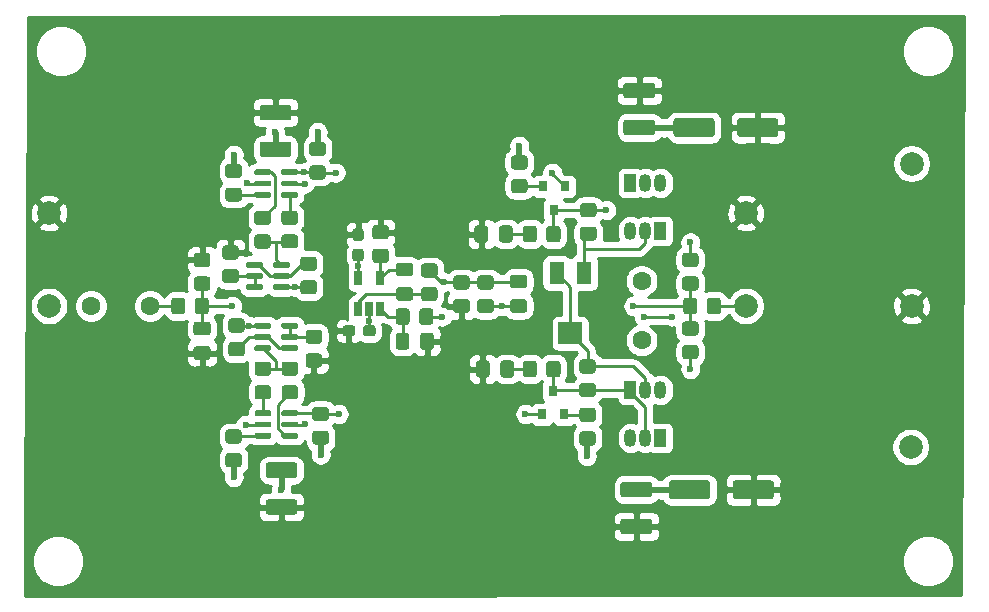
<source format=gbr>
G04 #@! TF.GenerationSoftware,KiCad,Pcbnew,(5.1.10-0-10_14)*
G04 #@! TF.CreationDate,2021-10-31T18:21:36+01:00*
G04 #@! TF.ProjectId,pre-amp-discret,7072652d-616d-4702-9d64-697363726574,rev?*
G04 #@! TF.SameCoordinates,Original*
G04 #@! TF.FileFunction,Copper,L1,Top*
G04 #@! TF.FilePolarity,Positive*
%FSLAX46Y46*%
G04 Gerber Fmt 4.6, Leading zero omitted, Abs format (unit mm)*
G04 Created by KiCad (PCBNEW (5.1.10-0-10_14)) date 2021-10-31 18:21:36*
%MOMM*%
%LPD*%
G01*
G04 APERTURE LIST*
G04 #@! TA.AperFunction,SMDPad,CuDef*
%ADD10R,0.650000X1.220000*%
G04 #@! TD*
G04 #@! TA.AperFunction,SMDPad,CuDef*
%ADD11R,1.300000X1.900000*%
G04 #@! TD*
G04 #@! TA.AperFunction,SMDPad,CuDef*
%ADD12R,2.000000X1.900000*%
G04 #@! TD*
G04 #@! TA.AperFunction,ComponentPad*
%ADD13C,1.600000*%
G04 #@! TD*
G04 #@! TA.AperFunction,ComponentPad*
%ADD14O,1.050000X1.500000*%
G04 #@! TD*
G04 #@! TA.AperFunction,ComponentPad*
%ADD15R,1.050000X1.500000*%
G04 #@! TD*
G04 #@! TA.AperFunction,SMDPad,CuDef*
%ADD16R,0.800000X0.900000*%
G04 #@! TD*
G04 #@! TA.AperFunction,ComponentPad*
%ADD17C,2.000000*%
G04 #@! TD*
G04 #@! TA.AperFunction,ViaPad*
%ADD18C,0.600000*%
G04 #@! TD*
G04 #@! TA.AperFunction,Conductor*
%ADD19C,0.500000*%
G04 #@! TD*
G04 #@! TA.AperFunction,Conductor*
%ADD20C,0.250000*%
G04 #@! TD*
G04 #@! TA.AperFunction,Conductor*
%ADD21C,0.254000*%
G04 #@! TD*
G04 #@! TA.AperFunction,Conductor*
%ADD22C,0.100000*%
G04 #@! TD*
G04 APERTURE END LIST*
G04 #@! TA.AperFunction,SMDPad,CuDef*
G36*
G01*
X181201000Y-136927500D02*
X181201000Y-138027500D01*
G75*
G02*
X180951000Y-138277500I-250000J0D01*
G01*
X177951000Y-138277500D01*
G75*
G02*
X177701000Y-138027500I0J250000D01*
G01*
X177701000Y-136927500D01*
G75*
G02*
X177951000Y-136677500I250000J0D01*
G01*
X180951000Y-136677500D01*
G75*
G02*
X181201000Y-136927500I0J-250000D01*
G01*
G37*
G04 #@! TD.AperFunction*
G04 #@! TA.AperFunction,SMDPad,CuDef*
G36*
G01*
X186601000Y-136927500D02*
X186601000Y-138027500D01*
G75*
G02*
X186351000Y-138277500I-250000J0D01*
G01*
X183351000Y-138277500D01*
G75*
G02*
X183101000Y-138027500I0J250000D01*
G01*
X183101000Y-136927500D01*
G75*
G02*
X183351000Y-136677500I250000J0D01*
G01*
X186351000Y-136677500D01*
G75*
G02*
X186601000Y-136927500I0J-250000D01*
G01*
G37*
G04 #@! TD.AperFunction*
G04 #@! TA.AperFunction,SMDPad,CuDef*
G36*
G01*
X183482000Y-107357000D02*
X183482000Y-106257000D01*
G75*
G02*
X183732000Y-106007000I250000J0D01*
G01*
X186732000Y-106007000D01*
G75*
G02*
X186982000Y-106257000I0J-250000D01*
G01*
X186982000Y-107357000D01*
G75*
G02*
X186732000Y-107607000I-250000J0D01*
G01*
X183732000Y-107607000D01*
G75*
G02*
X183482000Y-107357000I0J250000D01*
G01*
G37*
G04 #@! TD.AperFunction*
G04 #@! TA.AperFunction,SMDPad,CuDef*
G36*
G01*
X178082000Y-107357000D02*
X178082000Y-106257000D01*
G75*
G02*
X178332000Y-106007000I250000J0D01*
G01*
X181332000Y-106007000D01*
G75*
G02*
X181582000Y-106257000I0J-250000D01*
G01*
X181582000Y-107357000D01*
G75*
G02*
X181332000Y-107607000I-250000J0D01*
G01*
X178332000Y-107607000D01*
G75*
G02*
X178082000Y-107357000I0J250000D01*
G01*
G37*
G04 #@! TD.AperFunction*
G04 #@! TA.AperFunction,SMDPad,CuDef*
G36*
G01*
X173842499Y-139926500D02*
X176042501Y-139926500D01*
G75*
G02*
X176292500Y-140176499I0J-249999D01*
G01*
X176292500Y-141001501D01*
G75*
G02*
X176042501Y-141251500I-249999J0D01*
G01*
X173842499Y-141251500D01*
G75*
G02*
X173592500Y-141001501I0J249999D01*
G01*
X173592500Y-140176499D01*
G75*
G02*
X173842499Y-139926500I249999J0D01*
G01*
G37*
G04 #@! TD.AperFunction*
G04 #@! TA.AperFunction,SMDPad,CuDef*
G36*
G01*
X173842499Y-136801500D02*
X176042501Y-136801500D01*
G75*
G02*
X176292500Y-137051499I0J-249999D01*
G01*
X176292500Y-137876501D01*
G75*
G02*
X176042501Y-138126500I-249999J0D01*
G01*
X173842499Y-138126500D01*
G75*
G02*
X173592500Y-137876501I0J249999D01*
G01*
X173592500Y-137051499D01*
G75*
G02*
X173842499Y-136801500I249999J0D01*
G01*
G37*
G04 #@! TD.AperFunction*
G04 #@! TA.AperFunction,SMDPad,CuDef*
G36*
G01*
X174096499Y-106144500D02*
X176296501Y-106144500D01*
G75*
G02*
X176546500Y-106394499I0J-249999D01*
G01*
X176546500Y-107219501D01*
G75*
G02*
X176296501Y-107469500I-249999J0D01*
G01*
X174096499Y-107469500D01*
G75*
G02*
X173846500Y-107219501I0J249999D01*
G01*
X173846500Y-106394499D01*
G75*
G02*
X174096499Y-106144500I249999J0D01*
G01*
G37*
G04 #@! TD.AperFunction*
G04 #@! TA.AperFunction,SMDPad,CuDef*
G36*
G01*
X174096499Y-103019500D02*
X176296501Y-103019500D01*
G75*
G02*
X176546500Y-103269499I0J-249999D01*
G01*
X176546500Y-104094501D01*
G75*
G02*
X176296501Y-104344500I-249999J0D01*
G01*
X174096499Y-104344500D01*
G75*
G02*
X173846500Y-104094501I0J249999D01*
G01*
X173846500Y-103269499D01*
G75*
G02*
X174096499Y-103019500I249999J0D01*
G01*
G37*
G04 #@! TD.AperFunction*
G04 #@! TA.AperFunction,SMDPad,CuDef*
G36*
G01*
X143806999Y-138275500D02*
X146007001Y-138275500D01*
G75*
G02*
X146257000Y-138525499I0J-249999D01*
G01*
X146257000Y-139350501D01*
G75*
G02*
X146007001Y-139600500I-249999J0D01*
G01*
X143806999Y-139600500D01*
G75*
G02*
X143557000Y-139350501I0J249999D01*
G01*
X143557000Y-138525499D01*
G75*
G02*
X143806999Y-138275500I249999J0D01*
G01*
G37*
G04 #@! TD.AperFunction*
G04 #@! TA.AperFunction,SMDPad,CuDef*
G36*
G01*
X143806999Y-135150500D02*
X146007001Y-135150500D01*
G75*
G02*
X146257000Y-135400499I0J-249999D01*
G01*
X146257000Y-136225501D01*
G75*
G02*
X146007001Y-136475500I-249999J0D01*
G01*
X143806999Y-136475500D01*
G75*
G02*
X143557000Y-136225501I0J249999D01*
G01*
X143557000Y-135400499D01*
G75*
G02*
X143806999Y-135150500I249999J0D01*
G01*
G37*
G04 #@! TD.AperFunction*
G04 #@! TA.AperFunction,SMDPad,CuDef*
G36*
G01*
X143298999Y-107999500D02*
X145499001Y-107999500D01*
G75*
G02*
X145749000Y-108249499I0J-249999D01*
G01*
X145749000Y-109074501D01*
G75*
G02*
X145499001Y-109324500I-249999J0D01*
G01*
X143298999Y-109324500D01*
G75*
G02*
X143049000Y-109074501I0J249999D01*
G01*
X143049000Y-108249499D01*
G75*
G02*
X143298999Y-107999500I249999J0D01*
G01*
G37*
G04 #@! TD.AperFunction*
G04 #@! TA.AperFunction,SMDPad,CuDef*
G36*
G01*
X143298999Y-104874500D02*
X145499001Y-104874500D01*
G75*
G02*
X145749000Y-105124499I0J-249999D01*
G01*
X145749000Y-105949501D01*
G75*
G02*
X145499001Y-106199500I-249999J0D01*
G01*
X143298999Y-106199500D01*
G75*
G02*
X143049000Y-105949501I0J249999D01*
G01*
X143049000Y-105124499D01*
G75*
G02*
X143298999Y-104874500I249999J0D01*
G01*
G37*
G04 #@! TD.AperFunction*
D10*
X151384000Y-119554000D03*
X153284000Y-119554000D03*
X153284000Y-122174000D03*
X152334000Y-122174000D03*
X151384000Y-122174000D03*
G04 #@! TA.AperFunction,SMDPad,CuDef*
G36*
G01*
X155762500Y-122358999D02*
X155762500Y-123259001D01*
G75*
G02*
X155512501Y-123509000I-249999J0D01*
G01*
X154812499Y-123509000D01*
G75*
G02*
X154562500Y-123259001I0J249999D01*
G01*
X154562500Y-122358999D01*
G75*
G02*
X154812499Y-122109000I249999J0D01*
G01*
X155512501Y-122109000D01*
G75*
G02*
X155762500Y-122358999I0J-249999D01*
G01*
G37*
G04 #@! TD.AperFunction*
G04 #@! TA.AperFunction,SMDPad,CuDef*
G36*
G01*
X157762500Y-122358999D02*
X157762500Y-123259001D01*
G75*
G02*
X157512501Y-123509000I-249999J0D01*
G01*
X156812499Y-123509000D01*
G75*
G02*
X156562500Y-123259001I0J249999D01*
G01*
X156562500Y-122358999D01*
G75*
G02*
X156812499Y-122109000I249999J0D01*
G01*
X157512501Y-122109000D01*
G75*
G02*
X157762500Y-122358999I0J-249999D01*
G01*
G37*
G04 #@! TD.AperFunction*
G04 #@! TA.AperFunction,SMDPad,CuDef*
G36*
G01*
X157866501Y-119504000D02*
X156966499Y-119504000D01*
G75*
G02*
X156716500Y-119254001I0J249999D01*
G01*
X156716500Y-118553999D01*
G75*
G02*
X156966499Y-118304000I249999J0D01*
G01*
X157866501Y-118304000D01*
G75*
G02*
X158116500Y-118553999I0J-249999D01*
G01*
X158116500Y-119254001D01*
G75*
G02*
X157866501Y-119504000I-249999J0D01*
G01*
G37*
G04 #@! TD.AperFunction*
G04 #@! TA.AperFunction,SMDPad,CuDef*
G36*
G01*
X157866501Y-121504000D02*
X156966499Y-121504000D01*
G75*
G02*
X156716500Y-121254001I0J249999D01*
G01*
X156716500Y-120553999D01*
G75*
G02*
X156966499Y-120304000I249999J0D01*
G01*
X157866501Y-120304000D01*
G75*
G02*
X158116500Y-120553999I0J-249999D01*
G01*
X158116500Y-121254001D01*
G75*
G02*
X157866501Y-121504000I-249999J0D01*
G01*
G37*
G04 #@! TD.AperFunction*
G04 #@! TA.AperFunction,SMDPad,CuDef*
G36*
G01*
X153739001Y-116265500D02*
X152838999Y-116265500D01*
G75*
G02*
X152589000Y-116015501I0J249999D01*
G01*
X152589000Y-115315499D01*
G75*
G02*
X152838999Y-115065500I249999J0D01*
G01*
X153739001Y-115065500D01*
G75*
G02*
X153989000Y-115315499I0J-249999D01*
G01*
X153989000Y-116015501D01*
G75*
G02*
X153739001Y-116265500I-249999J0D01*
G01*
G37*
G04 #@! TD.AperFunction*
G04 #@! TA.AperFunction,SMDPad,CuDef*
G36*
G01*
X153739001Y-118265500D02*
X152838999Y-118265500D01*
G75*
G02*
X152589000Y-118015501I0J249999D01*
G01*
X152589000Y-117315499D01*
G75*
G02*
X152838999Y-117065500I249999J0D01*
G01*
X153739001Y-117065500D01*
G75*
G02*
X153989000Y-117315499I0J-249999D01*
G01*
X153989000Y-118015501D01*
G75*
G02*
X153739001Y-118265500I-249999J0D01*
G01*
G37*
G04 #@! TD.AperFunction*
G04 #@! TA.AperFunction,SMDPad,CuDef*
G36*
G01*
X155738500Y-124429500D02*
X155738500Y-125379500D01*
G75*
G02*
X155488500Y-125629500I-250000J0D01*
G01*
X154813500Y-125629500D01*
G75*
G02*
X154563500Y-125379500I0J250000D01*
G01*
X154563500Y-124429500D01*
G75*
G02*
X154813500Y-124179500I250000J0D01*
G01*
X155488500Y-124179500D01*
G75*
G02*
X155738500Y-124429500I0J-250000D01*
G01*
G37*
G04 #@! TD.AperFunction*
G04 #@! TA.AperFunction,SMDPad,CuDef*
G36*
G01*
X157813500Y-124429500D02*
X157813500Y-125379500D01*
G75*
G02*
X157563500Y-125629500I-250000J0D01*
G01*
X156888500Y-125629500D01*
G75*
G02*
X156638500Y-125379500I0J250000D01*
G01*
X156638500Y-124429500D01*
G75*
G02*
X156888500Y-124179500I250000J0D01*
G01*
X157563500Y-124179500D01*
G75*
G02*
X157813500Y-124429500I0J-250000D01*
G01*
G37*
G04 #@! TD.AperFunction*
G04 #@! TA.AperFunction,SMDPad,CuDef*
G36*
G01*
X151799000Y-124253000D02*
X151799000Y-123778000D01*
G75*
G02*
X152036500Y-123540500I237500J0D01*
G01*
X152636500Y-123540500D01*
G75*
G02*
X152874000Y-123778000I0J-237500D01*
G01*
X152874000Y-124253000D01*
G75*
G02*
X152636500Y-124490500I-237500J0D01*
G01*
X152036500Y-124490500D01*
G75*
G02*
X151799000Y-124253000I0J237500D01*
G01*
G37*
G04 #@! TD.AperFunction*
G04 #@! TA.AperFunction,SMDPad,CuDef*
G36*
G01*
X150074000Y-124253000D02*
X150074000Y-123778000D01*
G75*
G02*
X150311500Y-123540500I237500J0D01*
G01*
X150911500Y-123540500D01*
G75*
G02*
X151149000Y-123778000I0J-237500D01*
G01*
X151149000Y-124253000D01*
G75*
G02*
X150911500Y-124490500I-237500J0D01*
G01*
X150311500Y-124490500D01*
G75*
G02*
X150074000Y-124253000I0J237500D01*
G01*
G37*
G04 #@! TD.AperFunction*
G04 #@! TA.AperFunction,SMDPad,CuDef*
G36*
G01*
X151146500Y-117064500D02*
X151621500Y-117064500D01*
G75*
G02*
X151859000Y-117302000I0J-237500D01*
G01*
X151859000Y-117902000D01*
G75*
G02*
X151621500Y-118139500I-237500J0D01*
G01*
X151146500Y-118139500D01*
G75*
G02*
X150909000Y-117902000I0J237500D01*
G01*
X150909000Y-117302000D01*
G75*
G02*
X151146500Y-117064500I237500J0D01*
G01*
G37*
G04 #@! TD.AperFunction*
G04 #@! TA.AperFunction,SMDPad,CuDef*
G36*
G01*
X151146500Y-115339500D02*
X151621500Y-115339500D01*
G75*
G02*
X151859000Y-115577000I0J-237500D01*
G01*
X151859000Y-116177000D01*
G75*
G02*
X151621500Y-116414500I-237500J0D01*
G01*
X151146500Y-116414500D01*
G75*
G02*
X150909000Y-116177000I0J237500D01*
G01*
X150909000Y-115577000D01*
G75*
G02*
X151146500Y-115339500I237500J0D01*
G01*
G37*
G04 #@! TD.AperFunction*
G04 #@! TA.AperFunction,SMDPad,CuDef*
G36*
G01*
X155796000Y-119416500D02*
X154846000Y-119416500D01*
G75*
G02*
X154596000Y-119166500I0J250000D01*
G01*
X154596000Y-118491500D01*
G75*
G02*
X154846000Y-118241500I250000J0D01*
G01*
X155796000Y-118241500D01*
G75*
G02*
X156046000Y-118491500I0J-250000D01*
G01*
X156046000Y-119166500D01*
G75*
G02*
X155796000Y-119416500I-250000J0D01*
G01*
G37*
G04 #@! TD.AperFunction*
G04 #@! TA.AperFunction,SMDPad,CuDef*
G36*
G01*
X155796000Y-121491500D02*
X154846000Y-121491500D01*
G75*
G02*
X154596000Y-121241500I0J250000D01*
G01*
X154596000Y-120566500D01*
G75*
G02*
X154846000Y-120316500I250000J0D01*
G01*
X155796000Y-120316500D01*
G75*
G02*
X156046000Y-120566500I0J-250000D01*
G01*
X156046000Y-121241500D01*
G75*
G02*
X155796000Y-121491500I-250000J0D01*
G01*
G37*
G04 #@! TD.AperFunction*
D11*
X170497500Y-119126000D03*
D12*
X169347500Y-124226000D03*
D11*
X168197500Y-119126000D03*
G04 #@! TA.AperFunction,SMDPad,CuDef*
G36*
G01*
X138626001Y-118615000D02*
X137725999Y-118615000D01*
G75*
G02*
X137476000Y-118365001I0J249999D01*
G01*
X137476000Y-117664999D01*
G75*
G02*
X137725999Y-117415000I249999J0D01*
G01*
X138626001Y-117415000D01*
G75*
G02*
X138876000Y-117664999I0J-249999D01*
G01*
X138876000Y-118365001D01*
G75*
G02*
X138626001Y-118615000I-249999J0D01*
G01*
G37*
G04 #@! TD.AperFunction*
G04 #@! TA.AperFunction,SMDPad,CuDef*
G36*
G01*
X138626001Y-120615000D02*
X137725999Y-120615000D01*
G75*
G02*
X137476000Y-120365001I0J249999D01*
G01*
X137476000Y-119664999D01*
G75*
G02*
X137725999Y-119415000I249999J0D01*
G01*
X138626001Y-119415000D01*
G75*
G02*
X138876000Y-119664999I0J-249999D01*
G01*
X138876000Y-120365001D01*
G75*
G02*
X138626001Y-120615000I-249999J0D01*
G01*
G37*
G04 #@! TD.AperFunction*
G04 #@! TA.AperFunction,SMDPad,CuDef*
G36*
G01*
X136760000Y-121469999D02*
X136760000Y-122370001D01*
G75*
G02*
X136510001Y-122620000I-249999J0D01*
G01*
X135809999Y-122620000D01*
G75*
G02*
X135560000Y-122370001I0J249999D01*
G01*
X135560000Y-121469999D01*
G75*
G02*
X135809999Y-121220000I249999J0D01*
G01*
X136510001Y-121220000D01*
G75*
G02*
X136760000Y-121469999I0J-249999D01*
G01*
G37*
G04 #@! TD.AperFunction*
G04 #@! TA.AperFunction,SMDPad,CuDef*
G36*
G01*
X138760000Y-121469999D02*
X138760000Y-122370001D01*
G75*
G02*
X138510001Y-122620000I-249999J0D01*
G01*
X137809999Y-122620000D01*
G75*
G02*
X137560000Y-122370001I0J249999D01*
G01*
X137560000Y-121469999D01*
G75*
G02*
X137809999Y-121220000I249999J0D01*
G01*
X138510001Y-121220000D01*
G75*
G02*
X138760000Y-121469999I0J-249999D01*
G01*
G37*
G04 #@! TD.AperFunction*
G04 #@! TA.AperFunction,SMDPad,CuDef*
G36*
G01*
X138651000Y-124412500D02*
X137701000Y-124412500D01*
G75*
G02*
X137451000Y-124162500I0J250000D01*
G01*
X137451000Y-123487500D01*
G75*
G02*
X137701000Y-123237500I250000J0D01*
G01*
X138651000Y-123237500D01*
G75*
G02*
X138901000Y-123487500I0J-250000D01*
G01*
X138901000Y-124162500D01*
G75*
G02*
X138651000Y-124412500I-250000J0D01*
G01*
G37*
G04 #@! TD.AperFunction*
G04 #@! TA.AperFunction,SMDPad,CuDef*
G36*
G01*
X138651000Y-126487500D02*
X137701000Y-126487500D01*
G75*
G02*
X137451000Y-126237500I0J250000D01*
G01*
X137451000Y-125562500D01*
G75*
G02*
X137701000Y-125312500I250000J0D01*
G01*
X138651000Y-125312500D01*
G75*
G02*
X138901000Y-125562500I0J-250000D01*
G01*
X138901000Y-126237500D01*
G75*
G02*
X138651000Y-126487500I-250000J0D01*
G01*
G37*
G04 #@! TD.AperFunction*
G04 #@! TA.AperFunction,SMDPad,CuDef*
G36*
G01*
X147758999Y-132464000D02*
X148659001Y-132464000D01*
G75*
G02*
X148909000Y-132713999I0J-249999D01*
G01*
X148909000Y-133414001D01*
G75*
G02*
X148659001Y-133664000I-249999J0D01*
G01*
X147758999Y-133664000D01*
G75*
G02*
X147509000Y-133414001I0J249999D01*
G01*
X147509000Y-132713999D01*
G75*
G02*
X147758999Y-132464000I249999J0D01*
G01*
G37*
G04 #@! TD.AperFunction*
G04 #@! TA.AperFunction,SMDPad,CuDef*
G36*
G01*
X147758999Y-130464000D02*
X148659001Y-130464000D01*
G75*
G02*
X148909000Y-130713999I0J-249999D01*
G01*
X148909000Y-131414001D01*
G75*
G02*
X148659001Y-131664000I-249999J0D01*
G01*
X147758999Y-131664000D01*
G75*
G02*
X147509000Y-131414001I0J249999D01*
G01*
X147509000Y-130713999D01*
G75*
G02*
X147758999Y-130464000I249999J0D01*
G01*
G37*
G04 #@! TD.AperFunction*
G04 #@! TA.AperFunction,SMDPad,CuDef*
G36*
G01*
X159696999Y-121320000D02*
X160597001Y-121320000D01*
G75*
G02*
X160847000Y-121569999I0J-249999D01*
G01*
X160847000Y-122270001D01*
G75*
G02*
X160597001Y-122520000I-249999J0D01*
G01*
X159696999Y-122520000D01*
G75*
G02*
X159447000Y-122270001I0J249999D01*
G01*
X159447000Y-121569999D01*
G75*
G02*
X159696999Y-121320000I249999J0D01*
G01*
G37*
G04 #@! TD.AperFunction*
G04 #@! TA.AperFunction,SMDPad,CuDef*
G36*
G01*
X159696999Y-119320000D02*
X160597001Y-119320000D01*
G75*
G02*
X160847000Y-119569999I0J-249999D01*
G01*
X160847000Y-120270001D01*
G75*
G02*
X160597001Y-120520000I-249999J0D01*
G01*
X159696999Y-120520000D01*
G75*
G02*
X159447000Y-120270001I0J249999D01*
G01*
X159447000Y-119569999D01*
G75*
G02*
X159696999Y-119320000I249999J0D01*
G01*
G37*
G04 #@! TD.AperFunction*
G04 #@! TA.AperFunction,SMDPad,CuDef*
G36*
G01*
X164608000Y-126779000D02*
X164608000Y-127729000D01*
G75*
G02*
X164358000Y-127979000I-250000J0D01*
G01*
X163683000Y-127979000D01*
G75*
G02*
X163433000Y-127729000I0J250000D01*
G01*
X163433000Y-126779000D01*
G75*
G02*
X163683000Y-126529000I250000J0D01*
G01*
X164358000Y-126529000D01*
G75*
G02*
X164608000Y-126779000I0J-250000D01*
G01*
G37*
G04 #@! TD.AperFunction*
G04 #@! TA.AperFunction,SMDPad,CuDef*
G36*
G01*
X162533000Y-126779000D02*
X162533000Y-127729000D01*
G75*
G02*
X162283000Y-127979000I-250000J0D01*
G01*
X161608000Y-127979000D01*
G75*
G02*
X161358000Y-127729000I0J250000D01*
G01*
X161358000Y-126779000D01*
G75*
G02*
X161608000Y-126529000I250000J0D01*
G01*
X162283000Y-126529000D01*
G75*
G02*
X162533000Y-126779000I0J-250000D01*
G01*
G37*
G04 #@! TD.AperFunction*
G04 #@! TA.AperFunction,SMDPad,CuDef*
G36*
G01*
X161231000Y-116299000D02*
X161231000Y-115349000D01*
G75*
G02*
X161481000Y-115099000I250000J0D01*
G01*
X162156000Y-115099000D01*
G75*
G02*
X162406000Y-115349000I0J-250000D01*
G01*
X162406000Y-116299000D01*
G75*
G02*
X162156000Y-116549000I-250000J0D01*
G01*
X161481000Y-116549000D01*
G75*
G02*
X161231000Y-116299000I0J250000D01*
G01*
G37*
G04 #@! TD.AperFunction*
G04 #@! TA.AperFunction,SMDPad,CuDef*
G36*
G01*
X163306000Y-116299000D02*
X163306000Y-115349000D01*
G75*
G02*
X163556000Y-115099000I250000J0D01*
G01*
X164231000Y-115099000D01*
G75*
G02*
X164481000Y-115349000I0J-250000D01*
G01*
X164481000Y-116299000D01*
G75*
G02*
X164231000Y-116549000I-250000J0D01*
G01*
X163556000Y-116549000D01*
G75*
G02*
X163306000Y-116299000I0J250000D01*
G01*
G37*
G04 #@! TD.AperFunction*
D13*
X175387000Y-124824500D03*
X175387000Y-119824500D03*
G04 #@! TA.AperFunction,SMDPad,CuDef*
G36*
G01*
X179064499Y-123225000D02*
X179964501Y-123225000D01*
G75*
G02*
X180214500Y-123474999I0J-249999D01*
G01*
X180214500Y-124175001D01*
G75*
G02*
X179964501Y-124425000I-249999J0D01*
G01*
X179064499Y-124425000D01*
G75*
G02*
X178814500Y-124175001I0J249999D01*
G01*
X178814500Y-123474999D01*
G75*
G02*
X179064499Y-123225000I249999J0D01*
G01*
G37*
G04 #@! TD.AperFunction*
G04 #@! TA.AperFunction,SMDPad,CuDef*
G36*
G01*
X179064499Y-125225000D02*
X179964501Y-125225000D01*
G75*
G02*
X180214500Y-125474999I0J-249999D01*
G01*
X180214500Y-126175001D01*
G75*
G02*
X179964501Y-126425000I-249999J0D01*
G01*
X179064499Y-126425000D01*
G75*
G02*
X178814500Y-126175001I0J249999D01*
G01*
X178814500Y-125474999D01*
G75*
G02*
X179064499Y-125225000I249999J0D01*
G01*
G37*
G04 #@! TD.AperFunction*
G04 #@! TA.AperFunction,SMDPad,CuDef*
G36*
G01*
X179064499Y-117415000D02*
X179964501Y-117415000D01*
G75*
G02*
X180214500Y-117664999I0J-249999D01*
G01*
X180214500Y-118365001D01*
G75*
G02*
X179964501Y-118615000I-249999J0D01*
G01*
X179064499Y-118615000D01*
G75*
G02*
X178814500Y-118365001I0J249999D01*
G01*
X178814500Y-117664999D01*
G75*
G02*
X179064499Y-117415000I249999J0D01*
G01*
G37*
G04 #@! TD.AperFunction*
G04 #@! TA.AperFunction,SMDPad,CuDef*
G36*
G01*
X179064499Y-119415000D02*
X179964501Y-119415000D01*
G75*
G02*
X180214500Y-119664999I0J-249999D01*
G01*
X180214500Y-120365001D01*
G75*
G02*
X179964501Y-120615000I-249999J0D01*
G01*
X179064499Y-120615000D01*
G75*
G02*
X178814500Y-120365001I0J249999D01*
G01*
X178814500Y-119664999D01*
G75*
G02*
X179064499Y-119415000I249999J0D01*
G01*
G37*
G04 #@! TD.AperFunction*
G04 #@! TA.AperFunction,SMDPad,CuDef*
G36*
G01*
X170364999Y-126432000D02*
X171265001Y-126432000D01*
G75*
G02*
X171515000Y-126681999I0J-249999D01*
G01*
X171515000Y-127382001D01*
G75*
G02*
X171265001Y-127632000I-249999J0D01*
G01*
X170364999Y-127632000D01*
G75*
G02*
X170115000Y-127382001I0J249999D01*
G01*
X170115000Y-126681999D01*
G75*
G02*
X170364999Y-126432000I249999J0D01*
G01*
G37*
G04 #@! TD.AperFunction*
G04 #@! TA.AperFunction,SMDPad,CuDef*
G36*
G01*
X170364999Y-128432000D02*
X171265001Y-128432000D01*
G75*
G02*
X171515000Y-128681999I0J-249999D01*
G01*
X171515000Y-129382001D01*
G75*
G02*
X171265001Y-129632000I-249999J0D01*
G01*
X170364999Y-129632000D01*
G75*
G02*
X170115000Y-129382001I0J249999D01*
G01*
X170115000Y-128681999D01*
G75*
G02*
X170364999Y-128432000I249999J0D01*
G01*
G37*
G04 #@! TD.AperFunction*
G04 #@! TA.AperFunction,SMDPad,CuDef*
G36*
G01*
X170428499Y-113192000D02*
X171328501Y-113192000D01*
G75*
G02*
X171578500Y-113441999I0J-249999D01*
G01*
X171578500Y-114142001D01*
G75*
G02*
X171328501Y-114392000I-249999J0D01*
G01*
X170428499Y-114392000D01*
G75*
G02*
X170178500Y-114142001I0J249999D01*
G01*
X170178500Y-113441999D01*
G75*
G02*
X170428499Y-113192000I249999J0D01*
G01*
G37*
G04 #@! TD.AperFunction*
G04 #@! TA.AperFunction,SMDPad,CuDef*
G36*
G01*
X170428499Y-115192000D02*
X171328501Y-115192000D01*
G75*
G02*
X171578500Y-115441999I0J-249999D01*
G01*
X171578500Y-116142001D01*
G75*
G02*
X171328501Y-116392000I-249999J0D01*
G01*
X170428499Y-116392000D01*
G75*
G02*
X170178500Y-116142001I0J249999D01*
G01*
X170178500Y-115441999D01*
G75*
G02*
X170428499Y-115192000I249999J0D01*
G01*
G37*
G04 #@! TD.AperFunction*
G04 #@! TA.AperFunction,SMDPad,CuDef*
G36*
G01*
X165325500Y-127704001D02*
X165325500Y-126803999D01*
G75*
G02*
X165575499Y-126554000I249999J0D01*
G01*
X166275501Y-126554000D01*
G75*
G02*
X166525500Y-126803999I0J-249999D01*
G01*
X166525500Y-127704001D01*
G75*
G02*
X166275501Y-127954000I-249999J0D01*
G01*
X165575499Y-127954000D01*
G75*
G02*
X165325500Y-127704001I0J249999D01*
G01*
G37*
G04 #@! TD.AperFunction*
G04 #@! TA.AperFunction,SMDPad,CuDef*
G36*
G01*
X167325500Y-127704001D02*
X167325500Y-126803999D01*
G75*
G02*
X167575499Y-126554000I249999J0D01*
G01*
X168275501Y-126554000D01*
G75*
G02*
X168525500Y-126803999I0J-249999D01*
G01*
X168525500Y-127704001D01*
G75*
G02*
X168275501Y-127954000I-249999J0D01*
G01*
X167575499Y-127954000D01*
G75*
G02*
X167325500Y-127704001I0J249999D01*
G01*
G37*
G04 #@! TD.AperFunction*
G04 #@! TA.AperFunction,SMDPad,CuDef*
G36*
G01*
X168525500Y-115373999D02*
X168525500Y-116274001D01*
G75*
G02*
X168275501Y-116524000I-249999J0D01*
G01*
X167575499Y-116524000D01*
G75*
G02*
X167325500Y-116274001I0J249999D01*
G01*
X167325500Y-115373999D01*
G75*
G02*
X167575499Y-115124000I249999J0D01*
G01*
X168275501Y-115124000D01*
G75*
G02*
X168525500Y-115373999I0J-249999D01*
G01*
G37*
G04 #@! TD.AperFunction*
G04 #@! TA.AperFunction,SMDPad,CuDef*
G36*
G01*
X166525500Y-115373999D02*
X166525500Y-116274001D01*
G75*
G02*
X166275501Y-116524000I-249999J0D01*
G01*
X165575499Y-116524000D01*
G75*
G02*
X165325500Y-116274001I0J249999D01*
G01*
X165325500Y-115373999D01*
G75*
G02*
X165575499Y-115124000I249999J0D01*
G01*
X166275501Y-115124000D01*
G75*
G02*
X166525500Y-115373999I0J-249999D01*
G01*
G37*
G04 #@! TD.AperFunction*
D14*
X175704500Y-133096000D03*
X174434500Y-133096000D03*
D15*
X176974500Y-133096000D03*
D14*
X175704500Y-111506000D03*
X176974500Y-111506000D03*
D15*
X174434500Y-111506000D03*
D14*
X175704500Y-129032000D03*
X176974500Y-129032000D03*
D15*
X174434500Y-129032000D03*
D14*
X175704500Y-115570000D03*
X174434500Y-115570000D03*
D15*
X176974500Y-115570000D03*
D16*
X166944000Y-131095500D03*
X168844000Y-131095500D03*
X167894000Y-129095500D03*
G04 #@! TA.AperFunction,SMDPad,CuDef*
G36*
G01*
X144893000Y-131125500D02*
X144893000Y-130875500D01*
G75*
G02*
X145018000Y-130750500I125000J0D01*
G01*
X146193000Y-130750500D01*
G75*
G02*
X146318000Y-130875500I0J-125000D01*
G01*
X146318000Y-131125500D01*
G75*
G02*
X146193000Y-131250500I-125000J0D01*
G01*
X145018000Y-131250500D01*
G75*
G02*
X144893000Y-131125500I0J125000D01*
G01*
G37*
G04 #@! TD.AperFunction*
G04 #@! TA.AperFunction,SMDPad,CuDef*
G36*
G01*
X144893000Y-132075500D02*
X144893000Y-131825500D01*
G75*
G02*
X145018000Y-131700500I125000J0D01*
G01*
X146193000Y-131700500D01*
G75*
G02*
X146318000Y-131825500I0J-125000D01*
G01*
X146318000Y-132075500D01*
G75*
G02*
X146193000Y-132200500I-125000J0D01*
G01*
X145018000Y-132200500D01*
G75*
G02*
X144893000Y-132075500I0J125000D01*
G01*
G37*
G04 #@! TD.AperFunction*
G04 #@! TA.AperFunction,SMDPad,CuDef*
G36*
G01*
X144893000Y-133025500D02*
X144893000Y-132775500D01*
G75*
G02*
X145018000Y-132650500I125000J0D01*
G01*
X146193000Y-132650500D01*
G75*
G02*
X146318000Y-132775500I0J-125000D01*
G01*
X146318000Y-133025500D01*
G75*
G02*
X146193000Y-133150500I-125000J0D01*
G01*
X145018000Y-133150500D01*
G75*
G02*
X144893000Y-133025500I0J125000D01*
G01*
G37*
G04 #@! TD.AperFunction*
G04 #@! TA.AperFunction,SMDPad,CuDef*
G36*
G01*
X142618000Y-133025500D02*
X142618000Y-132775500D01*
G75*
G02*
X142743000Y-132650500I125000J0D01*
G01*
X143918000Y-132650500D01*
G75*
G02*
X144043000Y-132775500I0J-125000D01*
G01*
X144043000Y-133025500D01*
G75*
G02*
X143918000Y-133150500I-125000J0D01*
G01*
X142743000Y-133150500D01*
G75*
G02*
X142618000Y-133025500I0J125000D01*
G01*
G37*
G04 #@! TD.AperFunction*
G04 #@! TA.AperFunction,SMDPad,CuDef*
G36*
G01*
X142618000Y-132075500D02*
X142618000Y-131825500D01*
G75*
G02*
X142743000Y-131700500I125000J0D01*
G01*
X143918000Y-131700500D01*
G75*
G02*
X144043000Y-131825500I0J-125000D01*
G01*
X144043000Y-132075500D01*
G75*
G02*
X143918000Y-132200500I-125000J0D01*
G01*
X142743000Y-132200500D01*
G75*
G02*
X142618000Y-132075500I0J125000D01*
G01*
G37*
G04 #@! TD.AperFunction*
G04 #@! TA.AperFunction,SMDPad,CuDef*
G36*
G01*
X142618000Y-131125500D02*
X142618000Y-130875500D01*
G75*
G02*
X142743000Y-130750500I125000J0D01*
G01*
X143918000Y-130750500D01*
G75*
G02*
X144043000Y-130875500I0J-125000D01*
G01*
X144043000Y-131125500D01*
G75*
G02*
X143918000Y-131250500I-125000J0D01*
G01*
X142743000Y-131250500D01*
G75*
G02*
X142618000Y-131125500I0J125000D01*
G01*
G37*
G04 #@! TD.AperFunction*
G04 #@! TA.AperFunction,SMDPad,CuDef*
G36*
G01*
X144032000Y-125358700D02*
X144032000Y-125608700D01*
G75*
G02*
X143907000Y-125733700I-125000J0D01*
G01*
X142732000Y-125733700D01*
G75*
G02*
X142607000Y-125608700I0J125000D01*
G01*
X142607000Y-125358700D01*
G75*
G02*
X142732000Y-125233700I125000J0D01*
G01*
X143907000Y-125233700D01*
G75*
G02*
X144032000Y-125358700I0J-125000D01*
G01*
G37*
G04 #@! TD.AperFunction*
G04 #@! TA.AperFunction,SMDPad,CuDef*
G36*
G01*
X144032000Y-124408700D02*
X144032000Y-124658700D01*
G75*
G02*
X143907000Y-124783700I-125000J0D01*
G01*
X142732000Y-124783700D01*
G75*
G02*
X142607000Y-124658700I0J125000D01*
G01*
X142607000Y-124408700D01*
G75*
G02*
X142732000Y-124283700I125000J0D01*
G01*
X143907000Y-124283700D01*
G75*
G02*
X144032000Y-124408700I0J-125000D01*
G01*
G37*
G04 #@! TD.AperFunction*
G04 #@! TA.AperFunction,SMDPad,CuDef*
G36*
G01*
X144032000Y-123458700D02*
X144032000Y-123708700D01*
G75*
G02*
X143907000Y-123833700I-125000J0D01*
G01*
X142732000Y-123833700D01*
G75*
G02*
X142607000Y-123708700I0J125000D01*
G01*
X142607000Y-123458700D01*
G75*
G02*
X142732000Y-123333700I125000J0D01*
G01*
X143907000Y-123333700D01*
G75*
G02*
X144032000Y-123458700I0J-125000D01*
G01*
G37*
G04 #@! TD.AperFunction*
G04 #@! TA.AperFunction,SMDPad,CuDef*
G36*
G01*
X146307000Y-123458700D02*
X146307000Y-123708700D01*
G75*
G02*
X146182000Y-123833700I-125000J0D01*
G01*
X145007000Y-123833700D01*
G75*
G02*
X144882000Y-123708700I0J125000D01*
G01*
X144882000Y-123458700D01*
G75*
G02*
X145007000Y-123333700I125000J0D01*
G01*
X146182000Y-123333700D01*
G75*
G02*
X146307000Y-123458700I0J-125000D01*
G01*
G37*
G04 #@! TD.AperFunction*
G04 #@! TA.AperFunction,SMDPad,CuDef*
G36*
G01*
X146307000Y-124408700D02*
X146307000Y-124658700D01*
G75*
G02*
X146182000Y-124783700I-125000J0D01*
G01*
X145007000Y-124783700D01*
G75*
G02*
X144882000Y-124658700I0J125000D01*
G01*
X144882000Y-124408700D01*
G75*
G02*
X145007000Y-124283700I125000J0D01*
G01*
X146182000Y-124283700D01*
G75*
G02*
X146307000Y-124408700I0J-125000D01*
G01*
G37*
G04 #@! TD.AperFunction*
G04 #@! TA.AperFunction,SMDPad,CuDef*
G36*
G01*
X146307000Y-125358700D02*
X146307000Y-125608700D01*
G75*
G02*
X146182000Y-125733700I-125000J0D01*
G01*
X145007000Y-125733700D01*
G75*
G02*
X144882000Y-125608700I0J125000D01*
G01*
X144882000Y-125358700D01*
G75*
G02*
X145007000Y-125233700I125000J0D01*
G01*
X146182000Y-125233700D01*
G75*
G02*
X146307000Y-125358700I0J-125000D01*
G01*
G37*
G04 #@! TD.AperFunction*
G04 #@! TA.AperFunction,SMDPad,CuDef*
G36*
G01*
X144869300Y-110721600D02*
X144869300Y-110471600D01*
G75*
G02*
X144994300Y-110346600I125000J0D01*
G01*
X146169300Y-110346600D01*
G75*
G02*
X146294300Y-110471600I0J-125000D01*
G01*
X146294300Y-110721600D01*
G75*
G02*
X146169300Y-110846600I-125000J0D01*
G01*
X144994300Y-110846600D01*
G75*
G02*
X144869300Y-110721600I0J125000D01*
G01*
G37*
G04 #@! TD.AperFunction*
G04 #@! TA.AperFunction,SMDPad,CuDef*
G36*
G01*
X144869300Y-111671600D02*
X144869300Y-111421600D01*
G75*
G02*
X144994300Y-111296600I125000J0D01*
G01*
X146169300Y-111296600D01*
G75*
G02*
X146294300Y-111421600I0J-125000D01*
G01*
X146294300Y-111671600D01*
G75*
G02*
X146169300Y-111796600I-125000J0D01*
G01*
X144994300Y-111796600D01*
G75*
G02*
X144869300Y-111671600I0J125000D01*
G01*
G37*
G04 #@! TD.AperFunction*
G04 #@! TA.AperFunction,SMDPad,CuDef*
G36*
G01*
X144869300Y-112621600D02*
X144869300Y-112371600D01*
G75*
G02*
X144994300Y-112246600I125000J0D01*
G01*
X146169300Y-112246600D01*
G75*
G02*
X146294300Y-112371600I0J-125000D01*
G01*
X146294300Y-112621600D01*
G75*
G02*
X146169300Y-112746600I-125000J0D01*
G01*
X144994300Y-112746600D01*
G75*
G02*
X144869300Y-112621600I0J125000D01*
G01*
G37*
G04 #@! TD.AperFunction*
G04 #@! TA.AperFunction,SMDPad,CuDef*
G36*
G01*
X142594300Y-112621600D02*
X142594300Y-112371600D01*
G75*
G02*
X142719300Y-112246600I125000J0D01*
G01*
X143894300Y-112246600D01*
G75*
G02*
X144019300Y-112371600I0J-125000D01*
G01*
X144019300Y-112621600D01*
G75*
G02*
X143894300Y-112746600I-125000J0D01*
G01*
X142719300Y-112746600D01*
G75*
G02*
X142594300Y-112621600I0J125000D01*
G01*
G37*
G04 #@! TD.AperFunction*
G04 #@! TA.AperFunction,SMDPad,CuDef*
G36*
G01*
X142594300Y-111671600D02*
X142594300Y-111421600D01*
G75*
G02*
X142719300Y-111296600I125000J0D01*
G01*
X143894300Y-111296600D01*
G75*
G02*
X144019300Y-111421600I0J-125000D01*
G01*
X144019300Y-111671600D01*
G75*
G02*
X143894300Y-111796600I-125000J0D01*
G01*
X142719300Y-111796600D01*
G75*
G02*
X142594300Y-111671600I0J125000D01*
G01*
G37*
G04 #@! TD.AperFunction*
G04 #@! TA.AperFunction,SMDPad,CuDef*
G36*
G01*
X142594300Y-110721600D02*
X142594300Y-110471600D01*
G75*
G02*
X142719300Y-110346600I125000J0D01*
G01*
X143894300Y-110346600D01*
G75*
G02*
X144019300Y-110471600I0J-125000D01*
G01*
X144019300Y-110721600D01*
G75*
G02*
X143894300Y-110846600I-125000J0D01*
G01*
X142719300Y-110846600D01*
G75*
G02*
X142594300Y-110721600I0J125000D01*
G01*
G37*
G04 #@! TD.AperFunction*
G04 #@! TA.AperFunction,SMDPad,CuDef*
G36*
G01*
X144183500Y-118557500D02*
X144183500Y-118307500D01*
G75*
G02*
X144308500Y-118182500I125000J0D01*
G01*
X145483500Y-118182500D01*
G75*
G02*
X145608500Y-118307500I0J-125000D01*
G01*
X145608500Y-118557500D01*
G75*
G02*
X145483500Y-118682500I-125000J0D01*
G01*
X144308500Y-118682500D01*
G75*
G02*
X144183500Y-118557500I0J125000D01*
G01*
G37*
G04 #@! TD.AperFunction*
G04 #@! TA.AperFunction,SMDPad,CuDef*
G36*
G01*
X144183500Y-119507500D02*
X144183500Y-119257500D01*
G75*
G02*
X144308500Y-119132500I125000J0D01*
G01*
X145483500Y-119132500D01*
G75*
G02*
X145608500Y-119257500I0J-125000D01*
G01*
X145608500Y-119507500D01*
G75*
G02*
X145483500Y-119632500I-125000J0D01*
G01*
X144308500Y-119632500D01*
G75*
G02*
X144183500Y-119507500I0J125000D01*
G01*
G37*
G04 #@! TD.AperFunction*
G04 #@! TA.AperFunction,SMDPad,CuDef*
G36*
G01*
X144183500Y-120457500D02*
X144183500Y-120207500D01*
G75*
G02*
X144308500Y-120082500I125000J0D01*
G01*
X145483500Y-120082500D01*
G75*
G02*
X145608500Y-120207500I0J-125000D01*
G01*
X145608500Y-120457500D01*
G75*
G02*
X145483500Y-120582500I-125000J0D01*
G01*
X144308500Y-120582500D01*
G75*
G02*
X144183500Y-120457500I0J125000D01*
G01*
G37*
G04 #@! TD.AperFunction*
G04 #@! TA.AperFunction,SMDPad,CuDef*
G36*
G01*
X141908500Y-120457500D02*
X141908500Y-120207500D01*
G75*
G02*
X142033500Y-120082500I125000J0D01*
G01*
X143208500Y-120082500D01*
G75*
G02*
X143333500Y-120207500I0J-125000D01*
G01*
X143333500Y-120457500D01*
G75*
G02*
X143208500Y-120582500I-125000J0D01*
G01*
X142033500Y-120582500D01*
G75*
G02*
X141908500Y-120457500I0J125000D01*
G01*
G37*
G04 #@! TD.AperFunction*
G04 #@! TA.AperFunction,SMDPad,CuDef*
G36*
G01*
X141908500Y-119507500D02*
X141908500Y-119257500D01*
G75*
G02*
X142033500Y-119132500I125000J0D01*
G01*
X143208500Y-119132500D01*
G75*
G02*
X143333500Y-119257500I0J-125000D01*
G01*
X143333500Y-119507500D01*
G75*
G02*
X143208500Y-119632500I-125000J0D01*
G01*
X142033500Y-119632500D01*
G75*
G02*
X141908500Y-119507500I0J125000D01*
G01*
G37*
G04 #@! TD.AperFunction*
G04 #@! TA.AperFunction,SMDPad,CuDef*
G36*
G01*
X141908500Y-118557500D02*
X141908500Y-118307500D01*
G75*
G02*
X142033500Y-118182500I125000J0D01*
G01*
X143208500Y-118182500D01*
G75*
G02*
X143333500Y-118307500I0J-125000D01*
G01*
X143333500Y-118557500D01*
G75*
G02*
X143208500Y-118682500I-125000J0D01*
G01*
X142033500Y-118682500D01*
G75*
G02*
X141908500Y-118557500I0J125000D01*
G01*
G37*
G04 #@! TD.AperFunction*
G04 #@! TA.AperFunction,SMDPad,CuDef*
G36*
G01*
X182114500Y-121469999D02*
X182114500Y-122370001D01*
G75*
G02*
X181864501Y-122620000I-249999J0D01*
G01*
X181164499Y-122620000D01*
G75*
G02*
X180914500Y-122370001I0J249999D01*
G01*
X180914500Y-121469999D01*
G75*
G02*
X181164499Y-121220000I249999J0D01*
G01*
X181864501Y-121220000D01*
G75*
G02*
X182114500Y-121469999I0J-249999D01*
G01*
G37*
G04 #@! TD.AperFunction*
G04 #@! TA.AperFunction,SMDPad,CuDef*
G36*
G01*
X180114500Y-121469999D02*
X180114500Y-122370001D01*
G75*
G02*
X179864501Y-122620000I-249999J0D01*
G01*
X179164499Y-122620000D01*
G75*
G02*
X178914500Y-122370001I0J249999D01*
G01*
X178914500Y-121469999D01*
G75*
G02*
X179164499Y-121220000I249999J0D01*
G01*
X179864501Y-121220000D01*
G75*
G02*
X180114500Y-121469999I0J-249999D01*
G01*
G37*
G04 #@! TD.AperFunction*
G04 #@! TA.AperFunction,SMDPad,CuDef*
G36*
G01*
X170364999Y-130527500D02*
X171265001Y-130527500D01*
G75*
G02*
X171515000Y-130777499I0J-249999D01*
G01*
X171515000Y-131477501D01*
G75*
G02*
X171265001Y-131727500I-249999J0D01*
G01*
X170364999Y-131727500D01*
G75*
G02*
X170115000Y-131477501I0J249999D01*
G01*
X170115000Y-130777499D01*
G75*
G02*
X170364999Y-130527500I249999J0D01*
G01*
G37*
G04 #@! TD.AperFunction*
G04 #@! TA.AperFunction,SMDPad,CuDef*
G36*
G01*
X170364999Y-132527500D02*
X171265001Y-132527500D01*
G75*
G02*
X171515000Y-132777499I0J-249999D01*
G01*
X171515000Y-133477501D01*
G75*
G02*
X171265001Y-133727500I-249999J0D01*
G01*
X170364999Y-133727500D01*
G75*
G02*
X170115000Y-133477501I0J249999D01*
G01*
X170115000Y-132777499D01*
G75*
G02*
X170364999Y-132527500I249999J0D01*
G01*
G37*
G04 #@! TD.AperFunction*
G04 #@! TA.AperFunction,SMDPad,CuDef*
G36*
G01*
X140138999Y-118780000D02*
X141039001Y-118780000D01*
G75*
G02*
X141289000Y-119029999I0J-249999D01*
G01*
X141289000Y-119730001D01*
G75*
G02*
X141039001Y-119980000I-249999J0D01*
G01*
X140138999Y-119980000D01*
G75*
G02*
X139889000Y-119730001I0J249999D01*
G01*
X139889000Y-119029999D01*
G75*
G02*
X140138999Y-118780000I249999J0D01*
G01*
G37*
G04 #@! TD.AperFunction*
G04 #@! TA.AperFunction,SMDPad,CuDef*
G36*
G01*
X140138999Y-116780000D02*
X141039001Y-116780000D01*
G75*
G02*
X141289000Y-117029999I0J-249999D01*
G01*
X141289000Y-117730001D01*
G75*
G02*
X141039001Y-117980000I-249999J0D01*
G01*
X140138999Y-117980000D01*
G75*
G02*
X139889000Y-117730001I0J249999D01*
G01*
X139889000Y-117029999D01*
G75*
G02*
X140138999Y-116780000I249999J0D01*
G01*
G37*
G04 #@! TD.AperFunction*
G04 #@! TA.AperFunction,SMDPad,CuDef*
G36*
G01*
X145142799Y-115846300D02*
X146042801Y-115846300D01*
G75*
G02*
X146292800Y-116096299I0J-249999D01*
G01*
X146292800Y-116796301D01*
G75*
G02*
X146042801Y-117046300I-249999J0D01*
G01*
X145142799Y-117046300D01*
G75*
G02*
X144892800Y-116796301I0J249999D01*
G01*
X144892800Y-116096299D01*
G75*
G02*
X145142799Y-115846300I249999J0D01*
G01*
G37*
G04 #@! TD.AperFunction*
G04 #@! TA.AperFunction,SMDPad,CuDef*
G36*
G01*
X145142799Y-113846300D02*
X146042801Y-113846300D01*
G75*
G02*
X146292800Y-114096299I0J-249999D01*
G01*
X146292800Y-114796301D01*
G75*
G02*
X146042801Y-115046300I-249999J0D01*
G01*
X145142799Y-115046300D01*
G75*
G02*
X144892800Y-114796301I0J249999D01*
G01*
X144892800Y-114096299D01*
G75*
G02*
X145142799Y-113846300I249999J0D01*
G01*
G37*
G04 #@! TD.AperFunction*
G04 #@! TA.AperFunction,SMDPad,CuDef*
G36*
G01*
X140392999Y-111890000D02*
X141293001Y-111890000D01*
G75*
G02*
X141543000Y-112139999I0J-249999D01*
G01*
X141543000Y-112840001D01*
G75*
G02*
X141293001Y-113090000I-249999J0D01*
G01*
X140392999Y-113090000D01*
G75*
G02*
X140143000Y-112840001I0J249999D01*
G01*
X140143000Y-112139999D01*
G75*
G02*
X140392999Y-111890000I249999J0D01*
G01*
G37*
G04 #@! TD.AperFunction*
G04 #@! TA.AperFunction,SMDPad,CuDef*
G36*
G01*
X140392999Y-109890000D02*
X141293001Y-109890000D01*
G75*
G02*
X141543000Y-110139999I0J-249999D01*
G01*
X141543000Y-110840001D01*
G75*
G02*
X141293001Y-111090000I-249999J0D01*
G01*
X140392999Y-111090000D01*
G75*
G02*
X140143000Y-110840001I0J249999D01*
G01*
X140143000Y-110139999D01*
G75*
G02*
X140392999Y-109890000I249999J0D01*
G01*
G37*
G04 #@! TD.AperFunction*
G04 #@! TA.AperFunction,SMDPad,CuDef*
G36*
G01*
X146742999Y-119732500D02*
X147643001Y-119732500D01*
G75*
G02*
X147893000Y-119982499I0J-249999D01*
G01*
X147893000Y-120682501D01*
G75*
G02*
X147643001Y-120932500I-249999J0D01*
G01*
X146742999Y-120932500D01*
G75*
G02*
X146493000Y-120682501I0J249999D01*
G01*
X146493000Y-119982499D01*
G75*
G02*
X146742999Y-119732500I249999J0D01*
G01*
G37*
G04 #@! TD.AperFunction*
G04 #@! TA.AperFunction,SMDPad,CuDef*
G36*
G01*
X146742999Y-117732500D02*
X147643001Y-117732500D01*
G75*
G02*
X147893000Y-117982499I0J-249999D01*
G01*
X147893000Y-118682501D01*
G75*
G02*
X147643001Y-118932500I-249999J0D01*
G01*
X146742999Y-118932500D01*
G75*
G02*
X146493000Y-118682501I0J249999D01*
G01*
X146493000Y-117982499D01*
G75*
G02*
X146742999Y-117732500I249999J0D01*
G01*
G37*
G04 #@! TD.AperFunction*
G04 #@! TA.AperFunction,SMDPad,CuDef*
G36*
G01*
X142844099Y-115859000D02*
X143744101Y-115859000D01*
G75*
G02*
X143994100Y-116108999I0J-249999D01*
G01*
X143994100Y-116809001D01*
G75*
G02*
X143744101Y-117059000I-249999J0D01*
G01*
X142844099Y-117059000D01*
G75*
G02*
X142594100Y-116809001I0J249999D01*
G01*
X142594100Y-116108999D01*
G75*
G02*
X142844099Y-115859000I249999J0D01*
G01*
G37*
G04 #@! TD.AperFunction*
G04 #@! TA.AperFunction,SMDPad,CuDef*
G36*
G01*
X142844099Y-113859000D02*
X143744101Y-113859000D01*
G75*
G02*
X143994100Y-114108999I0J-249999D01*
G01*
X143994100Y-114809001D01*
G75*
G02*
X143744101Y-115059000I-249999J0D01*
G01*
X142844099Y-115059000D01*
G75*
G02*
X142594100Y-114809001I0J249999D01*
G01*
X142594100Y-114108999D01*
G75*
G02*
X142844099Y-113859000I249999J0D01*
G01*
G37*
G04 #@! TD.AperFunction*
G04 #@! TA.AperFunction,SMDPad,CuDef*
G36*
G01*
X147504999Y-110017000D02*
X148405001Y-110017000D01*
G75*
G02*
X148655000Y-110266999I0J-249999D01*
G01*
X148655000Y-110967001D01*
G75*
G02*
X148405001Y-111217000I-249999J0D01*
G01*
X147504999Y-111217000D01*
G75*
G02*
X147255000Y-110967001I0J249999D01*
G01*
X147255000Y-110266999D01*
G75*
G02*
X147504999Y-110017000I249999J0D01*
G01*
G37*
G04 #@! TD.AperFunction*
G04 #@! TA.AperFunction,SMDPad,CuDef*
G36*
G01*
X147504999Y-108017000D02*
X148405001Y-108017000D01*
G75*
G02*
X148655000Y-108266999I0J-249999D01*
G01*
X148655000Y-108967001D01*
G75*
G02*
X148405001Y-109217000I-249999J0D01*
G01*
X147504999Y-109217000D01*
G75*
G02*
X147255000Y-108967001I0J249999D01*
G01*
X147255000Y-108266999D01*
G75*
G02*
X147504999Y-108017000I249999J0D01*
G01*
G37*
G04 #@! TD.AperFunction*
D17*
X184213500Y-114046000D03*
X184213500Y-121920000D03*
X198247000Y-121920000D03*
X125222000Y-121920000D03*
X198183500Y-133858000D03*
X125222000Y-114046000D03*
X198247000Y-109855000D03*
G04 #@! TA.AperFunction,SMDPad,CuDef*
G36*
G01*
X140646999Y-124971000D02*
X141547001Y-124971000D01*
G75*
G02*
X141797000Y-125220999I0J-249999D01*
G01*
X141797000Y-125921001D01*
G75*
G02*
X141547001Y-126171000I-249999J0D01*
G01*
X140646999Y-126171000D01*
G75*
G02*
X140397000Y-125921001I0J249999D01*
G01*
X140397000Y-125220999D01*
G75*
G02*
X140646999Y-124971000I249999J0D01*
G01*
G37*
G04 #@! TD.AperFunction*
G04 #@! TA.AperFunction,SMDPad,CuDef*
G36*
G01*
X140646999Y-122971000D02*
X141547001Y-122971000D01*
G75*
G02*
X141797000Y-123220999I0J-249999D01*
G01*
X141797000Y-123921001D01*
G75*
G02*
X141547001Y-124171000I-249999J0D01*
G01*
X140646999Y-124171000D01*
G75*
G02*
X140397000Y-123921001I0J249999D01*
G01*
X140397000Y-123220999D01*
G75*
G02*
X140646999Y-122971000I249999J0D01*
G01*
G37*
G04 #@! TD.AperFunction*
G04 #@! TA.AperFunction,SMDPad,CuDef*
G36*
G01*
X165448000Y-120432500D02*
X164498000Y-120432500D01*
G75*
G02*
X164248000Y-120182500I0J250000D01*
G01*
X164248000Y-119507500D01*
G75*
G02*
X164498000Y-119257500I250000J0D01*
G01*
X165448000Y-119257500D01*
G75*
G02*
X165698000Y-119507500I0J-250000D01*
G01*
X165698000Y-120182500D01*
G75*
G02*
X165448000Y-120432500I-250000J0D01*
G01*
G37*
G04 #@! TD.AperFunction*
G04 #@! TA.AperFunction,SMDPad,CuDef*
G36*
G01*
X165448000Y-122507500D02*
X164498000Y-122507500D01*
G75*
G02*
X164248000Y-122257500I0J250000D01*
G01*
X164248000Y-121582500D01*
G75*
G02*
X164498000Y-121332500I250000J0D01*
G01*
X165448000Y-121332500D01*
G75*
G02*
X165698000Y-121582500I0J-250000D01*
G01*
X165698000Y-122257500D01*
G75*
G02*
X165448000Y-122507500I-250000J0D01*
G01*
G37*
G04 #@! TD.AperFunction*
G04 #@! TA.AperFunction,SMDPad,CuDef*
G36*
G01*
X164586499Y-109160000D02*
X165486501Y-109160000D01*
G75*
G02*
X165736500Y-109409999I0J-249999D01*
G01*
X165736500Y-110110001D01*
G75*
G02*
X165486501Y-110360000I-249999J0D01*
G01*
X164586499Y-110360000D01*
G75*
G02*
X164336500Y-110110001I0J249999D01*
G01*
X164336500Y-109409999D01*
G75*
G02*
X164586499Y-109160000I249999J0D01*
G01*
G37*
G04 #@! TD.AperFunction*
G04 #@! TA.AperFunction,SMDPad,CuDef*
G36*
G01*
X164586499Y-111160000D02*
X165486501Y-111160000D01*
G75*
G02*
X165736500Y-111409999I0J-249999D01*
G01*
X165736500Y-112110001D01*
G75*
G02*
X165486501Y-112360000I-249999J0D01*
G01*
X164586499Y-112360000D01*
G75*
G02*
X164336500Y-112110001I0J249999D01*
G01*
X164336500Y-111409999D01*
G75*
G02*
X164586499Y-111160000I249999J0D01*
G01*
G37*
G04 #@! TD.AperFunction*
G04 #@! TA.AperFunction,SMDPad,CuDef*
G36*
G01*
X162629001Y-120520000D02*
X161728999Y-120520000D01*
G75*
G02*
X161479000Y-120270001I0J249999D01*
G01*
X161479000Y-119569999D01*
G75*
G02*
X161728999Y-119320000I249999J0D01*
G01*
X162629001Y-119320000D01*
G75*
G02*
X162879000Y-119569999I0J-249999D01*
G01*
X162879000Y-120270001D01*
G75*
G02*
X162629001Y-120520000I-249999J0D01*
G01*
G37*
G04 #@! TD.AperFunction*
G04 #@! TA.AperFunction,SMDPad,CuDef*
G36*
G01*
X162629001Y-122520000D02*
X161728999Y-122520000D01*
G75*
G02*
X161479000Y-122270001I0J249999D01*
G01*
X161479000Y-121569999D01*
G75*
G02*
X161728999Y-121320000I249999J0D01*
G01*
X162629001Y-121320000D01*
G75*
G02*
X162879000Y-121569999I0J-249999D01*
G01*
X162879000Y-122270001D01*
G75*
G02*
X162629001Y-122520000I-249999J0D01*
G01*
G37*
G04 #@! TD.AperFunction*
G04 #@! TA.AperFunction,SMDPad,CuDef*
G36*
G01*
X147187499Y-125923500D02*
X148087501Y-125923500D01*
G75*
G02*
X148337500Y-126173499I0J-249999D01*
G01*
X148337500Y-126873501D01*
G75*
G02*
X148087501Y-127123500I-249999J0D01*
G01*
X147187499Y-127123500D01*
G75*
G02*
X146937500Y-126873501I0J249999D01*
G01*
X146937500Y-126173499D01*
G75*
G02*
X147187499Y-125923500I249999J0D01*
G01*
G37*
G04 #@! TD.AperFunction*
G04 #@! TA.AperFunction,SMDPad,CuDef*
G36*
G01*
X147187499Y-123923500D02*
X148087501Y-123923500D01*
G75*
G02*
X148337500Y-124173499I0J-249999D01*
G01*
X148337500Y-124873501D01*
G75*
G02*
X148087501Y-125123500I-249999J0D01*
G01*
X147187499Y-125123500D01*
G75*
G02*
X146937500Y-124873501I0J249999D01*
G01*
X146937500Y-124173499D01*
G75*
G02*
X147187499Y-123923500I249999J0D01*
G01*
G37*
G04 #@! TD.AperFunction*
G04 #@! TA.AperFunction,SMDPad,CuDef*
G36*
G01*
X140392999Y-134369000D02*
X141293001Y-134369000D01*
G75*
G02*
X141543000Y-134618999I0J-249999D01*
G01*
X141543000Y-135319001D01*
G75*
G02*
X141293001Y-135569000I-249999J0D01*
G01*
X140392999Y-135569000D01*
G75*
G02*
X140143000Y-135319001I0J249999D01*
G01*
X140143000Y-134618999D01*
G75*
G02*
X140392999Y-134369000I249999J0D01*
G01*
G37*
G04 #@! TD.AperFunction*
G04 #@! TA.AperFunction,SMDPad,CuDef*
G36*
G01*
X140392999Y-132369000D02*
X141293001Y-132369000D01*
G75*
G02*
X141543000Y-132618999I0J-249999D01*
G01*
X141543000Y-133319001D01*
G75*
G02*
X141293001Y-133569000I-249999J0D01*
G01*
X140392999Y-133569000D01*
G75*
G02*
X140143000Y-133319001I0J249999D01*
G01*
X140143000Y-132618999D01*
G75*
G02*
X140392999Y-132369000I249999J0D01*
G01*
G37*
G04 #@! TD.AperFunction*
G04 #@! TA.AperFunction,SMDPad,CuDef*
G36*
G01*
X145155499Y-128622500D02*
X146055501Y-128622500D01*
G75*
G02*
X146305500Y-128872499I0J-249999D01*
G01*
X146305500Y-129572501D01*
G75*
G02*
X146055501Y-129822500I-249999J0D01*
G01*
X145155499Y-129822500D01*
G75*
G02*
X144905500Y-129572501I0J249999D01*
G01*
X144905500Y-128872499D01*
G75*
G02*
X145155499Y-128622500I249999J0D01*
G01*
G37*
G04 #@! TD.AperFunction*
G04 #@! TA.AperFunction,SMDPad,CuDef*
G36*
G01*
X145155499Y-126622500D02*
X146055501Y-126622500D01*
G75*
G02*
X146305500Y-126872499I0J-249999D01*
G01*
X146305500Y-127572501D01*
G75*
G02*
X146055501Y-127822500I-249999J0D01*
G01*
X145155499Y-127822500D01*
G75*
G02*
X144905500Y-127572501I0J249999D01*
G01*
X144905500Y-126872499D01*
G75*
G02*
X145155499Y-126622500I249999J0D01*
G01*
G37*
G04 #@! TD.AperFunction*
G04 #@! TA.AperFunction,SMDPad,CuDef*
G36*
G01*
X142869499Y-128622500D02*
X143769501Y-128622500D01*
G75*
G02*
X144019500Y-128872499I0J-249999D01*
G01*
X144019500Y-129572501D01*
G75*
G02*
X143769501Y-129822500I-249999J0D01*
G01*
X142869499Y-129822500D01*
G75*
G02*
X142619500Y-129572501I0J249999D01*
G01*
X142619500Y-128872499D01*
G75*
G02*
X142869499Y-128622500I249999J0D01*
G01*
G37*
G04 #@! TD.AperFunction*
G04 #@! TA.AperFunction,SMDPad,CuDef*
G36*
G01*
X142869499Y-126622500D02*
X143769501Y-126622500D01*
G75*
G02*
X144019500Y-126872499I0J-249999D01*
G01*
X144019500Y-127572501D01*
G75*
G02*
X143769501Y-127822500I-249999J0D01*
G01*
X142869499Y-127822500D01*
G75*
G02*
X142619500Y-127572501I0J249999D01*
G01*
X142619500Y-126872499D01*
G75*
G02*
X142869499Y-126622500I249999J0D01*
G01*
G37*
G04 #@! TD.AperFunction*
D16*
X168907500Y-111792000D03*
X167007500Y-111792000D03*
X167957500Y-113792000D03*
D13*
X128778000Y-121920000D03*
X133778000Y-121920000D03*
D18*
X165036500Y-108331000D03*
X147955000Y-107188000D03*
X140843000Y-109093000D03*
X151384000Y-118554500D03*
X144335500Y-107188000D03*
X177292000Y-106807000D03*
X142163800Y-123583700D03*
X170751500Y-134620000D03*
X148209000Y-134493000D03*
X140843000Y-136398000D03*
X152336500Y-123190000D03*
X144843500Y-137477500D03*
X177038000Y-137477500D03*
X146050000Y-120332500D03*
X146862800Y-131940300D03*
X146875500Y-111544100D03*
X158623000Y-119888000D03*
X174688500Y-121920000D03*
X163576000Y-121920000D03*
X172402500Y-113792000D03*
X165544500Y-131064000D03*
X149733000Y-131064000D03*
X179514500Y-116522500D03*
X146832400Y-110596600D03*
X149479000Y-110617000D03*
X167830500Y-110617000D03*
X179514500Y-127254000D03*
X141986000Y-111506000D03*
X141859000Y-131953000D03*
X140716000Y-121920000D03*
X158496000Y-122809000D03*
X175577500Y-122809000D03*
X177990500Y-122809000D03*
D19*
X165036500Y-109760000D02*
X165036500Y-108331000D01*
X147955000Y-108617000D02*
X147955000Y-107188000D01*
X140843000Y-110490000D02*
X140843000Y-109093000D01*
D20*
X151384000Y-119554000D02*
X151384000Y-118554500D01*
X151384000Y-118554500D02*
X151384000Y-117602000D01*
D19*
X144399000Y-108662000D02*
X144399000Y-107251500D01*
X144399000Y-107251500D02*
X144335500Y-107188000D01*
X179832000Y-106807000D02*
X177292000Y-106807000D01*
X177292000Y-106807000D02*
X175196500Y-106807000D01*
D20*
X141109700Y-123583700D02*
X141097000Y-123571000D01*
X143319500Y-123583700D02*
X142163800Y-123583700D01*
X142163800Y-123583700D02*
X141109700Y-123583700D01*
X133778000Y-121920000D02*
X136160000Y-121920000D01*
D19*
X170751500Y-133191000D02*
X170815000Y-133127500D01*
X170751500Y-134620000D02*
X170751500Y-133191000D01*
X148209000Y-133064000D02*
X148209000Y-134493000D01*
X140843000Y-134969000D02*
X140843000Y-136398000D01*
D20*
X152336500Y-122176500D02*
X152334000Y-122174000D01*
X152336500Y-124015500D02*
X152336500Y-123190000D01*
X152336500Y-123190000D02*
X152336500Y-122176500D01*
D19*
X144907000Y-137414000D02*
X144843500Y-137477500D01*
X144907000Y-135813000D02*
X144907000Y-137414000D01*
X179755000Y-137527500D02*
X179768500Y-137541000D01*
X179437500Y-137527500D02*
X179451000Y-137541000D01*
X174942500Y-137464000D02*
X179437500Y-137464000D01*
D20*
X147193000Y-120332500D02*
X146050000Y-120332500D01*
X146050000Y-120332500D02*
X144896000Y-120332500D01*
X165925500Y-115824000D02*
X163893500Y-115824000D01*
X168876000Y-131127500D02*
X168844000Y-131095500D01*
X170815000Y-131127500D02*
X168876000Y-131127500D01*
X165068500Y-111792000D02*
X165036500Y-111760000D01*
X167007500Y-111792000D02*
X165068500Y-111792000D01*
X145581800Y-111546600D02*
X146243000Y-111546600D01*
X146852600Y-131950500D02*
X146862800Y-131940300D01*
X145605500Y-131950500D02*
X146852600Y-131950500D01*
X145584300Y-111544100D02*
X145581800Y-111546600D01*
X146875500Y-111544100D02*
X145584300Y-111544100D01*
X162254000Y-119845000D02*
X162179000Y-119920000D01*
X164973000Y-119845000D02*
X162254000Y-119845000D01*
X162179000Y-119920000D02*
X160147000Y-119920000D01*
X158655000Y-119920000D02*
X158623000Y-119888000D01*
X160147000Y-119920000D02*
X158655000Y-119920000D01*
X158400500Y-119888000D02*
X157416500Y-118904000D01*
X158623000Y-119888000D02*
X158400500Y-119888000D01*
X179514500Y-123825000D02*
X179514500Y-121920000D01*
X179514500Y-121920000D02*
X179514500Y-120015000D01*
X179514500Y-121920000D02*
X176847500Y-121920000D01*
X176847500Y-121920000D02*
X174688500Y-121920000D01*
X163576000Y-121920000D02*
X164973000Y-121920000D01*
X163576000Y-121920000D02*
X162179000Y-121920000D01*
X143969912Y-119382500D02*
X143019912Y-118432500D01*
X143019912Y-118432500D02*
X142621000Y-118432500D01*
X144896000Y-119382500D02*
X143969912Y-119382500D01*
X146658500Y-118332500D02*
X147193000Y-118332500D01*
X145608500Y-119382500D02*
X146658500Y-118332500D01*
X144896000Y-119382500D02*
X145608500Y-119382500D01*
X145592800Y-116281200D02*
X145592800Y-116293900D01*
X143306800Y-116446300D02*
X143294100Y-116459000D01*
X145580100Y-116459000D02*
X145592800Y-116446300D01*
X143294100Y-116459000D02*
X144399000Y-116459000D01*
X144399000Y-116459000D02*
X145580100Y-116459000D01*
X144399000Y-117935500D02*
X144896000Y-118432500D01*
X144399000Y-116459000D02*
X144399000Y-117935500D01*
X140591500Y-119382500D02*
X140589000Y-119380000D01*
X142621000Y-119382500D02*
X140591500Y-119382500D01*
X142621000Y-120332500D02*
X142621000Y-119382500D01*
X145592800Y-112507600D02*
X145581800Y-112496600D01*
X145592800Y-114446300D02*
X145592800Y-112507600D01*
X140849600Y-112496600D02*
X140843000Y-112490000D01*
X143306800Y-112496600D02*
X140849600Y-112496600D01*
X144344310Y-113408790D02*
X143294100Y-114459000D01*
X144344310Y-110921610D02*
X144344310Y-113408790D01*
X144019300Y-110596600D02*
X144344310Y-110921610D01*
X143306800Y-110596600D02*
X144019300Y-110596600D01*
X145605500Y-127222500D02*
X145605500Y-126923800D01*
X144430500Y-127222500D02*
X144430500Y-126594700D01*
X145605500Y-127222500D02*
X144430500Y-127222500D01*
X144430500Y-126594700D02*
X143319500Y-125483700D01*
X144430500Y-127222500D02*
X143319500Y-127222500D01*
X143718412Y-124533700D02*
X143319500Y-124533700D01*
X144668412Y-125483700D02*
X143718412Y-124533700D01*
X145594500Y-125483700D02*
X144668412Y-125483700D01*
X142134300Y-124533700D02*
X141097000Y-125571000D01*
X143319500Y-124533700D02*
X142134300Y-124533700D01*
X145594500Y-123583700D02*
X145594500Y-124533700D01*
X147627300Y-124533700D02*
X147637500Y-124523500D01*
X145594500Y-124533700D02*
X147627300Y-124533700D01*
X144567990Y-132261902D02*
X144567990Y-130260010D01*
X145206588Y-132900500D02*
X144567990Y-132261902D01*
X144567990Y-130260010D02*
X145605500Y-129222500D01*
X145605500Y-132900500D02*
X145206588Y-132900500D01*
X143319500Y-132911500D02*
X143330500Y-132900500D01*
X143383000Y-132953000D02*
X143330500Y-132900500D01*
X143288000Y-132943000D02*
X143330500Y-132900500D01*
X140911500Y-132900500D02*
X140843000Y-132969000D01*
X143330500Y-132900500D02*
X140911500Y-132900500D01*
X143330500Y-129233500D02*
X143319500Y-129222500D01*
X143330500Y-131000500D02*
X143330500Y-129233500D01*
X165925500Y-127254000D02*
X164020500Y-127254000D01*
X167925500Y-113824000D02*
X167957500Y-113792000D01*
X167925500Y-115824000D02*
X167925500Y-113824000D01*
X167957500Y-113792000D02*
X170878500Y-113792000D01*
X172402500Y-113792000D02*
X170878500Y-113792000D01*
X174434500Y-129032000D02*
X170815000Y-129032000D01*
X167957500Y-129032000D02*
X167894000Y-129095500D01*
X170815000Y-129032000D02*
X167957500Y-129032000D01*
X167894000Y-127285500D02*
X167925500Y-127254000D01*
X167894000Y-129095500D02*
X167894000Y-127285500D01*
X174434500Y-129189095D02*
X174434500Y-129032000D01*
X175704500Y-130459095D02*
X174434500Y-129189095D01*
X175704500Y-133096000D02*
X175704500Y-130459095D01*
X165576000Y-131095500D02*
X165544500Y-131064000D01*
X166944000Y-131095500D02*
X165576000Y-131095500D01*
X148145500Y-131000500D02*
X148209000Y-131064000D01*
X145605500Y-131000500D02*
X148145500Y-131000500D01*
X149733000Y-131064000D02*
X148209000Y-131064000D01*
X175704500Y-115570000D02*
X175704500Y-115824000D01*
X170846500Y-115824000D02*
X170878500Y-115792000D01*
X170815000Y-115855500D02*
X170878500Y-115792000D01*
X170497500Y-116173000D02*
X170878500Y-115792000D01*
X175704500Y-116570000D02*
X175704500Y-115570000D01*
X175180500Y-117094000D02*
X175704500Y-116570000D01*
X170497500Y-117094000D02*
X175180500Y-117094000D01*
X170497500Y-119126000D02*
X170497500Y-117094000D01*
X170497500Y-117094000D02*
X170497500Y-116173000D01*
X174704500Y-127032000D02*
X170815000Y-127032000D01*
X175704500Y-128032000D02*
X174704500Y-127032000D01*
X175704500Y-129032000D02*
X175704500Y-128032000D01*
X170783000Y-127000000D02*
X170815000Y-127032000D01*
X170815000Y-125693500D02*
X169347500Y-124226000D01*
X170815000Y-127032000D02*
X170815000Y-125693500D01*
X169347500Y-120276000D02*
X168197500Y-119126000D01*
X169347500Y-124226000D02*
X169347500Y-120276000D01*
X179514500Y-116522500D02*
X179514500Y-118015000D01*
X147934600Y-110596600D02*
X147955000Y-110617000D01*
X145581800Y-110596600D02*
X146832400Y-110596600D01*
X146832400Y-110596600D02*
X147934600Y-110596600D01*
X147955000Y-110617000D02*
X149479000Y-110617000D01*
X167830500Y-110715000D02*
X168907500Y-111792000D01*
X167830500Y-110617000D02*
X167830500Y-110715000D01*
X179514500Y-127254000D02*
X179514500Y-125825000D01*
X138176000Y-121904000D02*
X138160000Y-121920000D01*
X138176000Y-120015000D02*
X138176000Y-121904000D01*
X138160000Y-123809000D02*
X138176000Y-123825000D01*
X138160000Y-121920000D02*
X138160000Y-123809000D01*
X142026600Y-111546600D02*
X141986000Y-111506000D01*
X143306800Y-111546600D02*
X142026600Y-111546600D01*
X141861500Y-131950500D02*
X141859000Y-131953000D01*
X143330500Y-131950500D02*
X141861500Y-131950500D01*
X138160000Y-121920000D02*
X140716000Y-121920000D01*
X153284000Y-117670500D02*
X153289000Y-117665500D01*
X153284000Y-119554000D02*
X153284000Y-117670500D01*
X154009000Y-118829000D02*
X153284000Y-119554000D01*
X155321000Y-118829000D02*
X154009000Y-118829000D01*
X155321000Y-120904000D02*
X157416500Y-120904000D01*
X152083998Y-120904000D02*
X155321000Y-120904000D01*
X151384000Y-121603998D02*
X152083998Y-120904000D01*
X151384000Y-122174000D02*
X151384000Y-121603998D01*
X155151000Y-122820500D02*
X155162500Y-122809000D01*
X155151000Y-124904500D02*
X155151000Y-122820500D01*
X153919000Y-122809000D02*
X153284000Y-122174000D01*
X155162500Y-122809000D02*
X153919000Y-122809000D01*
X184073800Y-121958100D02*
X184086500Y-121945400D01*
X184061100Y-121920000D02*
X184086500Y-121945400D01*
X181514500Y-121920000D02*
X184213500Y-121920000D01*
X157162500Y-122809000D02*
X158496000Y-122809000D01*
X175577500Y-122809000D02*
X177990500Y-122809000D01*
D21*
X202438653Y-146399351D02*
X123190657Y-146462648D01*
X123207011Y-143289872D01*
X123749000Y-143289872D01*
X123749000Y-143730128D01*
X123834890Y-144161925D01*
X124003369Y-144568669D01*
X124247962Y-144934729D01*
X124559271Y-145246038D01*
X124925331Y-145490631D01*
X125332075Y-145659110D01*
X125763872Y-145745000D01*
X126204128Y-145745000D01*
X126635925Y-145659110D01*
X127042669Y-145490631D01*
X127408729Y-145246038D01*
X127720038Y-144934729D01*
X127964631Y-144568669D01*
X128133110Y-144161925D01*
X128219000Y-143730128D01*
X128219000Y-143289872D01*
X197409000Y-143289872D01*
X197409000Y-143730128D01*
X197494890Y-144161925D01*
X197663369Y-144568669D01*
X197907962Y-144934729D01*
X198219271Y-145246038D01*
X198585331Y-145490631D01*
X198992075Y-145659110D01*
X199423872Y-145745000D01*
X199864128Y-145745000D01*
X200295925Y-145659110D01*
X200702669Y-145490631D01*
X201068729Y-145246038D01*
X201380038Y-144934729D01*
X201624631Y-144568669D01*
X201793110Y-144161925D01*
X201879000Y-143730128D01*
X201879000Y-143289872D01*
X201793110Y-142858075D01*
X201624631Y-142451331D01*
X201380038Y-142085271D01*
X201068729Y-141773962D01*
X200702669Y-141529369D01*
X200295925Y-141360890D01*
X199864128Y-141275000D01*
X199423872Y-141275000D01*
X198992075Y-141360890D01*
X198585331Y-141529369D01*
X198219271Y-141773962D01*
X197907962Y-142085271D01*
X197663369Y-142451331D01*
X197494890Y-142858075D01*
X197409000Y-143289872D01*
X128219000Y-143289872D01*
X128133110Y-142858075D01*
X127964631Y-142451331D01*
X127720038Y-142085271D01*
X127408729Y-141773962D01*
X127042669Y-141529369D01*
X126635925Y-141360890D01*
X126204128Y-141275000D01*
X125763872Y-141275000D01*
X125332075Y-141360890D01*
X124925331Y-141529369D01*
X124559271Y-141773962D01*
X124247962Y-142085271D01*
X124003369Y-142451331D01*
X123834890Y-142858075D01*
X123749000Y-143289872D01*
X123207011Y-143289872D01*
X123217517Y-141251500D01*
X172954428Y-141251500D01*
X172966688Y-141375982D01*
X173002998Y-141495680D01*
X173061963Y-141605994D01*
X173141315Y-141702685D01*
X173238006Y-141782037D01*
X173348320Y-141841002D01*
X173468018Y-141877312D01*
X173592500Y-141889572D01*
X174656750Y-141886500D01*
X174815500Y-141727750D01*
X174815500Y-140716000D01*
X175069500Y-140716000D01*
X175069500Y-141727750D01*
X175228250Y-141886500D01*
X176292500Y-141889572D01*
X176416982Y-141877312D01*
X176536680Y-141841002D01*
X176646994Y-141782037D01*
X176743685Y-141702685D01*
X176823037Y-141605994D01*
X176882002Y-141495680D01*
X176918312Y-141375982D01*
X176930572Y-141251500D01*
X176927500Y-140874750D01*
X176768750Y-140716000D01*
X175069500Y-140716000D01*
X174815500Y-140716000D01*
X173116250Y-140716000D01*
X172957500Y-140874750D01*
X172954428Y-141251500D01*
X123217517Y-141251500D01*
X123226028Y-139600500D01*
X142918928Y-139600500D01*
X142931188Y-139724982D01*
X142967498Y-139844680D01*
X143026463Y-139954994D01*
X143105815Y-140051685D01*
X143202506Y-140131037D01*
X143312820Y-140190002D01*
X143432518Y-140226312D01*
X143557000Y-140238572D01*
X144621250Y-140235500D01*
X144780000Y-140076750D01*
X144780000Y-139065000D01*
X145034000Y-139065000D01*
X145034000Y-140076750D01*
X145192750Y-140235500D01*
X146257000Y-140238572D01*
X146381482Y-140226312D01*
X146501180Y-140190002D01*
X146611494Y-140131037D01*
X146708185Y-140051685D01*
X146787537Y-139954994D01*
X146802767Y-139926500D01*
X172954428Y-139926500D01*
X172957500Y-140303250D01*
X173116250Y-140462000D01*
X174815500Y-140462000D01*
X174815500Y-139450250D01*
X175069500Y-139450250D01*
X175069500Y-140462000D01*
X176768750Y-140462000D01*
X176927500Y-140303250D01*
X176930572Y-139926500D01*
X176918312Y-139802018D01*
X176882002Y-139682320D01*
X176823037Y-139572006D01*
X176743685Y-139475315D01*
X176646994Y-139395963D01*
X176536680Y-139336998D01*
X176416982Y-139300688D01*
X176292500Y-139288428D01*
X175228250Y-139291500D01*
X175069500Y-139450250D01*
X174815500Y-139450250D01*
X174656750Y-139291500D01*
X173592500Y-139288428D01*
X173468018Y-139300688D01*
X173348320Y-139336998D01*
X173238006Y-139395963D01*
X173141315Y-139475315D01*
X173061963Y-139572006D01*
X173002998Y-139682320D01*
X172966688Y-139802018D01*
X172954428Y-139926500D01*
X146802767Y-139926500D01*
X146846502Y-139844680D01*
X146882812Y-139724982D01*
X146895072Y-139600500D01*
X146892000Y-139223750D01*
X146733250Y-139065000D01*
X145034000Y-139065000D01*
X144780000Y-139065000D01*
X143080750Y-139065000D01*
X142922000Y-139223750D01*
X142918928Y-139600500D01*
X123226028Y-139600500D01*
X123293620Y-126487500D01*
X136812928Y-126487500D01*
X136825188Y-126611982D01*
X136861498Y-126731680D01*
X136920463Y-126841994D01*
X136999815Y-126938685D01*
X137096506Y-127018037D01*
X137206820Y-127077002D01*
X137326518Y-127113312D01*
X137451000Y-127125572D01*
X137890250Y-127122500D01*
X138049000Y-126963750D01*
X138049000Y-126027000D01*
X138303000Y-126027000D01*
X138303000Y-126963750D01*
X138461750Y-127122500D01*
X138901000Y-127125572D01*
X139025482Y-127113312D01*
X139145180Y-127077002D01*
X139255494Y-127018037D01*
X139352185Y-126938685D01*
X139431537Y-126841994D01*
X139490502Y-126731680D01*
X139526812Y-126611982D01*
X139539072Y-126487500D01*
X139536000Y-126185750D01*
X139377250Y-126027000D01*
X138303000Y-126027000D01*
X138049000Y-126027000D01*
X136974750Y-126027000D01*
X136816000Y-126185750D01*
X136812928Y-126487500D01*
X123293620Y-126487500D01*
X123317994Y-121758967D01*
X123587000Y-121758967D01*
X123587000Y-122081033D01*
X123649832Y-122396912D01*
X123773082Y-122694463D01*
X123952013Y-122962252D01*
X124179748Y-123189987D01*
X124447537Y-123368918D01*
X124745088Y-123492168D01*
X125060967Y-123555000D01*
X125383033Y-123555000D01*
X125698912Y-123492168D01*
X125996463Y-123368918D01*
X126264252Y-123189987D01*
X126491987Y-122962252D01*
X126670918Y-122694463D01*
X126794168Y-122396912D01*
X126857000Y-122081033D01*
X126857000Y-121778665D01*
X127343000Y-121778665D01*
X127343000Y-122061335D01*
X127398147Y-122338574D01*
X127506320Y-122599727D01*
X127663363Y-122834759D01*
X127863241Y-123034637D01*
X128098273Y-123191680D01*
X128359426Y-123299853D01*
X128636665Y-123355000D01*
X128919335Y-123355000D01*
X129196574Y-123299853D01*
X129457727Y-123191680D01*
X129692759Y-123034637D01*
X129892637Y-122834759D01*
X130049680Y-122599727D01*
X130157853Y-122338574D01*
X130213000Y-122061335D01*
X130213000Y-121778665D01*
X132343000Y-121778665D01*
X132343000Y-122061335D01*
X132398147Y-122338574D01*
X132506320Y-122599727D01*
X132663363Y-122834759D01*
X132863241Y-123034637D01*
X133098273Y-123191680D01*
X133359426Y-123299853D01*
X133636665Y-123355000D01*
X133919335Y-123355000D01*
X134196574Y-123299853D01*
X134457727Y-123191680D01*
X134692759Y-123034637D01*
X134892637Y-122834759D01*
X134985335Y-122696027D01*
X134989528Y-122709851D01*
X135071595Y-122863387D01*
X135182038Y-122997962D01*
X135316613Y-123108405D01*
X135470149Y-123190472D01*
X135636745Y-123241008D01*
X135809999Y-123258072D01*
X136510001Y-123258072D01*
X136683255Y-123241008D01*
X136849851Y-123190472D01*
X136870961Y-123179188D01*
X136829992Y-123314246D01*
X136812928Y-123487500D01*
X136812928Y-124162500D01*
X136829992Y-124335754D01*
X136880528Y-124502350D01*
X136962595Y-124655886D01*
X137073038Y-124790462D01*
X137079594Y-124795842D01*
X136999815Y-124861315D01*
X136920463Y-124958006D01*
X136861498Y-125068320D01*
X136825188Y-125188018D01*
X136812928Y-125312500D01*
X136816000Y-125614250D01*
X136974750Y-125773000D01*
X138049000Y-125773000D01*
X138049000Y-125753000D01*
X138303000Y-125753000D01*
X138303000Y-125773000D01*
X139377250Y-125773000D01*
X139536000Y-125614250D01*
X139539072Y-125312500D01*
X139526812Y-125188018D01*
X139490502Y-125068320D01*
X139431537Y-124958006D01*
X139352185Y-124861315D01*
X139272406Y-124795842D01*
X139278962Y-124790462D01*
X139389405Y-124655886D01*
X139471472Y-124502350D01*
X139522008Y-124335754D01*
X139539072Y-124162500D01*
X139539072Y-123487500D01*
X139522008Y-123314246D01*
X139471472Y-123147650D01*
X139389405Y-122994114D01*
X139278962Y-122859538D01*
X139259152Y-122843281D01*
X139330472Y-122709851D01*
X139339527Y-122680000D01*
X139947670Y-122680000D01*
X139908595Y-122727613D01*
X139826528Y-122881149D01*
X139775992Y-123047745D01*
X139758928Y-123220999D01*
X139758928Y-123921001D01*
X139775992Y-124094255D01*
X139826528Y-124260851D01*
X139908595Y-124414387D01*
X140019038Y-124548962D01*
X140045891Y-124571000D01*
X140019038Y-124593038D01*
X139908595Y-124727613D01*
X139826528Y-124881149D01*
X139775992Y-125047745D01*
X139758928Y-125220999D01*
X139758928Y-125921001D01*
X139775992Y-126094255D01*
X139826528Y-126260851D01*
X139908595Y-126414387D01*
X140019038Y-126548962D01*
X140153613Y-126659405D01*
X140307149Y-126741472D01*
X140473745Y-126792008D01*
X140646999Y-126809072D01*
X141547001Y-126809072D01*
X141720255Y-126792008D01*
X141886851Y-126741472D01*
X142004808Y-126678422D01*
X141998492Y-126699245D01*
X141981428Y-126872499D01*
X141981428Y-127572501D01*
X141998492Y-127745755D01*
X142049028Y-127912351D01*
X142131095Y-128065887D01*
X142241538Y-128200462D01*
X142268391Y-128222500D01*
X142241538Y-128244538D01*
X142131095Y-128379113D01*
X142049028Y-128532649D01*
X141998492Y-128699245D01*
X141981428Y-128872499D01*
X141981428Y-129572501D01*
X141998492Y-129745755D01*
X142049028Y-129912351D01*
X142131095Y-130065887D01*
X142241538Y-130200462D01*
X142305015Y-130252556D01*
X142203427Y-130335927D01*
X142108529Y-130451560D01*
X142038013Y-130583485D01*
X141994590Y-130726632D01*
X141979928Y-130875500D01*
X141979928Y-131023737D01*
X141951089Y-131018000D01*
X141766911Y-131018000D01*
X141586271Y-131053932D01*
X141416111Y-131124414D01*
X141262972Y-131226738D01*
X141132738Y-131356972D01*
X141030414Y-131510111D01*
X140959932Y-131680271D01*
X140949856Y-131730928D01*
X140392999Y-131730928D01*
X140219745Y-131747992D01*
X140053149Y-131798528D01*
X139899613Y-131880595D01*
X139765038Y-131991038D01*
X139654595Y-132125613D01*
X139572528Y-132279149D01*
X139521992Y-132445745D01*
X139504928Y-132618999D01*
X139504928Y-133319001D01*
X139521992Y-133492255D01*
X139572528Y-133658851D01*
X139654595Y-133812387D01*
X139765038Y-133946962D01*
X139791891Y-133969000D01*
X139765038Y-133991038D01*
X139654595Y-134125613D01*
X139572528Y-134279149D01*
X139521992Y-134445745D01*
X139504928Y-134618999D01*
X139504928Y-135319001D01*
X139521992Y-135492255D01*
X139572528Y-135658851D01*
X139654595Y-135812387D01*
X139765038Y-135946962D01*
X139899613Y-136057405D01*
X139958001Y-136088614D01*
X139958001Y-136091306D01*
X139943932Y-136125271D01*
X139908000Y-136305911D01*
X139908000Y-136490089D01*
X139943932Y-136670729D01*
X140014414Y-136840889D01*
X140116738Y-136994028D01*
X140246972Y-137124262D01*
X140400111Y-137226586D01*
X140570271Y-137297068D01*
X140750911Y-137333000D01*
X140935089Y-137333000D01*
X141115729Y-137297068D01*
X141285889Y-137226586D01*
X141439028Y-137124262D01*
X141569262Y-136994028D01*
X141671586Y-136840889D01*
X141742068Y-136670729D01*
X141778000Y-136490089D01*
X141778000Y-136305911D01*
X141742068Y-136125271D01*
X141728000Y-136091308D01*
X141728000Y-136088614D01*
X141786387Y-136057405D01*
X141920962Y-135946962D01*
X142031405Y-135812387D01*
X142113472Y-135658851D01*
X142164008Y-135492255D01*
X142173045Y-135400499D01*
X142918928Y-135400499D01*
X142918928Y-136225501D01*
X142935992Y-136398755D01*
X142986528Y-136565351D01*
X143068595Y-136718887D01*
X143179038Y-136853462D01*
X143313613Y-136963905D01*
X143467149Y-137045972D01*
X143633745Y-137096508D01*
X143806999Y-137113572D01*
X143982208Y-137113572D01*
X143944432Y-137204771D01*
X143908500Y-137385411D01*
X143908500Y-137569589D01*
X143922204Y-137638482D01*
X143557000Y-137637428D01*
X143432518Y-137649688D01*
X143312820Y-137685998D01*
X143202506Y-137744963D01*
X143105815Y-137824315D01*
X143026463Y-137921006D01*
X142967498Y-138031320D01*
X142931188Y-138151018D01*
X142918928Y-138275500D01*
X142922000Y-138652250D01*
X143080750Y-138811000D01*
X144780000Y-138811000D01*
X144780000Y-138791000D01*
X145034000Y-138791000D01*
X145034000Y-138811000D01*
X146733250Y-138811000D01*
X146892000Y-138652250D01*
X146895072Y-138275500D01*
X146882812Y-138151018D01*
X146846502Y-138031320D01*
X146787537Y-137921006D01*
X146708185Y-137824315D01*
X146611494Y-137744963D01*
X146501180Y-137685998D01*
X146381482Y-137649688D01*
X146257000Y-137637428D01*
X145764723Y-137638849D01*
X145766833Y-137628240D01*
X145779195Y-137587490D01*
X145792000Y-137457477D01*
X145792000Y-137457469D01*
X145796281Y-137414000D01*
X145792000Y-137370531D01*
X145792000Y-137113572D01*
X146007001Y-137113572D01*
X146180255Y-137096508D01*
X146328630Y-137051499D01*
X172954428Y-137051499D01*
X172954428Y-137876501D01*
X172971492Y-138049755D01*
X173022028Y-138216351D01*
X173104095Y-138369887D01*
X173214538Y-138504462D01*
X173349113Y-138614905D01*
X173502649Y-138696972D01*
X173669245Y-138747508D01*
X173842499Y-138764572D01*
X176042501Y-138764572D01*
X176215755Y-138747508D01*
X176382351Y-138696972D01*
X176535887Y-138614905D01*
X176670462Y-138504462D01*
X176773997Y-138378304D01*
X176945911Y-138412500D01*
X177130089Y-138412500D01*
X177152300Y-138408082D01*
X177212595Y-138520886D01*
X177323038Y-138655462D01*
X177457614Y-138765905D01*
X177611150Y-138847972D01*
X177777746Y-138898508D01*
X177951000Y-138915572D01*
X180951000Y-138915572D01*
X181124254Y-138898508D01*
X181290850Y-138847972D01*
X181444386Y-138765905D01*
X181578962Y-138655462D01*
X181689405Y-138520886D01*
X181771472Y-138367350D01*
X181798727Y-138277500D01*
X182462928Y-138277500D01*
X182475188Y-138401982D01*
X182511498Y-138521680D01*
X182570463Y-138631994D01*
X182649815Y-138728685D01*
X182746506Y-138808037D01*
X182856820Y-138867002D01*
X182976518Y-138903312D01*
X183101000Y-138915572D01*
X184565250Y-138912500D01*
X184724000Y-138753750D01*
X184724000Y-137604500D01*
X184978000Y-137604500D01*
X184978000Y-138753750D01*
X185136750Y-138912500D01*
X186601000Y-138915572D01*
X186725482Y-138903312D01*
X186845180Y-138867002D01*
X186955494Y-138808037D01*
X187052185Y-138728685D01*
X187131537Y-138631994D01*
X187190502Y-138521680D01*
X187226812Y-138401982D01*
X187239072Y-138277500D01*
X187236000Y-137763250D01*
X187077250Y-137604500D01*
X184978000Y-137604500D01*
X184724000Y-137604500D01*
X182624750Y-137604500D01*
X182466000Y-137763250D01*
X182462928Y-138277500D01*
X181798727Y-138277500D01*
X181822008Y-138200754D01*
X181839072Y-138027500D01*
X181839072Y-136927500D01*
X181822008Y-136754246D01*
X181798728Y-136677500D01*
X182462928Y-136677500D01*
X182466000Y-137191750D01*
X182624750Y-137350500D01*
X184724000Y-137350500D01*
X184724000Y-136201250D01*
X184978000Y-136201250D01*
X184978000Y-137350500D01*
X187077250Y-137350500D01*
X187236000Y-137191750D01*
X187239072Y-136677500D01*
X187226812Y-136553018D01*
X187190502Y-136433320D01*
X187131537Y-136323006D01*
X187052185Y-136226315D01*
X186955494Y-136146963D01*
X186845180Y-136087998D01*
X186725482Y-136051688D01*
X186601000Y-136039428D01*
X185136750Y-136042500D01*
X184978000Y-136201250D01*
X184724000Y-136201250D01*
X184565250Y-136042500D01*
X183101000Y-136039428D01*
X182976518Y-136051688D01*
X182856820Y-136087998D01*
X182746506Y-136146963D01*
X182649815Y-136226315D01*
X182570463Y-136323006D01*
X182511498Y-136433320D01*
X182475188Y-136553018D01*
X182462928Y-136677500D01*
X181798728Y-136677500D01*
X181771472Y-136587650D01*
X181689405Y-136434114D01*
X181578962Y-136299538D01*
X181444386Y-136189095D01*
X181290850Y-136107028D01*
X181124254Y-136056492D01*
X180951000Y-136039428D01*
X177951000Y-136039428D01*
X177777746Y-136056492D01*
X177611150Y-136107028D01*
X177457614Y-136189095D01*
X177323038Y-136299538D01*
X177212595Y-136434114D01*
X177152300Y-136546918D01*
X177130089Y-136542500D01*
X176945911Y-136542500D01*
X176789220Y-136573668D01*
X176780905Y-136558113D01*
X176670462Y-136423538D01*
X176535887Y-136313095D01*
X176382351Y-136231028D01*
X176215755Y-136180492D01*
X176042501Y-136163428D01*
X173842499Y-136163428D01*
X173669245Y-136180492D01*
X173502649Y-136231028D01*
X173349113Y-136313095D01*
X173214538Y-136423538D01*
X173104095Y-136558113D01*
X173022028Y-136711649D01*
X172971492Y-136878245D01*
X172954428Y-137051499D01*
X146328630Y-137051499D01*
X146346851Y-137045972D01*
X146500387Y-136963905D01*
X146634962Y-136853462D01*
X146745405Y-136718887D01*
X146827472Y-136565351D01*
X146878008Y-136398755D01*
X146895072Y-136225501D01*
X146895072Y-135400499D01*
X146878008Y-135227245D01*
X146827472Y-135060649D01*
X146745405Y-134907113D01*
X146634962Y-134772538D01*
X146500387Y-134662095D01*
X146346851Y-134580028D01*
X146180255Y-134529492D01*
X146007001Y-134512428D01*
X143806999Y-134512428D01*
X143633745Y-134529492D01*
X143467149Y-134580028D01*
X143313613Y-134662095D01*
X143179038Y-134772538D01*
X143068595Y-134907113D01*
X142986528Y-135060649D01*
X142935992Y-135227245D01*
X142918928Y-135400499D01*
X142173045Y-135400499D01*
X142181072Y-135319001D01*
X142181072Y-134618999D01*
X142164008Y-134445745D01*
X142113472Y-134279149D01*
X142031405Y-134125613D01*
X141920962Y-133991038D01*
X141894109Y-133969000D01*
X141920962Y-133946962D01*
X142031405Y-133812387D01*
X142112591Y-133660500D01*
X142320050Y-133660500D01*
X142450985Y-133730487D01*
X142594132Y-133773910D01*
X142743000Y-133788572D01*
X143918000Y-133788572D01*
X144066868Y-133773910D01*
X144210015Y-133730487D01*
X144341940Y-133659971D01*
X144457573Y-133565073D01*
X144468000Y-133552368D01*
X144478427Y-133565073D01*
X144594060Y-133659971D01*
X144725985Y-133730487D01*
X144869132Y-133773910D01*
X145018000Y-133788572D01*
X146193000Y-133788572D01*
X146341868Y-133773910D01*
X146485015Y-133730487D01*
X146616940Y-133659971D01*
X146732573Y-133565073D01*
X146827471Y-133449440D01*
X146870928Y-133368138D01*
X146870928Y-133414001D01*
X146887992Y-133587255D01*
X146938528Y-133753851D01*
X147020595Y-133907387D01*
X147131038Y-134041962D01*
X147265613Y-134152405D01*
X147324001Y-134183614D01*
X147324001Y-134186306D01*
X147309932Y-134220271D01*
X147274000Y-134400911D01*
X147274000Y-134585089D01*
X147309932Y-134765729D01*
X147380414Y-134935889D01*
X147482738Y-135089028D01*
X147612972Y-135219262D01*
X147766111Y-135321586D01*
X147936271Y-135392068D01*
X148116911Y-135428000D01*
X148301089Y-135428000D01*
X148481729Y-135392068D01*
X148651889Y-135321586D01*
X148805028Y-135219262D01*
X148935262Y-135089028D01*
X149037586Y-134935889D01*
X149108068Y-134765729D01*
X149144000Y-134585089D01*
X149144000Y-134400911D01*
X149108068Y-134220271D01*
X149094000Y-134186308D01*
X149094000Y-134183614D01*
X149152387Y-134152405D01*
X149286962Y-134041962D01*
X149397405Y-133907387D01*
X149479472Y-133753851D01*
X149530008Y-133587255D01*
X149547072Y-133414001D01*
X149547072Y-132713999D01*
X149530008Y-132540745D01*
X149479472Y-132374149D01*
X149397405Y-132220613D01*
X149286962Y-132086038D01*
X149260109Y-132064000D01*
X149286962Y-132041962D01*
X149379250Y-131929508D01*
X149460271Y-131963068D01*
X149640911Y-131999000D01*
X149825089Y-131999000D01*
X150005729Y-131963068D01*
X150175889Y-131892586D01*
X150329028Y-131790262D01*
X150459262Y-131660028D01*
X150561586Y-131506889D01*
X150632068Y-131336729D01*
X150668000Y-131156089D01*
X150668000Y-130971911D01*
X150632068Y-130791271D01*
X150561586Y-130621111D01*
X150459262Y-130467972D01*
X150329028Y-130337738D01*
X150175889Y-130235414D01*
X150005729Y-130164932D01*
X149825089Y-130129000D01*
X149640911Y-130129000D01*
X149460271Y-130164932D01*
X149379250Y-130198492D01*
X149286962Y-130086038D01*
X149152387Y-129975595D01*
X148998851Y-129893528D01*
X148832255Y-129842992D01*
X148659001Y-129825928D01*
X147758999Y-129825928D01*
X147585745Y-129842992D01*
X147419149Y-129893528D01*
X147265613Y-129975595D01*
X147131038Y-130086038D01*
X147020595Y-130220613D01*
X147009965Y-130240500D01*
X146634676Y-130240500D01*
X146683462Y-130200462D01*
X146793905Y-130065887D01*
X146875972Y-129912351D01*
X146926508Y-129745755D01*
X146943572Y-129572501D01*
X146943572Y-128872499D01*
X146926508Y-128699245D01*
X146875972Y-128532649D01*
X146793905Y-128379113D01*
X146683462Y-128244538D01*
X146656609Y-128222500D01*
X146683462Y-128200462D01*
X146793905Y-128065887D01*
X146840347Y-127979000D01*
X160719928Y-127979000D01*
X160732188Y-128103482D01*
X160768498Y-128223180D01*
X160827463Y-128333494D01*
X160906815Y-128430185D01*
X161003506Y-128509537D01*
X161113820Y-128568502D01*
X161233518Y-128604812D01*
X161358000Y-128617072D01*
X161659750Y-128614000D01*
X161818500Y-128455250D01*
X161818500Y-127381000D01*
X160881750Y-127381000D01*
X160723000Y-127539750D01*
X160719928Y-127979000D01*
X146840347Y-127979000D01*
X146875972Y-127912351D01*
X146922168Y-127760062D01*
X146937500Y-127761572D01*
X147351750Y-127758500D01*
X147510500Y-127599750D01*
X147510500Y-126650500D01*
X147764500Y-126650500D01*
X147764500Y-127599750D01*
X147923250Y-127758500D01*
X148337500Y-127761572D01*
X148461982Y-127749312D01*
X148581680Y-127713002D01*
X148691994Y-127654037D01*
X148788685Y-127574685D01*
X148868037Y-127477994D01*
X148927002Y-127367680D01*
X148963312Y-127247982D01*
X148975572Y-127123500D01*
X148972500Y-126809250D01*
X148813750Y-126650500D01*
X147764500Y-126650500D01*
X147510500Y-126650500D01*
X147490500Y-126650500D01*
X147490500Y-126529000D01*
X160719928Y-126529000D01*
X160723000Y-126968250D01*
X160881750Y-127127000D01*
X161818500Y-127127000D01*
X161818500Y-126052750D01*
X161659750Y-125894000D01*
X161358000Y-125890928D01*
X161233518Y-125903188D01*
X161113820Y-125939498D01*
X161003506Y-125998463D01*
X160906815Y-126077815D01*
X160827463Y-126174506D01*
X160768498Y-126284820D01*
X160732188Y-126404518D01*
X160719928Y-126529000D01*
X147490500Y-126529000D01*
X147490500Y-126396500D01*
X147510500Y-126396500D01*
X147510500Y-126376500D01*
X147764500Y-126376500D01*
X147764500Y-126396500D01*
X148813750Y-126396500D01*
X148972500Y-126237750D01*
X148975572Y-125923500D01*
X148963312Y-125799018D01*
X148927002Y-125679320D01*
X148868037Y-125569006D01*
X148788685Y-125472315D01*
X148759224Y-125448137D01*
X148825905Y-125366887D01*
X148907972Y-125213351D01*
X148958508Y-125046755D01*
X148975572Y-124873501D01*
X148975572Y-124490500D01*
X149435928Y-124490500D01*
X149448188Y-124614982D01*
X149484498Y-124734680D01*
X149543463Y-124844994D01*
X149622815Y-124941685D01*
X149719506Y-125021037D01*
X149829820Y-125080002D01*
X149949518Y-125116312D01*
X150074000Y-125128572D01*
X150325750Y-125125500D01*
X150484500Y-124966750D01*
X150484500Y-124142500D01*
X149597750Y-124142500D01*
X149439000Y-124301250D01*
X149435928Y-124490500D01*
X148975572Y-124490500D01*
X148975572Y-124173499D01*
X148958508Y-124000245D01*
X148907972Y-123833649D01*
X148825905Y-123680113D01*
X148715462Y-123545538D01*
X148709324Y-123540500D01*
X149435928Y-123540500D01*
X149439000Y-123729750D01*
X149597750Y-123888500D01*
X150484500Y-123888500D01*
X150484500Y-123868500D01*
X150738500Y-123868500D01*
X150738500Y-123888500D01*
X150758500Y-123888500D01*
X150758500Y-124142500D01*
X150738500Y-124142500D01*
X150738500Y-124966750D01*
X150897250Y-125125500D01*
X151149000Y-125128572D01*
X151273482Y-125116312D01*
X151393180Y-125080002D01*
X151503494Y-125021037D01*
X151551394Y-124981726D01*
X151701433Y-125061923D01*
X151865684Y-125111748D01*
X152036500Y-125128572D01*
X152636500Y-125128572D01*
X152807316Y-125111748D01*
X152971567Y-125061923D01*
X153122942Y-124981012D01*
X153255623Y-124872123D01*
X153364512Y-124739442D01*
X153445423Y-124588067D01*
X153495248Y-124423816D01*
X153512072Y-124253000D01*
X153512072Y-123778000D01*
X153495248Y-123607184D01*
X153445423Y-123442933D01*
X153434273Y-123422072D01*
X153468036Y-123422072D01*
X153494724Y-123443974D01*
X153626753Y-123514546D01*
X153770014Y-123558003D01*
X153919000Y-123572677D01*
X153956333Y-123569000D01*
X153982973Y-123569000D01*
X153992028Y-123598851D01*
X154074095Y-123752387D01*
X154149985Y-123844859D01*
X154075095Y-123936114D01*
X153993028Y-124089650D01*
X153942492Y-124256246D01*
X153925428Y-124429500D01*
X153925428Y-125379500D01*
X153942492Y-125552754D01*
X153993028Y-125719350D01*
X154075095Y-125872886D01*
X154185538Y-126007462D01*
X154320114Y-126117905D01*
X154473650Y-126199972D01*
X154640246Y-126250508D01*
X154813500Y-126267572D01*
X155488500Y-126267572D01*
X155661754Y-126250508D01*
X155828350Y-126199972D01*
X155981886Y-126117905D01*
X156116462Y-126007462D01*
X156121842Y-126000906D01*
X156187315Y-126080685D01*
X156284006Y-126160037D01*
X156394320Y-126219002D01*
X156514018Y-126255312D01*
X156638500Y-126267572D01*
X156940250Y-126264500D01*
X157099000Y-126105750D01*
X157099000Y-125031500D01*
X157353000Y-125031500D01*
X157353000Y-126105750D01*
X157511750Y-126264500D01*
X157813500Y-126267572D01*
X157937982Y-126255312D01*
X158057680Y-126219002D01*
X158167994Y-126160037D01*
X158264685Y-126080685D01*
X158344037Y-125983994D01*
X158403002Y-125873680D01*
X158439312Y-125753982D01*
X158451572Y-125629500D01*
X158448500Y-125190250D01*
X158289750Y-125031500D01*
X157353000Y-125031500D01*
X157099000Y-125031500D01*
X157079000Y-125031500D01*
X157079000Y-124777500D01*
X157099000Y-124777500D01*
X157099000Y-124757500D01*
X157353000Y-124757500D01*
X157353000Y-124777500D01*
X158289750Y-124777500D01*
X158448500Y-124618750D01*
X158451572Y-124179500D01*
X158439312Y-124055018D01*
X158403002Y-123935320D01*
X158344037Y-123825006D01*
X158264685Y-123728315D01*
X158264050Y-123727794D01*
X158269662Y-123717296D01*
X158403911Y-123744000D01*
X158588089Y-123744000D01*
X158768729Y-123708068D01*
X158938889Y-123637586D01*
X159092028Y-123535262D01*
X159222262Y-123405028D01*
X159324586Y-123251889D01*
X159366721Y-123150165D01*
X159447000Y-123158072D01*
X159861250Y-123155000D01*
X160020000Y-122996250D01*
X160020000Y-122047000D01*
X159038542Y-122047000D01*
X158938889Y-121980414D01*
X158768729Y-121909932D01*
X158588089Y-121874000D01*
X158500996Y-121874000D01*
X158604905Y-121747387D01*
X158686972Y-121593851D01*
X158737508Y-121427255D01*
X158754572Y-121254001D01*
X158754572Y-120815146D01*
X158895729Y-120787068D01*
X158957563Y-120761456D01*
X158958595Y-120763387D01*
X159025276Y-120844637D01*
X158995815Y-120868815D01*
X158916463Y-120965506D01*
X158857498Y-121075820D01*
X158821188Y-121195518D01*
X158808928Y-121320000D01*
X158812000Y-121634250D01*
X158970750Y-121793000D01*
X160020000Y-121793000D01*
X160020000Y-121773000D01*
X160274000Y-121773000D01*
X160274000Y-121793000D01*
X160294000Y-121793000D01*
X160294000Y-122047000D01*
X160274000Y-122047000D01*
X160274000Y-122996250D01*
X160432750Y-123155000D01*
X160847000Y-123158072D01*
X160971482Y-123145812D01*
X161091180Y-123109502D01*
X161201494Y-123050537D01*
X161246041Y-123013979D01*
X161389149Y-123090472D01*
X161555745Y-123141008D01*
X161728999Y-123158072D01*
X162629001Y-123158072D01*
X162802255Y-123141008D01*
X162968851Y-123090472D01*
X163122387Y-123008405D01*
X163256962Y-122897962D01*
X163319121Y-122822221D01*
X163483911Y-122855000D01*
X163668089Y-122855000D01*
X163820206Y-122824742D01*
X163870038Y-122885462D01*
X164004614Y-122995905D01*
X164158150Y-123077972D01*
X164324746Y-123128508D01*
X164498000Y-123145572D01*
X165448000Y-123145572D01*
X165621254Y-123128508D01*
X165787850Y-123077972D01*
X165941386Y-122995905D01*
X166075962Y-122885462D01*
X166186405Y-122750886D01*
X166268472Y-122597350D01*
X166319008Y-122430754D01*
X166336072Y-122257500D01*
X166336072Y-121582500D01*
X166319008Y-121409246D01*
X166268472Y-121242650D01*
X166186405Y-121089114D01*
X166075962Y-120954538D01*
X165988183Y-120882500D01*
X166075962Y-120810462D01*
X166186405Y-120675886D01*
X166268472Y-120522350D01*
X166319008Y-120355754D01*
X166336072Y-120182500D01*
X166336072Y-119507500D01*
X166319008Y-119334246D01*
X166268472Y-119167650D01*
X166186405Y-119014114D01*
X166075962Y-118879538D01*
X165941386Y-118769095D01*
X165787850Y-118687028D01*
X165621254Y-118636492D01*
X165448000Y-118619428D01*
X164498000Y-118619428D01*
X164324746Y-118636492D01*
X164158150Y-118687028D01*
X164004614Y-118769095D01*
X163870038Y-118879538D01*
X163759595Y-119014114D01*
X163721706Y-119085000D01*
X163371888Y-119085000D01*
X163367405Y-119076613D01*
X163256962Y-118942038D01*
X163122387Y-118831595D01*
X162968851Y-118749528D01*
X162802255Y-118698992D01*
X162629001Y-118681928D01*
X161728999Y-118681928D01*
X161555745Y-118698992D01*
X161389149Y-118749528D01*
X161235613Y-118831595D01*
X161163000Y-118891187D01*
X161090387Y-118831595D01*
X160936851Y-118749528D01*
X160770255Y-118698992D01*
X160597001Y-118681928D01*
X159696999Y-118681928D01*
X159523745Y-118698992D01*
X159357149Y-118749528D01*
X159203613Y-118831595D01*
X159069038Y-118942038D01*
X158996349Y-119030610D01*
X158895729Y-118988932D01*
X158754572Y-118960854D01*
X158754572Y-118553999D01*
X158737508Y-118380745D01*
X158686972Y-118214149D01*
X158604905Y-118060613D01*
X158494462Y-117926038D01*
X158359887Y-117815595D01*
X158206351Y-117733528D01*
X158039755Y-117682992D01*
X157866501Y-117665928D01*
X156966499Y-117665928D01*
X156793245Y-117682992D01*
X156626649Y-117733528D01*
X156473113Y-117815595D01*
X156419328Y-117859735D01*
X156289386Y-117753095D01*
X156135850Y-117671028D01*
X155969254Y-117620492D01*
X155796000Y-117603428D01*
X154846000Y-117603428D01*
X154672746Y-117620492D01*
X154627072Y-117634347D01*
X154627072Y-117315499D01*
X154610008Y-117142245D01*
X154559472Y-116975649D01*
X154477405Y-116822113D01*
X154410724Y-116740863D01*
X154440185Y-116716685D01*
X154519537Y-116619994D01*
X154557484Y-116549000D01*
X160592928Y-116549000D01*
X160605188Y-116673482D01*
X160641498Y-116793180D01*
X160700463Y-116903494D01*
X160779815Y-117000185D01*
X160876506Y-117079537D01*
X160986820Y-117138502D01*
X161106518Y-117174812D01*
X161231000Y-117187072D01*
X161532750Y-117184000D01*
X161691500Y-117025250D01*
X161691500Y-115951000D01*
X160754750Y-115951000D01*
X160596000Y-116109750D01*
X160592928Y-116549000D01*
X154557484Y-116549000D01*
X154578502Y-116509680D01*
X154614812Y-116389982D01*
X154627072Y-116265500D01*
X154624000Y-115951250D01*
X154465250Y-115792500D01*
X153416000Y-115792500D01*
X153416000Y-115812500D01*
X153162000Y-115812500D01*
X153162000Y-115792500D01*
X153142000Y-115792500D01*
X153142000Y-115538500D01*
X153162000Y-115538500D01*
X153162000Y-114589250D01*
X153416000Y-114589250D01*
X153416000Y-115538500D01*
X154465250Y-115538500D01*
X154624000Y-115379750D01*
X154626744Y-115099000D01*
X160592928Y-115099000D01*
X160596000Y-115538250D01*
X160754750Y-115697000D01*
X161691500Y-115697000D01*
X161691500Y-114622750D01*
X161945500Y-114622750D01*
X161945500Y-115697000D01*
X161965500Y-115697000D01*
X161965500Y-115951000D01*
X161945500Y-115951000D01*
X161945500Y-117025250D01*
X162104250Y-117184000D01*
X162406000Y-117187072D01*
X162530482Y-117174812D01*
X162650180Y-117138502D01*
X162760494Y-117079537D01*
X162857185Y-117000185D01*
X162922658Y-116920406D01*
X162928038Y-116926962D01*
X163062614Y-117037405D01*
X163216150Y-117119472D01*
X163382746Y-117170008D01*
X163556000Y-117187072D01*
X164231000Y-117187072D01*
X164404254Y-117170008D01*
X164570850Y-117119472D01*
X164724386Y-117037405D01*
X164858962Y-116926962D01*
X164913508Y-116860497D01*
X164947538Y-116901962D01*
X165082113Y-117012405D01*
X165235649Y-117094472D01*
X165402245Y-117145008D01*
X165575499Y-117162072D01*
X166275501Y-117162072D01*
X166448755Y-117145008D01*
X166615351Y-117094472D01*
X166768887Y-117012405D01*
X166903462Y-116901962D01*
X166925500Y-116875109D01*
X166947538Y-116901962D01*
X167082113Y-117012405D01*
X167235649Y-117094472D01*
X167402245Y-117145008D01*
X167575499Y-117162072D01*
X168275501Y-117162072D01*
X168448755Y-117145008D01*
X168615351Y-117094472D01*
X168768887Y-117012405D01*
X168903462Y-116901962D01*
X169013905Y-116767387D01*
X169095972Y-116613851D01*
X169146508Y-116447255D01*
X169163572Y-116274001D01*
X169163572Y-115373999D01*
X169146508Y-115200745D01*
X169095972Y-115034149D01*
X169013905Y-114880613D01*
X168903462Y-114746038D01*
X168820910Y-114678289D01*
X168888037Y-114596494D01*
X168911820Y-114552000D01*
X169645524Y-114552000D01*
X169690095Y-114635387D01*
X169800538Y-114769962D01*
X169827391Y-114792000D01*
X169800538Y-114814038D01*
X169690095Y-114948613D01*
X169608028Y-115102149D01*
X169557492Y-115268745D01*
X169540428Y-115441999D01*
X169540428Y-116142001D01*
X169557492Y-116315255D01*
X169608028Y-116481851D01*
X169690095Y-116635387D01*
X169737500Y-116693151D01*
X169737500Y-117056666D01*
X169733823Y-117094000D01*
X169737501Y-117131343D01*
X169737501Y-117548762D01*
X169723018Y-117550188D01*
X169603320Y-117586498D01*
X169493006Y-117645463D01*
X169396315Y-117724815D01*
X169347500Y-117784296D01*
X169298685Y-117724815D01*
X169201994Y-117645463D01*
X169091680Y-117586498D01*
X168971982Y-117550188D01*
X168847500Y-117537928D01*
X167547500Y-117537928D01*
X167423018Y-117550188D01*
X167303320Y-117586498D01*
X167193006Y-117645463D01*
X167096315Y-117724815D01*
X167016963Y-117821506D01*
X166957998Y-117931820D01*
X166921688Y-118051518D01*
X166909428Y-118176000D01*
X166909428Y-120076000D01*
X166921688Y-120200482D01*
X166957998Y-120320180D01*
X167016963Y-120430494D01*
X167096315Y-120527185D01*
X167193006Y-120606537D01*
X167303320Y-120665502D01*
X167423018Y-120701812D01*
X167547500Y-120714072D01*
X168587501Y-120714072D01*
X168587500Y-122637928D01*
X168347500Y-122637928D01*
X168223018Y-122650188D01*
X168103320Y-122686498D01*
X167993006Y-122745463D01*
X167896315Y-122824815D01*
X167816963Y-122921506D01*
X167757998Y-123031820D01*
X167721688Y-123151518D01*
X167709428Y-123276000D01*
X167709428Y-125176000D01*
X167721688Y-125300482D01*
X167757998Y-125420180D01*
X167816963Y-125530494D01*
X167896315Y-125627185D01*
X167993006Y-125706537D01*
X168103320Y-125765502D01*
X168223018Y-125801812D01*
X168347500Y-125814072D01*
X169860770Y-125814072D01*
X169948953Y-125902256D01*
X169871613Y-125943595D01*
X169737038Y-126054038D01*
X169626595Y-126188613D01*
X169544528Y-126342149D01*
X169493992Y-126508745D01*
X169476928Y-126681999D01*
X169476928Y-127382001D01*
X169493992Y-127555255D01*
X169544528Y-127721851D01*
X169626595Y-127875387D01*
X169737038Y-128009962D01*
X169763891Y-128032000D01*
X169737038Y-128054038D01*
X169626595Y-128188613D01*
X169582024Y-128272000D01*
X168952672Y-128272000D01*
X169013905Y-128197387D01*
X169095972Y-128043851D01*
X169146508Y-127877255D01*
X169163572Y-127704001D01*
X169163572Y-126803999D01*
X169146508Y-126630745D01*
X169095972Y-126464149D01*
X169013905Y-126310613D01*
X168903462Y-126176038D01*
X168768887Y-126065595D01*
X168615351Y-125983528D01*
X168448755Y-125932992D01*
X168275501Y-125915928D01*
X167575499Y-125915928D01*
X167402245Y-125932992D01*
X167235649Y-125983528D01*
X167082113Y-126065595D01*
X166947538Y-126176038D01*
X166925500Y-126202891D01*
X166903462Y-126176038D01*
X166768887Y-126065595D01*
X166615351Y-125983528D01*
X166448755Y-125932992D01*
X166275501Y-125915928D01*
X165575499Y-125915928D01*
X165402245Y-125932992D01*
X165235649Y-125983528D01*
X165082113Y-126065595D01*
X164981981Y-126147771D01*
X164851386Y-126040595D01*
X164697850Y-125958528D01*
X164531254Y-125907992D01*
X164358000Y-125890928D01*
X163683000Y-125890928D01*
X163509746Y-125907992D01*
X163343150Y-125958528D01*
X163189614Y-126040595D01*
X163055038Y-126151038D01*
X163049658Y-126157594D01*
X162984185Y-126077815D01*
X162887494Y-125998463D01*
X162777180Y-125939498D01*
X162657482Y-125903188D01*
X162533000Y-125890928D01*
X162231250Y-125894000D01*
X162072500Y-126052750D01*
X162072500Y-127127000D01*
X162092500Y-127127000D01*
X162092500Y-127381000D01*
X162072500Y-127381000D01*
X162072500Y-128455250D01*
X162231250Y-128614000D01*
X162533000Y-128617072D01*
X162657482Y-128604812D01*
X162777180Y-128568502D01*
X162887494Y-128509537D01*
X162984185Y-128430185D01*
X163049658Y-128350406D01*
X163055038Y-128356962D01*
X163189614Y-128467405D01*
X163343150Y-128549472D01*
X163509746Y-128600008D01*
X163683000Y-128617072D01*
X164358000Y-128617072D01*
X164531254Y-128600008D01*
X164697850Y-128549472D01*
X164851386Y-128467405D01*
X164981981Y-128360229D01*
X165082113Y-128442405D01*
X165235649Y-128524472D01*
X165402245Y-128575008D01*
X165575499Y-128592072D01*
X166275501Y-128592072D01*
X166448755Y-128575008D01*
X166615351Y-128524472D01*
X166768887Y-128442405D01*
X166903462Y-128331962D01*
X166925500Y-128305109D01*
X166943925Y-128327559D01*
X166904498Y-128401320D01*
X166868188Y-128521018D01*
X166855928Y-128645500D01*
X166855928Y-129545500D01*
X166868188Y-129669982D01*
X166904498Y-129789680D01*
X166963463Y-129899994D01*
X167042815Y-129996685D01*
X167055905Y-130007428D01*
X166544000Y-130007428D01*
X166419518Y-130019688D01*
X166299820Y-130055998D01*
X166189506Y-130114963D01*
X166092815Y-130194315D01*
X166033694Y-130266354D01*
X165987389Y-130235414D01*
X165817229Y-130164932D01*
X165636589Y-130129000D01*
X165452411Y-130129000D01*
X165271771Y-130164932D01*
X165101611Y-130235414D01*
X164948472Y-130337738D01*
X164818238Y-130467972D01*
X164715914Y-130621111D01*
X164645432Y-130791271D01*
X164609500Y-130971911D01*
X164609500Y-131156089D01*
X164645432Y-131336729D01*
X164715914Y-131506889D01*
X164818238Y-131660028D01*
X164948472Y-131790262D01*
X165101611Y-131892586D01*
X165271771Y-131963068D01*
X165452411Y-131999000D01*
X165636589Y-131999000D01*
X165817229Y-131963068D01*
X165987389Y-131892586D01*
X166003684Y-131881698D01*
X166013463Y-131899994D01*
X166092815Y-131996685D01*
X166189506Y-132076037D01*
X166299820Y-132135002D01*
X166419518Y-132171312D01*
X166544000Y-132183572D01*
X167344000Y-132183572D01*
X167468482Y-132171312D01*
X167588180Y-132135002D01*
X167698494Y-132076037D01*
X167795185Y-131996685D01*
X167874537Y-131899994D01*
X167894000Y-131863582D01*
X167913463Y-131899994D01*
X167992815Y-131996685D01*
X168089506Y-132076037D01*
X168199820Y-132135002D01*
X168319518Y-132171312D01*
X168444000Y-132183572D01*
X169244000Y-132183572D01*
X169368482Y-132171312D01*
X169488180Y-132135002D01*
X169598494Y-132076037D01*
X169666851Y-132019938D01*
X169737038Y-132105462D01*
X169763891Y-132127500D01*
X169737038Y-132149538D01*
X169626595Y-132284113D01*
X169544528Y-132437649D01*
X169493992Y-132604245D01*
X169476928Y-132777499D01*
X169476928Y-133477501D01*
X169493992Y-133650755D01*
X169544528Y-133817351D01*
X169626595Y-133970887D01*
X169737038Y-134105462D01*
X169866500Y-134211709D01*
X169866500Y-134313307D01*
X169852432Y-134347271D01*
X169816500Y-134527911D01*
X169816500Y-134712089D01*
X169852432Y-134892729D01*
X169922914Y-135062889D01*
X170025238Y-135216028D01*
X170155472Y-135346262D01*
X170308611Y-135448586D01*
X170478771Y-135519068D01*
X170659411Y-135555000D01*
X170843589Y-135555000D01*
X171024229Y-135519068D01*
X171194389Y-135448586D01*
X171347528Y-135346262D01*
X171477762Y-135216028D01*
X171580086Y-135062889D01*
X171650568Y-134892729D01*
X171686500Y-134712089D01*
X171686500Y-134527911D01*
X171650568Y-134347271D01*
X171636500Y-134313308D01*
X171636500Y-134281055D01*
X171758387Y-134215905D01*
X171892962Y-134105462D01*
X172003405Y-133970887D01*
X172085472Y-133817351D01*
X172136008Y-133650755D01*
X172153072Y-133477501D01*
X172153072Y-132777499D01*
X172136008Y-132604245D01*
X172085472Y-132437649D01*
X172003405Y-132284113D01*
X171892962Y-132149538D01*
X171866109Y-132127500D01*
X171892962Y-132105462D01*
X172003405Y-131970887D01*
X172085472Y-131817351D01*
X172136008Y-131650755D01*
X172153072Y-131477501D01*
X172153072Y-130777499D01*
X172136008Y-130604245D01*
X172085472Y-130437649D01*
X172003405Y-130284113D01*
X171892962Y-130149538D01*
X171807925Y-130079750D01*
X171892962Y-130009962D01*
X172003405Y-129875387D01*
X172047976Y-129792000D01*
X173272413Y-129792000D01*
X173283688Y-129906482D01*
X173319998Y-130026180D01*
X173378963Y-130136494D01*
X173458315Y-130233185D01*
X173555006Y-130312537D01*
X173665320Y-130371502D01*
X173785018Y-130407812D01*
X173909500Y-130420072D01*
X174590675Y-130420072D01*
X174944501Y-130773898D01*
X174944500Y-131828292D01*
X174880560Y-131794115D01*
X174661900Y-131727785D01*
X174434500Y-131705388D01*
X174207101Y-131727785D01*
X173988441Y-131794115D01*
X173786922Y-131901829D01*
X173610289Y-132046788D01*
X173465330Y-132223421D01*
X173357615Y-132424940D01*
X173291285Y-132643600D01*
X173274500Y-132814021D01*
X173274500Y-133377978D01*
X173291285Y-133548399D01*
X173357615Y-133767059D01*
X173465329Y-133968578D01*
X173610288Y-134145212D01*
X173786921Y-134290171D01*
X173988440Y-134397885D01*
X174207100Y-134464215D01*
X174434500Y-134486612D01*
X174661899Y-134464215D01*
X174880559Y-134397885D01*
X175069500Y-134296894D01*
X175258440Y-134397885D01*
X175477100Y-134464215D01*
X175704500Y-134486612D01*
X175931899Y-134464215D01*
X176140598Y-134400907D01*
X176205320Y-134435502D01*
X176325018Y-134471812D01*
X176449500Y-134484072D01*
X177499500Y-134484072D01*
X177623982Y-134471812D01*
X177743680Y-134435502D01*
X177853994Y-134376537D01*
X177950685Y-134297185D01*
X178030037Y-134200494D01*
X178089002Y-134090180D01*
X178125312Y-133970482D01*
X178137572Y-133846000D01*
X178137572Y-133696967D01*
X196548500Y-133696967D01*
X196548500Y-134019033D01*
X196611332Y-134334912D01*
X196734582Y-134632463D01*
X196913513Y-134900252D01*
X197141248Y-135127987D01*
X197409037Y-135306918D01*
X197706588Y-135430168D01*
X198022467Y-135493000D01*
X198344533Y-135493000D01*
X198660412Y-135430168D01*
X198957963Y-135306918D01*
X199225752Y-135127987D01*
X199453487Y-134900252D01*
X199632418Y-134632463D01*
X199755668Y-134334912D01*
X199818500Y-134019033D01*
X199818500Y-133696967D01*
X199755668Y-133381088D01*
X199632418Y-133083537D01*
X199453487Y-132815748D01*
X199225752Y-132588013D01*
X198957963Y-132409082D01*
X198660412Y-132285832D01*
X198344533Y-132223000D01*
X198022467Y-132223000D01*
X197706588Y-132285832D01*
X197409037Y-132409082D01*
X197141248Y-132588013D01*
X196913513Y-132815748D01*
X196734582Y-133083537D01*
X196611332Y-133381088D01*
X196548500Y-133696967D01*
X178137572Y-133696967D01*
X178137572Y-132346000D01*
X178125312Y-132221518D01*
X178089002Y-132101820D01*
X178030037Y-131991506D01*
X177950685Y-131894815D01*
X177853994Y-131815463D01*
X177743680Y-131756498D01*
X177623982Y-131720188D01*
X177499500Y-131707928D01*
X176464500Y-131707928D01*
X176464500Y-130496417D01*
X176468176Y-130459094D01*
X176464500Y-130421771D01*
X176464500Y-130421762D01*
X176453503Y-130310109D01*
X176447609Y-130290680D01*
X176528441Y-130333885D01*
X176747101Y-130400215D01*
X176974500Y-130422612D01*
X177201900Y-130400215D01*
X177420560Y-130333885D01*
X177622079Y-130226171D01*
X177798712Y-130081212D01*
X177943671Y-129904579D01*
X178051385Y-129703059D01*
X178117715Y-129484399D01*
X178134500Y-129313978D01*
X178134500Y-128750021D01*
X178117715Y-128579600D01*
X178051385Y-128360940D01*
X177943671Y-128159421D01*
X177798712Y-127982788D01*
X177622078Y-127837829D01*
X177420559Y-127730115D01*
X177201899Y-127663785D01*
X176974500Y-127641388D01*
X176747100Y-127663785D01*
X176528440Y-127730115D01*
X176424048Y-127785913D01*
X176410046Y-127739753D01*
X176339474Y-127607724D01*
X176268299Y-127520997D01*
X176244501Y-127491999D01*
X176215503Y-127468201D01*
X175268304Y-126521002D01*
X175244501Y-126491999D01*
X175128776Y-126397026D01*
X174996747Y-126326454D01*
X174853486Y-126282997D01*
X174741833Y-126272000D01*
X174741822Y-126272000D01*
X174704500Y-126268324D01*
X174667178Y-126272000D01*
X172047976Y-126272000D01*
X172003405Y-126188613D01*
X171892962Y-126054038D01*
X171758387Y-125943595D01*
X171604851Y-125861528D01*
X171575000Y-125852473D01*
X171575000Y-125730822D01*
X171578676Y-125693499D01*
X171575000Y-125656176D01*
X171575000Y-125656167D01*
X171564003Y-125544514D01*
X171520546Y-125401253D01*
X171449974Y-125269224D01*
X171410397Y-125220999D01*
X171378799Y-125182496D01*
X171378795Y-125182492D01*
X171355001Y-125153499D01*
X171326008Y-125129705D01*
X170985572Y-124789270D01*
X170985572Y-123276000D01*
X170973312Y-123151518D01*
X170937002Y-123031820D01*
X170878037Y-122921506D01*
X170798685Y-122824815D01*
X170701994Y-122745463D01*
X170591680Y-122686498D01*
X170471982Y-122650188D01*
X170347500Y-122637928D01*
X170107500Y-122637928D01*
X170107500Y-121827911D01*
X173753500Y-121827911D01*
X173753500Y-122012089D01*
X173789432Y-122192729D01*
X173859914Y-122362889D01*
X173962238Y-122516028D01*
X174092472Y-122646262D01*
X174245611Y-122748586D01*
X174415771Y-122819068D01*
X174596411Y-122855000D01*
X174642500Y-122855000D01*
X174642500Y-122901089D01*
X174678432Y-123081729D01*
X174748914Y-123251889D01*
X174851238Y-123405028D01*
X174913576Y-123467366D01*
X174707273Y-123552820D01*
X174472241Y-123709863D01*
X174272363Y-123909741D01*
X174115320Y-124144773D01*
X174007147Y-124405926D01*
X173952000Y-124683165D01*
X173952000Y-124965835D01*
X174007147Y-125243074D01*
X174115320Y-125504227D01*
X174272363Y-125739259D01*
X174472241Y-125939137D01*
X174707273Y-126096180D01*
X174968426Y-126204353D01*
X175245665Y-126259500D01*
X175528335Y-126259500D01*
X175805574Y-126204353D01*
X176066727Y-126096180D01*
X176301759Y-125939137D01*
X176501637Y-125739259D01*
X176658680Y-125504227D01*
X176766853Y-125243074D01*
X176822000Y-124965835D01*
X176822000Y-124683165D01*
X176766853Y-124405926D01*
X176658680Y-124144773D01*
X176501637Y-123909741D01*
X176301759Y-123709863D01*
X176106989Y-123579722D01*
X176123035Y-123569000D01*
X177444965Y-123569000D01*
X177547611Y-123637586D01*
X177717771Y-123708068D01*
X177898411Y-123744000D01*
X178082589Y-123744000D01*
X178176428Y-123725334D01*
X178176428Y-124175001D01*
X178193492Y-124348255D01*
X178244028Y-124514851D01*
X178326095Y-124668387D01*
X178436538Y-124802962D01*
X178463391Y-124825000D01*
X178436538Y-124847038D01*
X178326095Y-124981613D01*
X178244028Y-125135149D01*
X178193492Y-125301745D01*
X178176428Y-125474999D01*
X178176428Y-126175001D01*
X178193492Y-126348255D01*
X178244028Y-126514851D01*
X178326095Y-126668387D01*
X178436538Y-126802962D01*
X178571113Y-126913405D01*
X178630414Y-126945102D01*
X178615432Y-126981271D01*
X178579500Y-127161911D01*
X178579500Y-127346089D01*
X178615432Y-127526729D01*
X178685914Y-127696889D01*
X178788238Y-127850028D01*
X178918472Y-127980262D01*
X179071611Y-128082586D01*
X179241771Y-128153068D01*
X179422411Y-128189000D01*
X179606589Y-128189000D01*
X179787229Y-128153068D01*
X179957389Y-128082586D01*
X180110528Y-127980262D01*
X180240762Y-127850028D01*
X180343086Y-127696889D01*
X180413568Y-127526729D01*
X180449500Y-127346089D01*
X180449500Y-127161911D01*
X180413568Y-126981271D01*
X180398586Y-126945102D01*
X180457887Y-126913405D01*
X180592462Y-126802962D01*
X180702905Y-126668387D01*
X180784972Y-126514851D01*
X180835508Y-126348255D01*
X180852572Y-126175001D01*
X180852572Y-125474999D01*
X180835508Y-125301745D01*
X180784972Y-125135149D01*
X180702905Y-124981613D01*
X180592462Y-124847038D01*
X180565609Y-124825000D01*
X180592462Y-124802962D01*
X180702905Y-124668387D01*
X180784972Y-124514851D01*
X180835508Y-124348255D01*
X180852572Y-124175001D01*
X180852572Y-123474999D01*
X180835508Y-123301745D01*
X180797323Y-123175866D01*
X180824649Y-123190472D01*
X180991245Y-123241008D01*
X181164499Y-123258072D01*
X181864501Y-123258072D01*
X182037755Y-123241008D01*
X182204351Y-123190472D01*
X182357887Y-123108405D01*
X182492462Y-122997962D01*
X182602905Y-122863387D01*
X182684972Y-122709851D01*
X182694027Y-122680000D01*
X182758591Y-122680000D01*
X182764582Y-122694463D01*
X182943513Y-122962252D01*
X183171248Y-123189987D01*
X183439037Y-123368918D01*
X183736588Y-123492168D01*
X184052467Y-123555000D01*
X184374533Y-123555000D01*
X184690412Y-123492168D01*
X184987963Y-123368918D01*
X185255752Y-123189987D01*
X185390326Y-123055413D01*
X197291192Y-123055413D01*
X197386956Y-123319814D01*
X197676571Y-123460704D01*
X197988108Y-123542384D01*
X198309595Y-123561718D01*
X198628675Y-123517961D01*
X198933088Y-123412795D01*
X199107044Y-123319814D01*
X199202808Y-123055413D01*
X198247000Y-122099605D01*
X197291192Y-123055413D01*
X185390326Y-123055413D01*
X185483487Y-122962252D01*
X185662418Y-122694463D01*
X185785668Y-122396912D01*
X185848500Y-122081033D01*
X185848500Y-121982595D01*
X196605282Y-121982595D01*
X196649039Y-122301675D01*
X196754205Y-122606088D01*
X196847186Y-122780044D01*
X197111587Y-122875808D01*
X198067395Y-121920000D01*
X198426605Y-121920000D01*
X199382413Y-122875808D01*
X199646814Y-122780044D01*
X199787704Y-122490429D01*
X199869384Y-122178892D01*
X199888718Y-121857405D01*
X199844961Y-121538325D01*
X199739795Y-121233912D01*
X199646814Y-121059956D01*
X199382413Y-120964192D01*
X198426605Y-121920000D01*
X198067395Y-121920000D01*
X197111587Y-120964192D01*
X196847186Y-121059956D01*
X196706296Y-121349571D01*
X196624616Y-121661108D01*
X196605282Y-121982595D01*
X185848500Y-121982595D01*
X185848500Y-121758967D01*
X185785668Y-121443088D01*
X185662418Y-121145537D01*
X185483487Y-120877748D01*
X185390326Y-120784587D01*
X197291192Y-120784587D01*
X198247000Y-121740395D01*
X199202808Y-120784587D01*
X199107044Y-120520186D01*
X198817429Y-120379296D01*
X198505892Y-120297616D01*
X198184405Y-120278282D01*
X197865325Y-120322039D01*
X197560912Y-120427205D01*
X197386956Y-120520186D01*
X197291192Y-120784587D01*
X185390326Y-120784587D01*
X185255752Y-120650013D01*
X184987963Y-120471082D01*
X184690412Y-120347832D01*
X184374533Y-120285000D01*
X184052467Y-120285000D01*
X183736588Y-120347832D01*
X183439037Y-120471082D01*
X183171248Y-120650013D01*
X182943513Y-120877748D01*
X182764582Y-121145537D01*
X182758591Y-121160000D01*
X182694027Y-121160000D01*
X182684972Y-121130149D01*
X182602905Y-120976613D01*
X182492462Y-120842038D01*
X182357887Y-120731595D01*
X182204351Y-120649528D01*
X182037755Y-120598992D01*
X181864501Y-120581928D01*
X181164499Y-120581928D01*
X180991245Y-120598992D01*
X180824649Y-120649528D01*
X180797323Y-120664134D01*
X180835508Y-120538255D01*
X180852572Y-120365001D01*
X180852572Y-119664999D01*
X180835508Y-119491745D01*
X180784972Y-119325149D01*
X180702905Y-119171613D01*
X180592462Y-119037038D01*
X180565609Y-119015000D01*
X180592462Y-118992962D01*
X180702905Y-118858387D01*
X180784972Y-118704851D01*
X180835508Y-118538255D01*
X180852572Y-118365001D01*
X180852572Y-117664999D01*
X180835508Y-117491745D01*
X180784972Y-117325149D01*
X180702905Y-117171613D01*
X180592462Y-117037038D01*
X180457887Y-116926595D01*
X180377052Y-116883388D01*
X180413568Y-116795229D01*
X180449500Y-116614589D01*
X180449500Y-116430411D01*
X180413568Y-116249771D01*
X180343086Y-116079611D01*
X180240762Y-115926472D01*
X180110528Y-115796238D01*
X179957389Y-115693914D01*
X179787229Y-115623432D01*
X179606589Y-115587500D01*
X179422411Y-115587500D01*
X179241771Y-115623432D01*
X179071611Y-115693914D01*
X178918472Y-115796238D01*
X178788238Y-115926472D01*
X178685914Y-116079611D01*
X178615432Y-116249771D01*
X178579500Y-116430411D01*
X178579500Y-116614589D01*
X178615432Y-116795229D01*
X178651948Y-116883388D01*
X178571113Y-116926595D01*
X178436538Y-117037038D01*
X178326095Y-117171613D01*
X178244028Y-117325149D01*
X178193492Y-117491745D01*
X178176428Y-117664999D01*
X178176428Y-118365001D01*
X178193492Y-118538255D01*
X178244028Y-118704851D01*
X178326095Y-118858387D01*
X178436538Y-118992962D01*
X178463391Y-119015000D01*
X178436538Y-119037038D01*
X178326095Y-119171613D01*
X178244028Y-119325149D01*
X178193492Y-119491745D01*
X178176428Y-119664999D01*
X178176428Y-120365001D01*
X178193492Y-120538255D01*
X178244028Y-120704851D01*
X178326095Y-120858387D01*
X178424922Y-120978808D01*
X178344028Y-121130149D01*
X178334973Y-121160000D01*
X175912652Y-121160000D01*
X176066727Y-121096180D01*
X176301759Y-120939137D01*
X176501637Y-120739259D01*
X176658680Y-120504227D01*
X176766853Y-120243074D01*
X176822000Y-119965835D01*
X176822000Y-119683165D01*
X176766853Y-119405926D01*
X176658680Y-119144773D01*
X176501637Y-118909741D01*
X176301759Y-118709863D01*
X176066727Y-118552820D01*
X175805574Y-118444647D01*
X175528335Y-118389500D01*
X175245665Y-118389500D01*
X174968426Y-118444647D01*
X174707273Y-118552820D01*
X174472241Y-118709863D01*
X174272363Y-118909741D01*
X174115320Y-119144773D01*
X174007147Y-119405926D01*
X173952000Y-119683165D01*
X173952000Y-119965835D01*
X174007147Y-120243074D01*
X174115320Y-120504227D01*
X174272363Y-120739259D01*
X174472241Y-120939137D01*
X174553619Y-120993512D01*
X174415771Y-121020932D01*
X174245611Y-121091414D01*
X174092472Y-121193738D01*
X173962238Y-121323972D01*
X173859914Y-121477111D01*
X173789432Y-121647271D01*
X173753500Y-121827911D01*
X170107500Y-121827911D01*
X170107500Y-120714072D01*
X171147500Y-120714072D01*
X171271982Y-120701812D01*
X171391680Y-120665502D01*
X171501994Y-120606537D01*
X171598685Y-120527185D01*
X171678037Y-120430494D01*
X171737002Y-120320180D01*
X171773312Y-120200482D01*
X171785572Y-120076000D01*
X171785572Y-118176000D01*
X171773312Y-118051518D01*
X171737002Y-117931820D01*
X171695406Y-117854000D01*
X175143178Y-117854000D01*
X175180500Y-117857676D01*
X175217822Y-117854000D01*
X175217833Y-117854000D01*
X175329486Y-117843003D01*
X175472747Y-117799546D01*
X175604776Y-117728974D01*
X175720501Y-117634001D01*
X175744303Y-117604998D01*
X176215503Y-117133798D01*
X176244501Y-117110001D01*
X176283895Y-117061999D01*
X176339474Y-116994277D01*
X176363361Y-116949588D01*
X176449500Y-116958072D01*
X177499500Y-116958072D01*
X177623982Y-116945812D01*
X177743680Y-116909502D01*
X177853994Y-116850537D01*
X177950685Y-116771185D01*
X178030037Y-116674494D01*
X178089002Y-116564180D01*
X178125312Y-116444482D01*
X178137572Y-116320000D01*
X178137572Y-115181413D01*
X183257692Y-115181413D01*
X183353456Y-115445814D01*
X183643071Y-115586704D01*
X183954608Y-115668384D01*
X184276095Y-115687718D01*
X184595175Y-115643961D01*
X184899588Y-115538795D01*
X185073544Y-115445814D01*
X185169308Y-115181413D01*
X184213500Y-114225605D01*
X183257692Y-115181413D01*
X178137572Y-115181413D01*
X178137572Y-114820000D01*
X178125312Y-114695518D01*
X178089002Y-114575820D01*
X178030037Y-114465506D01*
X177950685Y-114368815D01*
X177853994Y-114289463D01*
X177743680Y-114230498D01*
X177623982Y-114194188D01*
X177499500Y-114181928D01*
X176449500Y-114181928D01*
X176325018Y-114194188D01*
X176205320Y-114230498D01*
X176140598Y-114265093D01*
X175931900Y-114201785D01*
X175704500Y-114179388D01*
X175477101Y-114201785D01*
X175258441Y-114268115D01*
X175069501Y-114369106D01*
X174880560Y-114268115D01*
X174661900Y-114201785D01*
X174434500Y-114179388D01*
X174207101Y-114201785D01*
X173988441Y-114268115D01*
X173786922Y-114375829D01*
X173610289Y-114520788D01*
X173465330Y-114697421D01*
X173357615Y-114898940D01*
X173291285Y-115117600D01*
X173274500Y-115288021D01*
X173274500Y-115851978D01*
X173291285Y-116022399D01*
X173357615Y-116241059D01*
X173407293Y-116334000D01*
X172193822Y-116334000D01*
X172199508Y-116315255D01*
X172216572Y-116142001D01*
X172216572Y-115441999D01*
X172199508Y-115268745D01*
X172148972Y-115102149D01*
X172066905Y-114948613D01*
X171956462Y-114814038D01*
X171929609Y-114792000D01*
X171956462Y-114769962D01*
X172048750Y-114657508D01*
X172129771Y-114691068D01*
X172310411Y-114727000D01*
X172494589Y-114727000D01*
X172675229Y-114691068D01*
X172845389Y-114620586D01*
X172998528Y-114518262D01*
X173128762Y-114388028D01*
X173231086Y-114234889D01*
X173283398Y-114108595D01*
X182571782Y-114108595D01*
X182615539Y-114427675D01*
X182720705Y-114732088D01*
X182813686Y-114906044D01*
X183078087Y-115001808D01*
X184033895Y-114046000D01*
X184393105Y-114046000D01*
X185348913Y-115001808D01*
X185613314Y-114906044D01*
X185754204Y-114616429D01*
X185835884Y-114304892D01*
X185855218Y-113983405D01*
X185811461Y-113664325D01*
X185706295Y-113359912D01*
X185613314Y-113185956D01*
X185348913Y-113090192D01*
X184393105Y-114046000D01*
X184033895Y-114046000D01*
X183078087Y-113090192D01*
X182813686Y-113185956D01*
X182672796Y-113475571D01*
X182591116Y-113787108D01*
X182571782Y-114108595D01*
X173283398Y-114108595D01*
X173301568Y-114064729D01*
X173337500Y-113884089D01*
X173337500Y-113699911D01*
X173301568Y-113519271D01*
X173231086Y-113349111D01*
X173128762Y-113195972D01*
X172998528Y-113065738D01*
X172845389Y-112963414D01*
X172717853Y-112910587D01*
X183257692Y-112910587D01*
X184213500Y-113866395D01*
X185169308Y-112910587D01*
X185073544Y-112646186D01*
X184783929Y-112505296D01*
X184472392Y-112423616D01*
X184150905Y-112404282D01*
X183831825Y-112448039D01*
X183527412Y-112553205D01*
X183353456Y-112646186D01*
X183257692Y-112910587D01*
X172717853Y-112910587D01*
X172675229Y-112892932D01*
X172494589Y-112857000D01*
X172310411Y-112857000D01*
X172129771Y-112892932D01*
X172048750Y-112926492D01*
X171956462Y-112814038D01*
X171821887Y-112703595D01*
X171668351Y-112621528D01*
X171501755Y-112570992D01*
X171328501Y-112553928D01*
X170428499Y-112553928D01*
X170255245Y-112570992D01*
X170088649Y-112621528D01*
X169935113Y-112703595D01*
X169800538Y-112814038D01*
X169690095Y-112948613D01*
X169645524Y-113032000D01*
X168911820Y-113032000D01*
X168888037Y-112987506D01*
X168808685Y-112890815D01*
X168795595Y-112880072D01*
X169307500Y-112880072D01*
X169431982Y-112867812D01*
X169551680Y-112831502D01*
X169661994Y-112772537D01*
X169758685Y-112693185D01*
X169838037Y-112596494D01*
X169897002Y-112486180D01*
X169933312Y-112366482D01*
X169945572Y-112242000D01*
X169945572Y-111342000D01*
X169933312Y-111217518D01*
X169897002Y-111097820D01*
X169838037Y-110987506D01*
X169758685Y-110890815D01*
X169661994Y-110811463D01*
X169558232Y-110756000D01*
X173271428Y-110756000D01*
X173271428Y-112256000D01*
X173283688Y-112380482D01*
X173319998Y-112500180D01*
X173378963Y-112610494D01*
X173458315Y-112707185D01*
X173555006Y-112786537D01*
X173665320Y-112845502D01*
X173785018Y-112881812D01*
X173909500Y-112894072D01*
X174959500Y-112894072D01*
X175083982Y-112881812D01*
X175203680Y-112845502D01*
X175268402Y-112810907D01*
X175477101Y-112874215D01*
X175704500Y-112896612D01*
X175931900Y-112874215D01*
X176150560Y-112807885D01*
X176339501Y-112706894D01*
X176528441Y-112807885D01*
X176747101Y-112874215D01*
X176974500Y-112896612D01*
X177201900Y-112874215D01*
X177420560Y-112807885D01*
X177622079Y-112700171D01*
X177798712Y-112555212D01*
X177943671Y-112378579D01*
X178051385Y-112177059D01*
X178117715Y-111958399D01*
X178134500Y-111787978D01*
X178134500Y-111224021D01*
X178117715Y-111053600D01*
X178051385Y-110834940D01*
X177943671Y-110633421D01*
X177798712Y-110456788D01*
X177622078Y-110311829D01*
X177420559Y-110204115D01*
X177201899Y-110137785D01*
X176974500Y-110115388D01*
X176747100Y-110137785D01*
X176528440Y-110204115D01*
X176339500Y-110305106D01*
X176150559Y-110204115D01*
X175931899Y-110137785D01*
X175704500Y-110115388D01*
X175477100Y-110137785D01*
X175268402Y-110201093D01*
X175203680Y-110166498D01*
X175083982Y-110130188D01*
X174959500Y-110117928D01*
X173909500Y-110117928D01*
X173785018Y-110130188D01*
X173665320Y-110166498D01*
X173555006Y-110225463D01*
X173458315Y-110304815D01*
X173378963Y-110401506D01*
X173319998Y-110511820D01*
X173283688Y-110631518D01*
X173271428Y-110756000D01*
X169558232Y-110756000D01*
X169551680Y-110752498D01*
X169431982Y-110716188D01*
X169307500Y-110703928D01*
X168894229Y-110703928D01*
X168765500Y-110575199D01*
X168765500Y-110524911D01*
X168729568Y-110344271D01*
X168659086Y-110174111D01*
X168556762Y-110020972D01*
X168426528Y-109890738D01*
X168273389Y-109788414D01*
X168103229Y-109717932D01*
X167982751Y-109693967D01*
X196612000Y-109693967D01*
X196612000Y-110016033D01*
X196674832Y-110331912D01*
X196798082Y-110629463D01*
X196977013Y-110897252D01*
X197204748Y-111124987D01*
X197472537Y-111303918D01*
X197770088Y-111427168D01*
X198085967Y-111490000D01*
X198408033Y-111490000D01*
X198723912Y-111427168D01*
X199021463Y-111303918D01*
X199289252Y-111124987D01*
X199516987Y-110897252D01*
X199695918Y-110629463D01*
X199819168Y-110331912D01*
X199882000Y-110016033D01*
X199882000Y-109693967D01*
X199819168Y-109378088D01*
X199695918Y-109080537D01*
X199516987Y-108812748D01*
X199289252Y-108585013D01*
X199021463Y-108406082D01*
X198723912Y-108282832D01*
X198408033Y-108220000D01*
X198085967Y-108220000D01*
X197770088Y-108282832D01*
X197472537Y-108406082D01*
X197204748Y-108585013D01*
X196977013Y-108812748D01*
X196798082Y-109080537D01*
X196674832Y-109378088D01*
X196612000Y-109693967D01*
X167982751Y-109693967D01*
X167922589Y-109682000D01*
X167738411Y-109682000D01*
X167557771Y-109717932D01*
X167387611Y-109788414D01*
X167234472Y-109890738D01*
X167104238Y-110020972D01*
X167001914Y-110174111D01*
X166931432Y-110344271D01*
X166895500Y-110524911D01*
X166895500Y-110703928D01*
X166607500Y-110703928D01*
X166483018Y-110716188D01*
X166363320Y-110752498D01*
X166253006Y-110811463D01*
X166184649Y-110867562D01*
X166114462Y-110782038D01*
X166087609Y-110760000D01*
X166114462Y-110737962D01*
X166224905Y-110603387D01*
X166306972Y-110449851D01*
X166357508Y-110283255D01*
X166374572Y-110110001D01*
X166374572Y-109409999D01*
X166357508Y-109236745D01*
X166306972Y-109070149D01*
X166224905Y-108916613D01*
X166114462Y-108782038D01*
X165979887Y-108671595D01*
X165921500Y-108640386D01*
X165921500Y-108637692D01*
X165935568Y-108603729D01*
X165971500Y-108423089D01*
X165971500Y-108238911D01*
X165935568Y-108058271D01*
X165865086Y-107888111D01*
X165762762Y-107734972D01*
X165632528Y-107604738D01*
X165479389Y-107502414D01*
X165309229Y-107431932D01*
X165128589Y-107396000D01*
X164944411Y-107396000D01*
X164763771Y-107431932D01*
X164593611Y-107502414D01*
X164440472Y-107604738D01*
X164310238Y-107734972D01*
X164207914Y-107888111D01*
X164137432Y-108058271D01*
X164101500Y-108238911D01*
X164101500Y-108423089D01*
X164137432Y-108603729D01*
X164151501Y-108637694D01*
X164151501Y-108640386D01*
X164093113Y-108671595D01*
X163958538Y-108782038D01*
X163848095Y-108916613D01*
X163766028Y-109070149D01*
X163715492Y-109236745D01*
X163698428Y-109409999D01*
X163698428Y-110110001D01*
X163715492Y-110283255D01*
X163766028Y-110449851D01*
X163848095Y-110603387D01*
X163958538Y-110737962D01*
X163985391Y-110760000D01*
X163958538Y-110782038D01*
X163848095Y-110916613D01*
X163766028Y-111070149D01*
X163715492Y-111236745D01*
X163698428Y-111409999D01*
X163698428Y-112110001D01*
X163715492Y-112283255D01*
X163766028Y-112449851D01*
X163848095Y-112603387D01*
X163958538Y-112737962D01*
X164093113Y-112848405D01*
X164246649Y-112930472D01*
X164413245Y-112981008D01*
X164586499Y-112998072D01*
X165486501Y-112998072D01*
X165659755Y-112981008D01*
X165826351Y-112930472D01*
X165979887Y-112848405D01*
X166114462Y-112737962D01*
X166153762Y-112690075D01*
X166156315Y-112693185D01*
X166253006Y-112772537D01*
X166363320Y-112831502D01*
X166483018Y-112867812D01*
X166607500Y-112880072D01*
X167119405Y-112880072D01*
X167106315Y-112890815D01*
X167026963Y-112987506D01*
X166967998Y-113097820D01*
X166931688Y-113217518D01*
X166919428Y-113342000D01*
X166919428Y-114242000D01*
X166931688Y-114366482D01*
X166967998Y-114486180D01*
X167026963Y-114596494D01*
X167068333Y-114646904D01*
X166947538Y-114746038D01*
X166925500Y-114772891D01*
X166903462Y-114746038D01*
X166768887Y-114635595D01*
X166615351Y-114553528D01*
X166448755Y-114502992D01*
X166275501Y-114485928D01*
X165575499Y-114485928D01*
X165402245Y-114502992D01*
X165235649Y-114553528D01*
X165082113Y-114635595D01*
X164947538Y-114746038D01*
X164913508Y-114787503D01*
X164858962Y-114721038D01*
X164724386Y-114610595D01*
X164570850Y-114528528D01*
X164404254Y-114477992D01*
X164231000Y-114460928D01*
X163556000Y-114460928D01*
X163382746Y-114477992D01*
X163216150Y-114528528D01*
X163062614Y-114610595D01*
X162928038Y-114721038D01*
X162922658Y-114727594D01*
X162857185Y-114647815D01*
X162760494Y-114568463D01*
X162650180Y-114509498D01*
X162530482Y-114473188D01*
X162406000Y-114460928D01*
X162104250Y-114464000D01*
X161945500Y-114622750D01*
X161691500Y-114622750D01*
X161532750Y-114464000D01*
X161231000Y-114460928D01*
X161106518Y-114473188D01*
X160986820Y-114509498D01*
X160876506Y-114568463D01*
X160779815Y-114647815D01*
X160700463Y-114744506D01*
X160641498Y-114854820D01*
X160605188Y-114974518D01*
X160592928Y-115099000D01*
X154626744Y-115099000D01*
X154627072Y-115065500D01*
X154614812Y-114941018D01*
X154578502Y-114821320D01*
X154519537Y-114711006D01*
X154440185Y-114614315D01*
X154343494Y-114534963D01*
X154233180Y-114475998D01*
X154113482Y-114439688D01*
X153989000Y-114427428D01*
X153574750Y-114430500D01*
X153416000Y-114589250D01*
X153162000Y-114589250D01*
X153003250Y-114430500D01*
X152589000Y-114427428D01*
X152464518Y-114439688D01*
X152344820Y-114475998D01*
X152234506Y-114534963D01*
X152137815Y-114614315D01*
X152058463Y-114711006D01*
X152046768Y-114732886D01*
X151983482Y-114713688D01*
X151859000Y-114701428D01*
X151669750Y-114704500D01*
X151511000Y-114863250D01*
X151511000Y-115750000D01*
X151531000Y-115750000D01*
X151531000Y-116004000D01*
X151511000Y-116004000D01*
X151511000Y-116024000D01*
X151257000Y-116024000D01*
X151257000Y-116004000D01*
X150432750Y-116004000D01*
X150274000Y-116162750D01*
X150270928Y-116414500D01*
X150283188Y-116538982D01*
X150319498Y-116658680D01*
X150378463Y-116768994D01*
X150417774Y-116816894D01*
X150337577Y-116966933D01*
X150287752Y-117131184D01*
X150270928Y-117302000D01*
X150270928Y-117902000D01*
X150287752Y-118072816D01*
X150337577Y-118237067D01*
X150418488Y-118388442D01*
X150454890Y-118432798D01*
X150449000Y-118462411D01*
X150449000Y-118646589D01*
X150463513Y-118719550D01*
X150433188Y-118819518D01*
X150420928Y-118944000D01*
X150420928Y-120164000D01*
X150433188Y-120288482D01*
X150469498Y-120408180D01*
X150528463Y-120518494D01*
X150607815Y-120615185D01*
X150704506Y-120694537D01*
X150814820Y-120753502D01*
X150934518Y-120789812D01*
X151059000Y-120802072D01*
X151111125Y-120802072D01*
X150979432Y-120933764D01*
X150934518Y-120938188D01*
X150814820Y-120974498D01*
X150704506Y-121033463D01*
X150607815Y-121112815D01*
X150528463Y-121209506D01*
X150469498Y-121319820D01*
X150433188Y-121439518D01*
X150420928Y-121564000D01*
X150420928Y-122784000D01*
X150433188Y-122908482D01*
X150469498Y-123028180D01*
X150484498Y-123056243D01*
X150484498Y-123064248D01*
X150325750Y-122905500D01*
X150074000Y-122902428D01*
X149949518Y-122914688D01*
X149829820Y-122950998D01*
X149719506Y-123009963D01*
X149622815Y-123089315D01*
X149543463Y-123186006D01*
X149484498Y-123296320D01*
X149448188Y-123416018D01*
X149435928Y-123540500D01*
X148709324Y-123540500D01*
X148580887Y-123435095D01*
X148427351Y-123353028D01*
X148260755Y-123302492D01*
X148087501Y-123285428D01*
X147187499Y-123285428D01*
X147014245Y-123302492D01*
X146932140Y-123327398D01*
X146930410Y-123309832D01*
X146886987Y-123166685D01*
X146816471Y-123034760D01*
X146721573Y-122919127D01*
X146605940Y-122824229D01*
X146474015Y-122753713D01*
X146330868Y-122710290D01*
X146182000Y-122695628D01*
X145007000Y-122695628D01*
X144858132Y-122710290D01*
X144714985Y-122753713D01*
X144583060Y-122824229D01*
X144467427Y-122919127D01*
X144457000Y-122931832D01*
X144446573Y-122919127D01*
X144330940Y-122824229D01*
X144199015Y-122753713D01*
X144055868Y-122710290D01*
X143907000Y-122695628D01*
X142732000Y-122695628D01*
X142583132Y-122710290D01*
X142534263Y-122725114D01*
X142436529Y-122684632D01*
X142255889Y-122648700D01*
X142220643Y-122648700D01*
X142174962Y-122593038D01*
X142040387Y-122482595D01*
X141886851Y-122400528D01*
X141720255Y-122349992D01*
X141556604Y-122333874D01*
X141615068Y-122192729D01*
X141651000Y-122012089D01*
X141651000Y-121827911D01*
X141615068Y-121647271D01*
X141544586Y-121477111D01*
X141442262Y-121323972D01*
X141312028Y-121193738D01*
X141158889Y-121091414D01*
X140988729Y-121020932D01*
X140808089Y-120985000D01*
X140623911Y-120985000D01*
X140443271Y-121020932D01*
X140273111Y-121091414D01*
X140170465Y-121160000D01*
X139339527Y-121160000D01*
X139330472Y-121130149D01*
X139255889Y-120990614D01*
X139364405Y-120858387D01*
X139446472Y-120704851D01*
X139497008Y-120538255D01*
X139514072Y-120365001D01*
X139514072Y-120360452D01*
X139645613Y-120468405D01*
X139799149Y-120550472D01*
X139965745Y-120601008D01*
X140138999Y-120618072D01*
X141039001Y-120618072D01*
X141212255Y-120601008D01*
X141282464Y-120579710D01*
X141285090Y-120606368D01*
X141328513Y-120749515D01*
X141399029Y-120881440D01*
X141493927Y-120997073D01*
X141609560Y-121091971D01*
X141741485Y-121162487D01*
X141884632Y-121205910D01*
X142033500Y-121220572D01*
X143208500Y-121220572D01*
X143357368Y-121205910D01*
X143500515Y-121162487D01*
X143632440Y-121091971D01*
X143748073Y-120997073D01*
X143758500Y-120984368D01*
X143768927Y-120997073D01*
X143884560Y-121091971D01*
X144016485Y-121162487D01*
X144159632Y-121205910D01*
X144308500Y-121220572D01*
X145483500Y-121220572D01*
X145632368Y-121205910D01*
X145680256Y-121191383D01*
X145777271Y-121231568D01*
X145957911Y-121267500D01*
X146079780Y-121267500D01*
X146115038Y-121310462D01*
X146249613Y-121420905D01*
X146403149Y-121502972D01*
X146569745Y-121553508D01*
X146742999Y-121570572D01*
X147643001Y-121570572D01*
X147816255Y-121553508D01*
X147982851Y-121502972D01*
X148136387Y-121420905D01*
X148270962Y-121310462D01*
X148381405Y-121175887D01*
X148463472Y-121022351D01*
X148514008Y-120855755D01*
X148531072Y-120682501D01*
X148531072Y-119982499D01*
X148514008Y-119809245D01*
X148463472Y-119642649D01*
X148381405Y-119489113D01*
X148270962Y-119354538D01*
X148244109Y-119332500D01*
X148270962Y-119310462D01*
X148381405Y-119175887D01*
X148463472Y-119022351D01*
X148514008Y-118855755D01*
X148531072Y-118682501D01*
X148531072Y-117982499D01*
X148514008Y-117809245D01*
X148463472Y-117642649D01*
X148381405Y-117489113D01*
X148270962Y-117354538D01*
X148136387Y-117244095D01*
X147982851Y-117162028D01*
X147816255Y-117111492D01*
X147643001Y-117094428D01*
X146875928Y-117094428D01*
X146913808Y-116969555D01*
X146930872Y-116796301D01*
X146930872Y-116096299D01*
X146913808Y-115923045D01*
X146863272Y-115756449D01*
X146781205Y-115602913D01*
X146670762Y-115468338D01*
X146643909Y-115446300D01*
X146670762Y-115424262D01*
X146740324Y-115339500D01*
X150270928Y-115339500D01*
X150274000Y-115591250D01*
X150432750Y-115750000D01*
X151257000Y-115750000D01*
X151257000Y-114863250D01*
X151098250Y-114704500D01*
X150909000Y-114701428D01*
X150784518Y-114713688D01*
X150664820Y-114749998D01*
X150554506Y-114808963D01*
X150457815Y-114888315D01*
X150378463Y-114985006D01*
X150319498Y-115095320D01*
X150283188Y-115215018D01*
X150270928Y-115339500D01*
X146740324Y-115339500D01*
X146781205Y-115289687D01*
X146863272Y-115136151D01*
X146913808Y-114969555D01*
X146930872Y-114796301D01*
X146930872Y-114096299D01*
X146913808Y-113923045D01*
X146863272Y-113756449D01*
X146781205Y-113602913D01*
X146670762Y-113468338D01*
X146536187Y-113357895D01*
X146469465Y-113322231D01*
X146593240Y-113256071D01*
X146708873Y-113161173D01*
X146803771Y-113045540D01*
X146874287Y-112913615D01*
X146917710Y-112770468D01*
X146932372Y-112621600D01*
X146932372Y-112479100D01*
X146967589Y-112479100D01*
X147148229Y-112443168D01*
X147318389Y-112372686D01*
X147471528Y-112270362D01*
X147601762Y-112140128D01*
X147704086Y-111986989D01*
X147758727Y-111855072D01*
X148405001Y-111855072D01*
X148578255Y-111838008D01*
X148744851Y-111787472D01*
X148898387Y-111705405D01*
X149032962Y-111594962D01*
X149125250Y-111482508D01*
X149206271Y-111516068D01*
X149386911Y-111552000D01*
X149571089Y-111552000D01*
X149751729Y-111516068D01*
X149921889Y-111445586D01*
X150075028Y-111343262D01*
X150205262Y-111213028D01*
X150307586Y-111059889D01*
X150378068Y-110889729D01*
X150414000Y-110709089D01*
X150414000Y-110524911D01*
X150378068Y-110344271D01*
X150307586Y-110174111D01*
X150205262Y-110020972D01*
X150075028Y-109890738D01*
X149921889Y-109788414D01*
X149751729Y-109717932D01*
X149571089Y-109682000D01*
X149386911Y-109682000D01*
X149206271Y-109717932D01*
X149125250Y-109751492D01*
X149032962Y-109639038D01*
X149006109Y-109617000D01*
X149032962Y-109594962D01*
X149143405Y-109460387D01*
X149225472Y-109306851D01*
X149276008Y-109140255D01*
X149293072Y-108967001D01*
X149293072Y-108266999D01*
X149276008Y-108093745D01*
X149225472Y-107927149D01*
X149143405Y-107773613D01*
X149032962Y-107639038D01*
X148898387Y-107528595D01*
X148840000Y-107497386D01*
X148840000Y-107494692D01*
X148854068Y-107460729D01*
X148890000Y-107280089D01*
X148890000Y-107095911D01*
X148854068Y-106915271D01*
X148783586Y-106745111D01*
X148681262Y-106591972D01*
X148551028Y-106461738D01*
X148450398Y-106394499D01*
X173208428Y-106394499D01*
X173208428Y-107219501D01*
X173225492Y-107392755D01*
X173276028Y-107559351D01*
X173358095Y-107712887D01*
X173468538Y-107847462D01*
X173603113Y-107957905D01*
X173756649Y-108039972D01*
X173923245Y-108090508D01*
X174096499Y-108107572D01*
X176296501Y-108107572D01*
X176469755Y-108090508D01*
X176636351Y-108039972D01*
X176789887Y-107957905D01*
X176924462Y-107847462D01*
X177034905Y-107712887D01*
X177036697Y-107709534D01*
X177199911Y-107742000D01*
X177384089Y-107742000D01*
X177521094Y-107714748D01*
X177593595Y-107850386D01*
X177704038Y-107984962D01*
X177838614Y-108095405D01*
X177992150Y-108177472D01*
X178158746Y-108228008D01*
X178332000Y-108245072D01*
X181332000Y-108245072D01*
X181505254Y-108228008D01*
X181671850Y-108177472D01*
X181825386Y-108095405D01*
X181959962Y-107984962D01*
X182070405Y-107850386D01*
X182152472Y-107696850D01*
X182179727Y-107607000D01*
X182843928Y-107607000D01*
X182856188Y-107731482D01*
X182892498Y-107851180D01*
X182951463Y-107961494D01*
X183030815Y-108058185D01*
X183127506Y-108137537D01*
X183237820Y-108196502D01*
X183357518Y-108232812D01*
X183482000Y-108245072D01*
X184946250Y-108242000D01*
X185105000Y-108083250D01*
X185105000Y-106934000D01*
X185359000Y-106934000D01*
X185359000Y-108083250D01*
X185517750Y-108242000D01*
X186982000Y-108245072D01*
X187106482Y-108232812D01*
X187226180Y-108196502D01*
X187336494Y-108137537D01*
X187433185Y-108058185D01*
X187512537Y-107961494D01*
X187571502Y-107851180D01*
X187607812Y-107731482D01*
X187620072Y-107607000D01*
X187617000Y-107092750D01*
X187458250Y-106934000D01*
X185359000Y-106934000D01*
X185105000Y-106934000D01*
X183005750Y-106934000D01*
X182847000Y-107092750D01*
X182843928Y-107607000D01*
X182179727Y-107607000D01*
X182203008Y-107530254D01*
X182220072Y-107357000D01*
X182220072Y-106257000D01*
X182203008Y-106083746D01*
X182179728Y-106007000D01*
X182843928Y-106007000D01*
X182847000Y-106521250D01*
X183005750Y-106680000D01*
X185105000Y-106680000D01*
X185105000Y-105530750D01*
X185359000Y-105530750D01*
X185359000Y-106680000D01*
X187458250Y-106680000D01*
X187617000Y-106521250D01*
X187620072Y-106007000D01*
X187607812Y-105882518D01*
X187571502Y-105762820D01*
X187512537Y-105652506D01*
X187433185Y-105555815D01*
X187336494Y-105476463D01*
X187226180Y-105417498D01*
X187106482Y-105381188D01*
X186982000Y-105368928D01*
X185517750Y-105372000D01*
X185359000Y-105530750D01*
X185105000Y-105530750D01*
X184946250Y-105372000D01*
X183482000Y-105368928D01*
X183357518Y-105381188D01*
X183237820Y-105417498D01*
X183127506Y-105476463D01*
X183030815Y-105555815D01*
X182951463Y-105652506D01*
X182892498Y-105762820D01*
X182856188Y-105882518D01*
X182843928Y-106007000D01*
X182179728Y-106007000D01*
X182152472Y-105917150D01*
X182070405Y-105763614D01*
X181959962Y-105629038D01*
X181825386Y-105518595D01*
X181671850Y-105436528D01*
X181505254Y-105385992D01*
X181332000Y-105368928D01*
X178332000Y-105368928D01*
X178158746Y-105385992D01*
X177992150Y-105436528D01*
X177838614Y-105518595D01*
X177704038Y-105629038D01*
X177593595Y-105763614D01*
X177521094Y-105899252D01*
X177384089Y-105872000D01*
X177199911Y-105872000D01*
X177036697Y-105904466D01*
X177034905Y-105901113D01*
X176924462Y-105766538D01*
X176789887Y-105656095D01*
X176636351Y-105574028D01*
X176469755Y-105523492D01*
X176296501Y-105506428D01*
X174096499Y-105506428D01*
X173923245Y-105523492D01*
X173756649Y-105574028D01*
X173603113Y-105656095D01*
X173468538Y-105766538D01*
X173358095Y-105901113D01*
X173276028Y-106054649D01*
X173225492Y-106221245D01*
X173208428Y-106394499D01*
X148450398Y-106394499D01*
X148397889Y-106359414D01*
X148227729Y-106288932D01*
X148047089Y-106253000D01*
X147862911Y-106253000D01*
X147682271Y-106288932D01*
X147512111Y-106359414D01*
X147358972Y-106461738D01*
X147228738Y-106591972D01*
X147126414Y-106745111D01*
X147055932Y-106915271D01*
X147020000Y-107095911D01*
X147020000Y-107280089D01*
X147055932Y-107460729D01*
X147070001Y-107494694D01*
X147070001Y-107497386D01*
X147011613Y-107528595D01*
X146877038Y-107639038D01*
X146766595Y-107773613D01*
X146684528Y-107927149D01*
X146633992Y-108093745D01*
X146616928Y-108266999D01*
X146616928Y-108967001D01*
X146633992Y-109140255D01*
X146684528Y-109306851D01*
X146766595Y-109460387D01*
X146877038Y-109594962D01*
X146903891Y-109617000D01*
X146877038Y-109639038D01*
X146858522Y-109661600D01*
X146740311Y-109661600D01*
X146559671Y-109697532D01*
X146421818Y-109754632D01*
X146318168Y-109723190D01*
X146169300Y-109708528D01*
X146119571Y-109708528D01*
X146126962Y-109702462D01*
X146237405Y-109567887D01*
X146319472Y-109414351D01*
X146370008Y-109247755D01*
X146387072Y-109074501D01*
X146387072Y-108249499D01*
X146370008Y-108076245D01*
X146319472Y-107909649D01*
X146237405Y-107756113D01*
X146126962Y-107621538D01*
X145992387Y-107511095D01*
X145838851Y-107429028D01*
X145672255Y-107378492D01*
X145499001Y-107361428D01*
X145284000Y-107361428D01*
X145284000Y-107294969D01*
X145288281Y-107251500D01*
X145284000Y-107208031D01*
X145284000Y-107208023D01*
X145271195Y-107078010D01*
X145258833Y-107037260D01*
X145234568Y-106915271D01*
X145201730Y-106835992D01*
X145749000Y-106837572D01*
X145873482Y-106825312D01*
X145993180Y-106789002D01*
X146103494Y-106730037D01*
X146200185Y-106650685D01*
X146279537Y-106553994D01*
X146338502Y-106443680D01*
X146374812Y-106323982D01*
X146387072Y-106199500D01*
X146384000Y-105822750D01*
X146225250Y-105664000D01*
X144526000Y-105664000D01*
X144526000Y-105684000D01*
X144272000Y-105684000D01*
X144272000Y-105664000D01*
X142572750Y-105664000D01*
X142414000Y-105822750D01*
X142410928Y-106199500D01*
X142423188Y-106323982D01*
X142459498Y-106443680D01*
X142518463Y-106553994D01*
X142597815Y-106650685D01*
X142694506Y-106730037D01*
X142804820Y-106789002D01*
X142924518Y-106825312D01*
X143049000Y-106837572D01*
X143469118Y-106836359D01*
X143436432Y-106915271D01*
X143400500Y-107095911D01*
X143400500Y-107280089D01*
X143416680Y-107361428D01*
X143298999Y-107361428D01*
X143125745Y-107378492D01*
X142959149Y-107429028D01*
X142805613Y-107511095D01*
X142671038Y-107621538D01*
X142560595Y-107756113D01*
X142478528Y-107909649D01*
X142427992Y-108076245D01*
X142410928Y-108249499D01*
X142410928Y-109074501D01*
X142427992Y-109247755D01*
X142478528Y-109414351D01*
X142560595Y-109567887D01*
X142671038Y-109702462D01*
X142682809Y-109712122D01*
X142570432Y-109723190D01*
X142427285Y-109766613D01*
X142295360Y-109837129D01*
X142179727Y-109932027D01*
X142160561Y-109955381D01*
X142113472Y-109800149D01*
X142031405Y-109646613D01*
X141920962Y-109512038D01*
X141786387Y-109401595D01*
X141737938Y-109375699D01*
X141742068Y-109365729D01*
X141778000Y-109185089D01*
X141778000Y-109000911D01*
X141742068Y-108820271D01*
X141671586Y-108650111D01*
X141569262Y-108496972D01*
X141439028Y-108366738D01*
X141285889Y-108264414D01*
X141115729Y-108193932D01*
X140935089Y-108158000D01*
X140750911Y-108158000D01*
X140570271Y-108193932D01*
X140400111Y-108264414D01*
X140246972Y-108366738D01*
X140116738Y-108496972D01*
X140014414Y-108650111D01*
X139943932Y-108820271D01*
X139908000Y-109000911D01*
X139908000Y-109185089D01*
X139943932Y-109365729D01*
X139948062Y-109375699D01*
X139899613Y-109401595D01*
X139765038Y-109512038D01*
X139654595Y-109646613D01*
X139572528Y-109800149D01*
X139521992Y-109966745D01*
X139504928Y-110139999D01*
X139504928Y-110840001D01*
X139521992Y-111013255D01*
X139572528Y-111179851D01*
X139654595Y-111333387D01*
X139765038Y-111467962D01*
X139791891Y-111490000D01*
X139765038Y-111512038D01*
X139654595Y-111646613D01*
X139572528Y-111800149D01*
X139521992Y-111966745D01*
X139504928Y-112139999D01*
X139504928Y-112840001D01*
X139521992Y-113013255D01*
X139572528Y-113179851D01*
X139654595Y-113333387D01*
X139765038Y-113467962D01*
X139899613Y-113578405D01*
X140053149Y-113660472D01*
X140219745Y-113711008D01*
X140392999Y-113728072D01*
X141293001Y-113728072D01*
X141466255Y-113711008D01*
X141632851Y-113660472D01*
X141786387Y-113578405D01*
X141920962Y-113467962D01*
X142031405Y-113333387D01*
X142072449Y-113256600D01*
X142296350Y-113256600D01*
X142427285Y-113326587D01*
X142430960Y-113327702D01*
X142350713Y-113370595D01*
X142216138Y-113481038D01*
X142105695Y-113615613D01*
X142023628Y-113769149D01*
X141973092Y-113935745D01*
X141956028Y-114108999D01*
X141956028Y-114809001D01*
X141973092Y-114982255D01*
X142023628Y-115148851D01*
X142105695Y-115302387D01*
X142216138Y-115436962D01*
X142242991Y-115459000D01*
X142216138Y-115481038D01*
X142105695Y-115615613D01*
X142023628Y-115769149D01*
X141973092Y-115935745D01*
X141956028Y-116108999D01*
X141956028Y-116809001D01*
X141973092Y-116982255D01*
X142023628Y-117148851D01*
X142105695Y-117302387D01*
X142216138Y-117436962D01*
X142347086Y-117544428D01*
X142033500Y-117544428D01*
X141884632Y-117559090D01*
X141833002Y-117574752D01*
X141765250Y-117507000D01*
X140716000Y-117507000D01*
X140716000Y-117527000D01*
X140462000Y-117527000D01*
X140462000Y-117507000D01*
X140442000Y-117507000D01*
X140442000Y-117253000D01*
X140462000Y-117253000D01*
X140462000Y-116303750D01*
X140716000Y-116303750D01*
X140716000Y-117253000D01*
X141765250Y-117253000D01*
X141924000Y-117094250D01*
X141927072Y-116780000D01*
X141914812Y-116655518D01*
X141878502Y-116535820D01*
X141819537Y-116425506D01*
X141740185Y-116328815D01*
X141643494Y-116249463D01*
X141533180Y-116190498D01*
X141413482Y-116154188D01*
X141289000Y-116141928D01*
X140874750Y-116145000D01*
X140716000Y-116303750D01*
X140462000Y-116303750D01*
X140303250Y-116145000D01*
X139889000Y-116141928D01*
X139764518Y-116154188D01*
X139644820Y-116190498D01*
X139534506Y-116249463D01*
X139437815Y-116328815D01*
X139358463Y-116425506D01*
X139299498Y-116535820D01*
X139263188Y-116655518D01*
X139250928Y-116780000D01*
X139252123Y-116902213D01*
X139230494Y-116884463D01*
X139120180Y-116825498D01*
X139000482Y-116789188D01*
X138876000Y-116776928D01*
X138461750Y-116780000D01*
X138303000Y-116938750D01*
X138303000Y-117888000D01*
X138323000Y-117888000D01*
X138323000Y-118142000D01*
X138303000Y-118142000D01*
X138303000Y-118162000D01*
X138049000Y-118162000D01*
X138049000Y-118142000D01*
X136999750Y-118142000D01*
X136841000Y-118300750D01*
X136837928Y-118615000D01*
X136850188Y-118739482D01*
X136886498Y-118859180D01*
X136945463Y-118969494D01*
X137024815Y-119066185D01*
X137054276Y-119090363D01*
X136987595Y-119171613D01*
X136905528Y-119325149D01*
X136854992Y-119491745D01*
X136837928Y-119664999D01*
X136837928Y-120365001D01*
X136854992Y-120538255D01*
X136896273Y-120674341D01*
X136849851Y-120649528D01*
X136683255Y-120598992D01*
X136510001Y-120581928D01*
X135809999Y-120581928D01*
X135636745Y-120598992D01*
X135470149Y-120649528D01*
X135316613Y-120731595D01*
X135182038Y-120842038D01*
X135071595Y-120976613D01*
X134989528Y-121130149D01*
X134985335Y-121143973D01*
X134892637Y-121005241D01*
X134692759Y-120805363D01*
X134457727Y-120648320D01*
X134196574Y-120540147D01*
X133919335Y-120485000D01*
X133636665Y-120485000D01*
X133359426Y-120540147D01*
X133098273Y-120648320D01*
X132863241Y-120805363D01*
X132663363Y-121005241D01*
X132506320Y-121240273D01*
X132398147Y-121501426D01*
X132343000Y-121778665D01*
X130213000Y-121778665D01*
X130157853Y-121501426D01*
X130049680Y-121240273D01*
X129892637Y-121005241D01*
X129692759Y-120805363D01*
X129457727Y-120648320D01*
X129196574Y-120540147D01*
X128919335Y-120485000D01*
X128636665Y-120485000D01*
X128359426Y-120540147D01*
X128098273Y-120648320D01*
X127863241Y-120805363D01*
X127663363Y-121005241D01*
X127506320Y-121240273D01*
X127398147Y-121501426D01*
X127343000Y-121778665D01*
X126857000Y-121778665D01*
X126857000Y-121758967D01*
X126794168Y-121443088D01*
X126670918Y-121145537D01*
X126491987Y-120877748D01*
X126264252Y-120650013D01*
X125996463Y-120471082D01*
X125698912Y-120347832D01*
X125383033Y-120285000D01*
X125060967Y-120285000D01*
X124745088Y-120347832D01*
X124447537Y-120471082D01*
X124179748Y-120650013D01*
X123952013Y-120877748D01*
X123773082Y-121145537D01*
X123649832Y-121443088D01*
X123587000Y-121758967D01*
X123317994Y-121758967D01*
X123340384Y-117415000D01*
X136837928Y-117415000D01*
X136841000Y-117729250D01*
X136999750Y-117888000D01*
X138049000Y-117888000D01*
X138049000Y-116938750D01*
X137890250Y-116780000D01*
X137476000Y-116776928D01*
X137351518Y-116789188D01*
X137231820Y-116825498D01*
X137121506Y-116884463D01*
X137024815Y-116963815D01*
X136945463Y-117060506D01*
X136886498Y-117170820D01*
X136850188Y-117290518D01*
X136837928Y-117415000D01*
X123340384Y-117415000D01*
X123351898Y-115181413D01*
X124266192Y-115181413D01*
X124361956Y-115445814D01*
X124651571Y-115586704D01*
X124963108Y-115668384D01*
X125284595Y-115687718D01*
X125603675Y-115643961D01*
X125908088Y-115538795D01*
X126082044Y-115445814D01*
X126177808Y-115181413D01*
X125222000Y-114225605D01*
X124266192Y-115181413D01*
X123351898Y-115181413D01*
X123357429Y-114108595D01*
X123580282Y-114108595D01*
X123624039Y-114427675D01*
X123729205Y-114732088D01*
X123822186Y-114906044D01*
X124086587Y-115001808D01*
X125042395Y-114046000D01*
X125401605Y-114046000D01*
X126357413Y-115001808D01*
X126621814Y-114906044D01*
X126762704Y-114616429D01*
X126844384Y-114304892D01*
X126863718Y-113983405D01*
X126819961Y-113664325D01*
X126714795Y-113359912D01*
X126621814Y-113185956D01*
X126357413Y-113090192D01*
X125401605Y-114046000D01*
X125042395Y-114046000D01*
X124086587Y-113090192D01*
X123822186Y-113185956D01*
X123681296Y-113475571D01*
X123599616Y-113787108D01*
X123580282Y-114108595D01*
X123357429Y-114108595D01*
X123363604Y-112910587D01*
X124266192Y-112910587D01*
X125222000Y-113866395D01*
X126177808Y-112910587D01*
X126082044Y-112646186D01*
X125792429Y-112505296D01*
X125480892Y-112423616D01*
X125159405Y-112404282D01*
X124840325Y-112448039D01*
X124535912Y-112553205D01*
X124361956Y-112646186D01*
X124266192Y-112910587D01*
X123363604Y-112910587D01*
X123405027Y-104874500D01*
X142410928Y-104874500D01*
X142414000Y-105251250D01*
X142572750Y-105410000D01*
X144272000Y-105410000D01*
X144272000Y-104398250D01*
X144526000Y-104398250D01*
X144526000Y-105410000D01*
X146225250Y-105410000D01*
X146384000Y-105251250D01*
X146387072Y-104874500D01*
X146374812Y-104750018D01*
X146338502Y-104630320D01*
X146279537Y-104520006D01*
X146200185Y-104423315D01*
X146104149Y-104344500D01*
X173208428Y-104344500D01*
X173220688Y-104468982D01*
X173256998Y-104588680D01*
X173315963Y-104698994D01*
X173395315Y-104795685D01*
X173492006Y-104875037D01*
X173602320Y-104934002D01*
X173722018Y-104970312D01*
X173846500Y-104982572D01*
X174910750Y-104979500D01*
X175069500Y-104820750D01*
X175069500Y-103809000D01*
X175323500Y-103809000D01*
X175323500Y-104820750D01*
X175482250Y-104979500D01*
X176546500Y-104982572D01*
X176670982Y-104970312D01*
X176790680Y-104934002D01*
X176900994Y-104875037D01*
X176997685Y-104795685D01*
X177077037Y-104698994D01*
X177136002Y-104588680D01*
X177172312Y-104468982D01*
X177184572Y-104344500D01*
X177181500Y-103967750D01*
X177022750Y-103809000D01*
X175323500Y-103809000D01*
X175069500Y-103809000D01*
X173370250Y-103809000D01*
X173211500Y-103967750D01*
X173208428Y-104344500D01*
X146104149Y-104344500D01*
X146103494Y-104343963D01*
X145993180Y-104284998D01*
X145873482Y-104248688D01*
X145749000Y-104236428D01*
X144684750Y-104239500D01*
X144526000Y-104398250D01*
X144272000Y-104398250D01*
X144113250Y-104239500D01*
X143049000Y-104236428D01*
X142924518Y-104248688D01*
X142804820Y-104284998D01*
X142694506Y-104343963D01*
X142597815Y-104423315D01*
X142518463Y-104520006D01*
X142459498Y-104630320D01*
X142423188Y-104750018D01*
X142410928Y-104874500D01*
X123405027Y-104874500D01*
X123414588Y-103019500D01*
X173208428Y-103019500D01*
X173211500Y-103396250D01*
X173370250Y-103555000D01*
X175069500Y-103555000D01*
X175069500Y-102543250D01*
X175323500Y-102543250D01*
X175323500Y-103555000D01*
X177022750Y-103555000D01*
X177181500Y-103396250D01*
X177184572Y-103019500D01*
X177172312Y-102895018D01*
X177136002Y-102775320D01*
X177077037Y-102665006D01*
X176997685Y-102568315D01*
X176900994Y-102488963D01*
X176790680Y-102429998D01*
X176670982Y-102393688D01*
X176546500Y-102381428D01*
X175482250Y-102384500D01*
X175323500Y-102543250D01*
X175069500Y-102543250D01*
X174910750Y-102384500D01*
X173846500Y-102381428D01*
X173722018Y-102393688D01*
X173602320Y-102429998D01*
X173492006Y-102488963D01*
X173395315Y-102568315D01*
X173315963Y-102665006D01*
X173256998Y-102775320D01*
X173220688Y-102895018D01*
X173208428Y-103019500D01*
X123414588Y-103019500D01*
X123429587Y-100109872D01*
X124003000Y-100109872D01*
X124003000Y-100550128D01*
X124088890Y-100981925D01*
X124257369Y-101388669D01*
X124501962Y-101754729D01*
X124813271Y-102066038D01*
X125179331Y-102310631D01*
X125586075Y-102479110D01*
X126017872Y-102565000D01*
X126458128Y-102565000D01*
X126889925Y-102479110D01*
X127296669Y-102310631D01*
X127662729Y-102066038D01*
X127974038Y-101754729D01*
X128218631Y-101388669D01*
X128387110Y-100981925D01*
X128473000Y-100550128D01*
X128473000Y-100109872D01*
X197409000Y-100109872D01*
X197409000Y-100550128D01*
X197494890Y-100981925D01*
X197663369Y-101388669D01*
X197907962Y-101754729D01*
X198219271Y-102066038D01*
X198585331Y-102310631D01*
X198992075Y-102479110D01*
X199423872Y-102565000D01*
X199864128Y-102565000D01*
X200295925Y-102479110D01*
X200702669Y-102310631D01*
X201068729Y-102066038D01*
X201380038Y-101754729D01*
X201624631Y-101388669D01*
X201793110Y-100981925D01*
X201879000Y-100550128D01*
X201879000Y-100109872D01*
X201793110Y-99678075D01*
X201624631Y-99271331D01*
X201380038Y-98905271D01*
X201068729Y-98593962D01*
X200702669Y-98349369D01*
X200295925Y-98180890D01*
X199864128Y-98095000D01*
X199423872Y-98095000D01*
X198992075Y-98180890D01*
X198585331Y-98349369D01*
X198219271Y-98593962D01*
X197907962Y-98905271D01*
X197663369Y-99271331D01*
X197494890Y-99678075D01*
X197409000Y-100109872D01*
X128473000Y-100109872D01*
X128387110Y-99678075D01*
X128218631Y-99271331D01*
X127974038Y-98905271D01*
X127662729Y-98593962D01*
X127296669Y-98349369D01*
X126889925Y-98180890D01*
X126458128Y-98095000D01*
X126017872Y-98095000D01*
X125586075Y-98180890D01*
X125179331Y-98349369D01*
X124813271Y-98593962D01*
X124501962Y-98905271D01*
X124257369Y-99271331D01*
X124088890Y-99678075D01*
X124003000Y-100109872D01*
X123429587Y-100109872D01*
X123443347Y-97440649D01*
X202691343Y-97377352D01*
X202438653Y-146399351D01*
G04 #@! TA.AperFunction,Conductor*
D22*
G36*
X202438653Y-146399351D02*
G01*
X123190657Y-146462648D01*
X123207011Y-143289872D01*
X123749000Y-143289872D01*
X123749000Y-143730128D01*
X123834890Y-144161925D01*
X124003369Y-144568669D01*
X124247962Y-144934729D01*
X124559271Y-145246038D01*
X124925331Y-145490631D01*
X125332075Y-145659110D01*
X125763872Y-145745000D01*
X126204128Y-145745000D01*
X126635925Y-145659110D01*
X127042669Y-145490631D01*
X127408729Y-145246038D01*
X127720038Y-144934729D01*
X127964631Y-144568669D01*
X128133110Y-144161925D01*
X128219000Y-143730128D01*
X128219000Y-143289872D01*
X197409000Y-143289872D01*
X197409000Y-143730128D01*
X197494890Y-144161925D01*
X197663369Y-144568669D01*
X197907962Y-144934729D01*
X198219271Y-145246038D01*
X198585331Y-145490631D01*
X198992075Y-145659110D01*
X199423872Y-145745000D01*
X199864128Y-145745000D01*
X200295925Y-145659110D01*
X200702669Y-145490631D01*
X201068729Y-145246038D01*
X201380038Y-144934729D01*
X201624631Y-144568669D01*
X201793110Y-144161925D01*
X201879000Y-143730128D01*
X201879000Y-143289872D01*
X201793110Y-142858075D01*
X201624631Y-142451331D01*
X201380038Y-142085271D01*
X201068729Y-141773962D01*
X200702669Y-141529369D01*
X200295925Y-141360890D01*
X199864128Y-141275000D01*
X199423872Y-141275000D01*
X198992075Y-141360890D01*
X198585331Y-141529369D01*
X198219271Y-141773962D01*
X197907962Y-142085271D01*
X197663369Y-142451331D01*
X197494890Y-142858075D01*
X197409000Y-143289872D01*
X128219000Y-143289872D01*
X128133110Y-142858075D01*
X127964631Y-142451331D01*
X127720038Y-142085271D01*
X127408729Y-141773962D01*
X127042669Y-141529369D01*
X126635925Y-141360890D01*
X126204128Y-141275000D01*
X125763872Y-141275000D01*
X125332075Y-141360890D01*
X124925331Y-141529369D01*
X124559271Y-141773962D01*
X124247962Y-142085271D01*
X124003369Y-142451331D01*
X123834890Y-142858075D01*
X123749000Y-143289872D01*
X123207011Y-143289872D01*
X123217517Y-141251500D01*
X172954428Y-141251500D01*
X172966688Y-141375982D01*
X173002998Y-141495680D01*
X173061963Y-141605994D01*
X173141315Y-141702685D01*
X173238006Y-141782037D01*
X173348320Y-141841002D01*
X173468018Y-141877312D01*
X173592500Y-141889572D01*
X174656750Y-141886500D01*
X174815500Y-141727750D01*
X174815500Y-140716000D01*
X175069500Y-140716000D01*
X175069500Y-141727750D01*
X175228250Y-141886500D01*
X176292500Y-141889572D01*
X176416982Y-141877312D01*
X176536680Y-141841002D01*
X176646994Y-141782037D01*
X176743685Y-141702685D01*
X176823037Y-141605994D01*
X176882002Y-141495680D01*
X176918312Y-141375982D01*
X176930572Y-141251500D01*
X176927500Y-140874750D01*
X176768750Y-140716000D01*
X175069500Y-140716000D01*
X174815500Y-140716000D01*
X173116250Y-140716000D01*
X172957500Y-140874750D01*
X172954428Y-141251500D01*
X123217517Y-141251500D01*
X123226028Y-139600500D01*
X142918928Y-139600500D01*
X142931188Y-139724982D01*
X142967498Y-139844680D01*
X143026463Y-139954994D01*
X143105815Y-140051685D01*
X143202506Y-140131037D01*
X143312820Y-140190002D01*
X143432518Y-140226312D01*
X143557000Y-140238572D01*
X144621250Y-140235500D01*
X144780000Y-140076750D01*
X144780000Y-139065000D01*
X145034000Y-139065000D01*
X145034000Y-140076750D01*
X145192750Y-140235500D01*
X146257000Y-140238572D01*
X146381482Y-140226312D01*
X146501180Y-140190002D01*
X146611494Y-140131037D01*
X146708185Y-140051685D01*
X146787537Y-139954994D01*
X146802767Y-139926500D01*
X172954428Y-139926500D01*
X172957500Y-140303250D01*
X173116250Y-140462000D01*
X174815500Y-140462000D01*
X174815500Y-139450250D01*
X175069500Y-139450250D01*
X175069500Y-140462000D01*
X176768750Y-140462000D01*
X176927500Y-140303250D01*
X176930572Y-139926500D01*
X176918312Y-139802018D01*
X176882002Y-139682320D01*
X176823037Y-139572006D01*
X176743685Y-139475315D01*
X176646994Y-139395963D01*
X176536680Y-139336998D01*
X176416982Y-139300688D01*
X176292500Y-139288428D01*
X175228250Y-139291500D01*
X175069500Y-139450250D01*
X174815500Y-139450250D01*
X174656750Y-139291500D01*
X173592500Y-139288428D01*
X173468018Y-139300688D01*
X173348320Y-139336998D01*
X173238006Y-139395963D01*
X173141315Y-139475315D01*
X173061963Y-139572006D01*
X173002998Y-139682320D01*
X172966688Y-139802018D01*
X172954428Y-139926500D01*
X146802767Y-139926500D01*
X146846502Y-139844680D01*
X146882812Y-139724982D01*
X146895072Y-139600500D01*
X146892000Y-139223750D01*
X146733250Y-139065000D01*
X145034000Y-139065000D01*
X144780000Y-139065000D01*
X143080750Y-139065000D01*
X142922000Y-139223750D01*
X142918928Y-139600500D01*
X123226028Y-139600500D01*
X123293620Y-126487500D01*
X136812928Y-126487500D01*
X136825188Y-126611982D01*
X136861498Y-126731680D01*
X136920463Y-126841994D01*
X136999815Y-126938685D01*
X137096506Y-127018037D01*
X137206820Y-127077002D01*
X137326518Y-127113312D01*
X137451000Y-127125572D01*
X137890250Y-127122500D01*
X138049000Y-126963750D01*
X138049000Y-126027000D01*
X138303000Y-126027000D01*
X138303000Y-126963750D01*
X138461750Y-127122500D01*
X138901000Y-127125572D01*
X139025482Y-127113312D01*
X139145180Y-127077002D01*
X139255494Y-127018037D01*
X139352185Y-126938685D01*
X139431537Y-126841994D01*
X139490502Y-126731680D01*
X139526812Y-126611982D01*
X139539072Y-126487500D01*
X139536000Y-126185750D01*
X139377250Y-126027000D01*
X138303000Y-126027000D01*
X138049000Y-126027000D01*
X136974750Y-126027000D01*
X136816000Y-126185750D01*
X136812928Y-126487500D01*
X123293620Y-126487500D01*
X123317994Y-121758967D01*
X123587000Y-121758967D01*
X123587000Y-122081033D01*
X123649832Y-122396912D01*
X123773082Y-122694463D01*
X123952013Y-122962252D01*
X124179748Y-123189987D01*
X124447537Y-123368918D01*
X124745088Y-123492168D01*
X125060967Y-123555000D01*
X125383033Y-123555000D01*
X125698912Y-123492168D01*
X125996463Y-123368918D01*
X126264252Y-123189987D01*
X126491987Y-122962252D01*
X126670918Y-122694463D01*
X126794168Y-122396912D01*
X126857000Y-122081033D01*
X126857000Y-121778665D01*
X127343000Y-121778665D01*
X127343000Y-122061335D01*
X127398147Y-122338574D01*
X127506320Y-122599727D01*
X127663363Y-122834759D01*
X127863241Y-123034637D01*
X128098273Y-123191680D01*
X128359426Y-123299853D01*
X128636665Y-123355000D01*
X128919335Y-123355000D01*
X129196574Y-123299853D01*
X129457727Y-123191680D01*
X129692759Y-123034637D01*
X129892637Y-122834759D01*
X130049680Y-122599727D01*
X130157853Y-122338574D01*
X130213000Y-122061335D01*
X130213000Y-121778665D01*
X132343000Y-121778665D01*
X132343000Y-122061335D01*
X132398147Y-122338574D01*
X132506320Y-122599727D01*
X132663363Y-122834759D01*
X132863241Y-123034637D01*
X133098273Y-123191680D01*
X133359426Y-123299853D01*
X133636665Y-123355000D01*
X133919335Y-123355000D01*
X134196574Y-123299853D01*
X134457727Y-123191680D01*
X134692759Y-123034637D01*
X134892637Y-122834759D01*
X134985335Y-122696027D01*
X134989528Y-122709851D01*
X135071595Y-122863387D01*
X135182038Y-122997962D01*
X135316613Y-123108405D01*
X135470149Y-123190472D01*
X135636745Y-123241008D01*
X135809999Y-123258072D01*
X136510001Y-123258072D01*
X136683255Y-123241008D01*
X136849851Y-123190472D01*
X136870961Y-123179188D01*
X136829992Y-123314246D01*
X136812928Y-123487500D01*
X136812928Y-124162500D01*
X136829992Y-124335754D01*
X136880528Y-124502350D01*
X136962595Y-124655886D01*
X137073038Y-124790462D01*
X137079594Y-124795842D01*
X136999815Y-124861315D01*
X136920463Y-124958006D01*
X136861498Y-125068320D01*
X136825188Y-125188018D01*
X136812928Y-125312500D01*
X136816000Y-125614250D01*
X136974750Y-125773000D01*
X138049000Y-125773000D01*
X138049000Y-125753000D01*
X138303000Y-125753000D01*
X138303000Y-125773000D01*
X139377250Y-125773000D01*
X139536000Y-125614250D01*
X139539072Y-125312500D01*
X139526812Y-125188018D01*
X139490502Y-125068320D01*
X139431537Y-124958006D01*
X139352185Y-124861315D01*
X139272406Y-124795842D01*
X139278962Y-124790462D01*
X139389405Y-124655886D01*
X139471472Y-124502350D01*
X139522008Y-124335754D01*
X139539072Y-124162500D01*
X139539072Y-123487500D01*
X139522008Y-123314246D01*
X139471472Y-123147650D01*
X139389405Y-122994114D01*
X139278962Y-122859538D01*
X139259152Y-122843281D01*
X139330472Y-122709851D01*
X139339527Y-122680000D01*
X139947670Y-122680000D01*
X139908595Y-122727613D01*
X139826528Y-122881149D01*
X139775992Y-123047745D01*
X139758928Y-123220999D01*
X139758928Y-123921001D01*
X139775992Y-124094255D01*
X139826528Y-124260851D01*
X139908595Y-124414387D01*
X140019038Y-124548962D01*
X140045891Y-124571000D01*
X140019038Y-124593038D01*
X139908595Y-124727613D01*
X139826528Y-124881149D01*
X139775992Y-125047745D01*
X139758928Y-125220999D01*
X139758928Y-125921001D01*
X139775992Y-126094255D01*
X139826528Y-126260851D01*
X139908595Y-126414387D01*
X140019038Y-126548962D01*
X140153613Y-126659405D01*
X140307149Y-126741472D01*
X140473745Y-126792008D01*
X140646999Y-126809072D01*
X141547001Y-126809072D01*
X141720255Y-126792008D01*
X141886851Y-126741472D01*
X142004808Y-126678422D01*
X141998492Y-126699245D01*
X141981428Y-126872499D01*
X141981428Y-127572501D01*
X141998492Y-127745755D01*
X142049028Y-127912351D01*
X142131095Y-128065887D01*
X142241538Y-128200462D01*
X142268391Y-128222500D01*
X142241538Y-128244538D01*
X142131095Y-128379113D01*
X142049028Y-128532649D01*
X141998492Y-128699245D01*
X141981428Y-128872499D01*
X141981428Y-129572501D01*
X141998492Y-129745755D01*
X142049028Y-129912351D01*
X142131095Y-130065887D01*
X142241538Y-130200462D01*
X142305015Y-130252556D01*
X142203427Y-130335927D01*
X142108529Y-130451560D01*
X142038013Y-130583485D01*
X141994590Y-130726632D01*
X141979928Y-130875500D01*
X141979928Y-131023737D01*
X141951089Y-131018000D01*
X141766911Y-131018000D01*
X141586271Y-131053932D01*
X141416111Y-131124414D01*
X141262972Y-131226738D01*
X141132738Y-131356972D01*
X141030414Y-131510111D01*
X140959932Y-131680271D01*
X140949856Y-131730928D01*
X140392999Y-131730928D01*
X140219745Y-131747992D01*
X140053149Y-131798528D01*
X139899613Y-131880595D01*
X139765038Y-131991038D01*
X139654595Y-132125613D01*
X139572528Y-132279149D01*
X139521992Y-132445745D01*
X139504928Y-132618999D01*
X139504928Y-133319001D01*
X139521992Y-133492255D01*
X139572528Y-133658851D01*
X139654595Y-133812387D01*
X139765038Y-133946962D01*
X139791891Y-133969000D01*
X139765038Y-133991038D01*
X139654595Y-134125613D01*
X139572528Y-134279149D01*
X139521992Y-134445745D01*
X139504928Y-134618999D01*
X139504928Y-135319001D01*
X139521992Y-135492255D01*
X139572528Y-135658851D01*
X139654595Y-135812387D01*
X139765038Y-135946962D01*
X139899613Y-136057405D01*
X139958001Y-136088614D01*
X139958001Y-136091306D01*
X139943932Y-136125271D01*
X139908000Y-136305911D01*
X139908000Y-136490089D01*
X139943932Y-136670729D01*
X140014414Y-136840889D01*
X140116738Y-136994028D01*
X140246972Y-137124262D01*
X140400111Y-137226586D01*
X140570271Y-137297068D01*
X140750911Y-137333000D01*
X140935089Y-137333000D01*
X141115729Y-137297068D01*
X141285889Y-137226586D01*
X141439028Y-137124262D01*
X141569262Y-136994028D01*
X141671586Y-136840889D01*
X141742068Y-136670729D01*
X141778000Y-136490089D01*
X141778000Y-136305911D01*
X141742068Y-136125271D01*
X141728000Y-136091308D01*
X141728000Y-136088614D01*
X141786387Y-136057405D01*
X141920962Y-135946962D01*
X142031405Y-135812387D01*
X142113472Y-135658851D01*
X142164008Y-135492255D01*
X142173045Y-135400499D01*
X142918928Y-135400499D01*
X142918928Y-136225501D01*
X142935992Y-136398755D01*
X142986528Y-136565351D01*
X143068595Y-136718887D01*
X143179038Y-136853462D01*
X143313613Y-136963905D01*
X143467149Y-137045972D01*
X143633745Y-137096508D01*
X143806999Y-137113572D01*
X143982208Y-137113572D01*
X143944432Y-137204771D01*
X143908500Y-137385411D01*
X143908500Y-137569589D01*
X143922204Y-137638482D01*
X143557000Y-137637428D01*
X143432518Y-137649688D01*
X143312820Y-137685998D01*
X143202506Y-137744963D01*
X143105815Y-137824315D01*
X143026463Y-137921006D01*
X142967498Y-138031320D01*
X142931188Y-138151018D01*
X142918928Y-138275500D01*
X142922000Y-138652250D01*
X143080750Y-138811000D01*
X144780000Y-138811000D01*
X144780000Y-138791000D01*
X145034000Y-138791000D01*
X145034000Y-138811000D01*
X146733250Y-138811000D01*
X146892000Y-138652250D01*
X146895072Y-138275500D01*
X146882812Y-138151018D01*
X146846502Y-138031320D01*
X146787537Y-137921006D01*
X146708185Y-137824315D01*
X146611494Y-137744963D01*
X146501180Y-137685998D01*
X146381482Y-137649688D01*
X146257000Y-137637428D01*
X145764723Y-137638849D01*
X145766833Y-137628240D01*
X145779195Y-137587490D01*
X145792000Y-137457477D01*
X145792000Y-137457469D01*
X145796281Y-137414000D01*
X145792000Y-137370531D01*
X145792000Y-137113572D01*
X146007001Y-137113572D01*
X146180255Y-137096508D01*
X146328630Y-137051499D01*
X172954428Y-137051499D01*
X172954428Y-137876501D01*
X172971492Y-138049755D01*
X173022028Y-138216351D01*
X173104095Y-138369887D01*
X173214538Y-138504462D01*
X173349113Y-138614905D01*
X173502649Y-138696972D01*
X173669245Y-138747508D01*
X173842499Y-138764572D01*
X176042501Y-138764572D01*
X176215755Y-138747508D01*
X176382351Y-138696972D01*
X176535887Y-138614905D01*
X176670462Y-138504462D01*
X176773997Y-138378304D01*
X176945911Y-138412500D01*
X177130089Y-138412500D01*
X177152300Y-138408082D01*
X177212595Y-138520886D01*
X177323038Y-138655462D01*
X177457614Y-138765905D01*
X177611150Y-138847972D01*
X177777746Y-138898508D01*
X177951000Y-138915572D01*
X180951000Y-138915572D01*
X181124254Y-138898508D01*
X181290850Y-138847972D01*
X181444386Y-138765905D01*
X181578962Y-138655462D01*
X181689405Y-138520886D01*
X181771472Y-138367350D01*
X181798727Y-138277500D01*
X182462928Y-138277500D01*
X182475188Y-138401982D01*
X182511498Y-138521680D01*
X182570463Y-138631994D01*
X182649815Y-138728685D01*
X182746506Y-138808037D01*
X182856820Y-138867002D01*
X182976518Y-138903312D01*
X183101000Y-138915572D01*
X184565250Y-138912500D01*
X184724000Y-138753750D01*
X184724000Y-137604500D01*
X184978000Y-137604500D01*
X184978000Y-138753750D01*
X185136750Y-138912500D01*
X186601000Y-138915572D01*
X186725482Y-138903312D01*
X186845180Y-138867002D01*
X186955494Y-138808037D01*
X187052185Y-138728685D01*
X187131537Y-138631994D01*
X187190502Y-138521680D01*
X187226812Y-138401982D01*
X187239072Y-138277500D01*
X187236000Y-137763250D01*
X187077250Y-137604500D01*
X184978000Y-137604500D01*
X184724000Y-137604500D01*
X182624750Y-137604500D01*
X182466000Y-137763250D01*
X182462928Y-138277500D01*
X181798727Y-138277500D01*
X181822008Y-138200754D01*
X181839072Y-138027500D01*
X181839072Y-136927500D01*
X181822008Y-136754246D01*
X181798728Y-136677500D01*
X182462928Y-136677500D01*
X182466000Y-137191750D01*
X182624750Y-137350500D01*
X184724000Y-137350500D01*
X184724000Y-136201250D01*
X184978000Y-136201250D01*
X184978000Y-137350500D01*
X187077250Y-137350500D01*
X187236000Y-137191750D01*
X187239072Y-136677500D01*
X187226812Y-136553018D01*
X187190502Y-136433320D01*
X187131537Y-136323006D01*
X187052185Y-136226315D01*
X186955494Y-136146963D01*
X186845180Y-136087998D01*
X186725482Y-136051688D01*
X186601000Y-136039428D01*
X185136750Y-136042500D01*
X184978000Y-136201250D01*
X184724000Y-136201250D01*
X184565250Y-136042500D01*
X183101000Y-136039428D01*
X182976518Y-136051688D01*
X182856820Y-136087998D01*
X182746506Y-136146963D01*
X182649815Y-136226315D01*
X182570463Y-136323006D01*
X182511498Y-136433320D01*
X182475188Y-136553018D01*
X182462928Y-136677500D01*
X181798728Y-136677500D01*
X181771472Y-136587650D01*
X181689405Y-136434114D01*
X181578962Y-136299538D01*
X181444386Y-136189095D01*
X181290850Y-136107028D01*
X181124254Y-136056492D01*
X180951000Y-136039428D01*
X177951000Y-136039428D01*
X177777746Y-136056492D01*
X177611150Y-136107028D01*
X177457614Y-136189095D01*
X177323038Y-136299538D01*
X177212595Y-136434114D01*
X177152300Y-136546918D01*
X177130089Y-136542500D01*
X176945911Y-136542500D01*
X176789220Y-136573668D01*
X176780905Y-136558113D01*
X176670462Y-136423538D01*
X176535887Y-136313095D01*
X176382351Y-136231028D01*
X176215755Y-136180492D01*
X176042501Y-136163428D01*
X173842499Y-136163428D01*
X173669245Y-136180492D01*
X173502649Y-136231028D01*
X173349113Y-136313095D01*
X173214538Y-136423538D01*
X173104095Y-136558113D01*
X173022028Y-136711649D01*
X172971492Y-136878245D01*
X172954428Y-137051499D01*
X146328630Y-137051499D01*
X146346851Y-137045972D01*
X146500387Y-136963905D01*
X146634962Y-136853462D01*
X146745405Y-136718887D01*
X146827472Y-136565351D01*
X146878008Y-136398755D01*
X146895072Y-136225501D01*
X146895072Y-135400499D01*
X146878008Y-135227245D01*
X146827472Y-135060649D01*
X146745405Y-134907113D01*
X146634962Y-134772538D01*
X146500387Y-134662095D01*
X146346851Y-134580028D01*
X146180255Y-134529492D01*
X146007001Y-134512428D01*
X143806999Y-134512428D01*
X143633745Y-134529492D01*
X143467149Y-134580028D01*
X143313613Y-134662095D01*
X143179038Y-134772538D01*
X143068595Y-134907113D01*
X142986528Y-135060649D01*
X142935992Y-135227245D01*
X142918928Y-135400499D01*
X142173045Y-135400499D01*
X142181072Y-135319001D01*
X142181072Y-134618999D01*
X142164008Y-134445745D01*
X142113472Y-134279149D01*
X142031405Y-134125613D01*
X141920962Y-133991038D01*
X141894109Y-133969000D01*
X141920962Y-133946962D01*
X142031405Y-133812387D01*
X142112591Y-133660500D01*
X142320050Y-133660500D01*
X142450985Y-133730487D01*
X142594132Y-133773910D01*
X142743000Y-133788572D01*
X143918000Y-133788572D01*
X144066868Y-133773910D01*
X144210015Y-133730487D01*
X144341940Y-133659971D01*
X144457573Y-133565073D01*
X144468000Y-133552368D01*
X144478427Y-133565073D01*
X144594060Y-133659971D01*
X144725985Y-133730487D01*
X144869132Y-133773910D01*
X145018000Y-133788572D01*
X146193000Y-133788572D01*
X146341868Y-133773910D01*
X146485015Y-133730487D01*
X146616940Y-133659971D01*
X146732573Y-133565073D01*
X146827471Y-133449440D01*
X146870928Y-133368138D01*
X146870928Y-133414001D01*
X146887992Y-133587255D01*
X146938528Y-133753851D01*
X147020595Y-133907387D01*
X147131038Y-134041962D01*
X147265613Y-134152405D01*
X147324001Y-134183614D01*
X147324001Y-134186306D01*
X147309932Y-134220271D01*
X147274000Y-134400911D01*
X147274000Y-134585089D01*
X147309932Y-134765729D01*
X147380414Y-134935889D01*
X147482738Y-135089028D01*
X147612972Y-135219262D01*
X147766111Y-135321586D01*
X147936271Y-135392068D01*
X148116911Y-135428000D01*
X148301089Y-135428000D01*
X148481729Y-135392068D01*
X148651889Y-135321586D01*
X148805028Y-135219262D01*
X148935262Y-135089028D01*
X149037586Y-134935889D01*
X149108068Y-134765729D01*
X149144000Y-134585089D01*
X149144000Y-134400911D01*
X149108068Y-134220271D01*
X149094000Y-134186308D01*
X149094000Y-134183614D01*
X149152387Y-134152405D01*
X149286962Y-134041962D01*
X149397405Y-133907387D01*
X149479472Y-133753851D01*
X149530008Y-133587255D01*
X149547072Y-133414001D01*
X149547072Y-132713999D01*
X149530008Y-132540745D01*
X149479472Y-132374149D01*
X149397405Y-132220613D01*
X149286962Y-132086038D01*
X149260109Y-132064000D01*
X149286962Y-132041962D01*
X149379250Y-131929508D01*
X149460271Y-131963068D01*
X149640911Y-131999000D01*
X149825089Y-131999000D01*
X150005729Y-131963068D01*
X150175889Y-131892586D01*
X150329028Y-131790262D01*
X150459262Y-131660028D01*
X150561586Y-131506889D01*
X150632068Y-131336729D01*
X150668000Y-131156089D01*
X150668000Y-130971911D01*
X150632068Y-130791271D01*
X150561586Y-130621111D01*
X150459262Y-130467972D01*
X150329028Y-130337738D01*
X150175889Y-130235414D01*
X150005729Y-130164932D01*
X149825089Y-130129000D01*
X149640911Y-130129000D01*
X149460271Y-130164932D01*
X149379250Y-130198492D01*
X149286962Y-130086038D01*
X149152387Y-129975595D01*
X148998851Y-129893528D01*
X148832255Y-129842992D01*
X148659001Y-129825928D01*
X147758999Y-129825928D01*
X147585745Y-129842992D01*
X147419149Y-129893528D01*
X147265613Y-129975595D01*
X147131038Y-130086038D01*
X147020595Y-130220613D01*
X147009965Y-130240500D01*
X146634676Y-130240500D01*
X146683462Y-130200462D01*
X146793905Y-130065887D01*
X146875972Y-129912351D01*
X146926508Y-129745755D01*
X146943572Y-129572501D01*
X146943572Y-128872499D01*
X146926508Y-128699245D01*
X146875972Y-128532649D01*
X146793905Y-128379113D01*
X146683462Y-128244538D01*
X146656609Y-128222500D01*
X146683462Y-128200462D01*
X146793905Y-128065887D01*
X146840347Y-127979000D01*
X160719928Y-127979000D01*
X160732188Y-128103482D01*
X160768498Y-128223180D01*
X160827463Y-128333494D01*
X160906815Y-128430185D01*
X161003506Y-128509537D01*
X161113820Y-128568502D01*
X161233518Y-128604812D01*
X161358000Y-128617072D01*
X161659750Y-128614000D01*
X161818500Y-128455250D01*
X161818500Y-127381000D01*
X160881750Y-127381000D01*
X160723000Y-127539750D01*
X160719928Y-127979000D01*
X146840347Y-127979000D01*
X146875972Y-127912351D01*
X146922168Y-127760062D01*
X146937500Y-127761572D01*
X147351750Y-127758500D01*
X147510500Y-127599750D01*
X147510500Y-126650500D01*
X147764500Y-126650500D01*
X147764500Y-127599750D01*
X147923250Y-127758500D01*
X148337500Y-127761572D01*
X148461982Y-127749312D01*
X148581680Y-127713002D01*
X148691994Y-127654037D01*
X148788685Y-127574685D01*
X148868037Y-127477994D01*
X148927002Y-127367680D01*
X148963312Y-127247982D01*
X148975572Y-127123500D01*
X148972500Y-126809250D01*
X148813750Y-126650500D01*
X147764500Y-126650500D01*
X147510500Y-126650500D01*
X147490500Y-126650500D01*
X147490500Y-126529000D01*
X160719928Y-126529000D01*
X160723000Y-126968250D01*
X160881750Y-127127000D01*
X161818500Y-127127000D01*
X161818500Y-126052750D01*
X161659750Y-125894000D01*
X161358000Y-125890928D01*
X161233518Y-125903188D01*
X161113820Y-125939498D01*
X161003506Y-125998463D01*
X160906815Y-126077815D01*
X160827463Y-126174506D01*
X160768498Y-126284820D01*
X160732188Y-126404518D01*
X160719928Y-126529000D01*
X147490500Y-126529000D01*
X147490500Y-126396500D01*
X147510500Y-126396500D01*
X147510500Y-126376500D01*
X147764500Y-126376500D01*
X147764500Y-126396500D01*
X148813750Y-126396500D01*
X148972500Y-126237750D01*
X148975572Y-125923500D01*
X148963312Y-125799018D01*
X148927002Y-125679320D01*
X148868037Y-125569006D01*
X148788685Y-125472315D01*
X148759224Y-125448137D01*
X148825905Y-125366887D01*
X148907972Y-125213351D01*
X148958508Y-125046755D01*
X148975572Y-124873501D01*
X148975572Y-124490500D01*
X149435928Y-124490500D01*
X149448188Y-124614982D01*
X149484498Y-124734680D01*
X149543463Y-124844994D01*
X149622815Y-124941685D01*
X149719506Y-125021037D01*
X149829820Y-125080002D01*
X149949518Y-125116312D01*
X150074000Y-125128572D01*
X150325750Y-125125500D01*
X150484500Y-124966750D01*
X150484500Y-124142500D01*
X149597750Y-124142500D01*
X149439000Y-124301250D01*
X149435928Y-124490500D01*
X148975572Y-124490500D01*
X148975572Y-124173499D01*
X148958508Y-124000245D01*
X148907972Y-123833649D01*
X148825905Y-123680113D01*
X148715462Y-123545538D01*
X148709324Y-123540500D01*
X149435928Y-123540500D01*
X149439000Y-123729750D01*
X149597750Y-123888500D01*
X150484500Y-123888500D01*
X150484500Y-123868500D01*
X150738500Y-123868500D01*
X150738500Y-123888500D01*
X150758500Y-123888500D01*
X150758500Y-124142500D01*
X150738500Y-124142500D01*
X150738500Y-124966750D01*
X150897250Y-125125500D01*
X151149000Y-125128572D01*
X151273482Y-125116312D01*
X151393180Y-125080002D01*
X151503494Y-125021037D01*
X151551394Y-124981726D01*
X151701433Y-125061923D01*
X151865684Y-125111748D01*
X152036500Y-125128572D01*
X152636500Y-125128572D01*
X152807316Y-125111748D01*
X152971567Y-125061923D01*
X153122942Y-124981012D01*
X153255623Y-124872123D01*
X153364512Y-124739442D01*
X153445423Y-124588067D01*
X153495248Y-124423816D01*
X153512072Y-124253000D01*
X153512072Y-123778000D01*
X153495248Y-123607184D01*
X153445423Y-123442933D01*
X153434273Y-123422072D01*
X153468036Y-123422072D01*
X153494724Y-123443974D01*
X153626753Y-123514546D01*
X153770014Y-123558003D01*
X153919000Y-123572677D01*
X153956333Y-123569000D01*
X153982973Y-123569000D01*
X153992028Y-123598851D01*
X154074095Y-123752387D01*
X154149985Y-123844859D01*
X154075095Y-123936114D01*
X153993028Y-124089650D01*
X153942492Y-124256246D01*
X153925428Y-124429500D01*
X153925428Y-125379500D01*
X153942492Y-125552754D01*
X153993028Y-125719350D01*
X154075095Y-125872886D01*
X154185538Y-126007462D01*
X154320114Y-126117905D01*
X154473650Y-126199972D01*
X154640246Y-126250508D01*
X154813500Y-126267572D01*
X155488500Y-126267572D01*
X155661754Y-126250508D01*
X155828350Y-126199972D01*
X155981886Y-126117905D01*
X156116462Y-126007462D01*
X156121842Y-126000906D01*
X156187315Y-126080685D01*
X156284006Y-126160037D01*
X156394320Y-126219002D01*
X156514018Y-126255312D01*
X156638500Y-126267572D01*
X156940250Y-126264500D01*
X157099000Y-126105750D01*
X157099000Y-125031500D01*
X157353000Y-125031500D01*
X157353000Y-126105750D01*
X157511750Y-126264500D01*
X157813500Y-126267572D01*
X157937982Y-126255312D01*
X158057680Y-126219002D01*
X158167994Y-126160037D01*
X158264685Y-126080685D01*
X158344037Y-125983994D01*
X158403002Y-125873680D01*
X158439312Y-125753982D01*
X158451572Y-125629500D01*
X158448500Y-125190250D01*
X158289750Y-125031500D01*
X157353000Y-125031500D01*
X157099000Y-125031500D01*
X157079000Y-125031500D01*
X157079000Y-124777500D01*
X157099000Y-124777500D01*
X157099000Y-124757500D01*
X157353000Y-124757500D01*
X157353000Y-124777500D01*
X158289750Y-124777500D01*
X158448500Y-124618750D01*
X158451572Y-124179500D01*
X158439312Y-124055018D01*
X158403002Y-123935320D01*
X158344037Y-123825006D01*
X158264685Y-123728315D01*
X158264050Y-123727794D01*
X158269662Y-123717296D01*
X158403911Y-123744000D01*
X158588089Y-123744000D01*
X158768729Y-123708068D01*
X158938889Y-123637586D01*
X159092028Y-123535262D01*
X159222262Y-123405028D01*
X159324586Y-123251889D01*
X159366721Y-123150165D01*
X159447000Y-123158072D01*
X159861250Y-123155000D01*
X160020000Y-122996250D01*
X160020000Y-122047000D01*
X159038542Y-122047000D01*
X158938889Y-121980414D01*
X158768729Y-121909932D01*
X158588089Y-121874000D01*
X158500996Y-121874000D01*
X158604905Y-121747387D01*
X158686972Y-121593851D01*
X158737508Y-121427255D01*
X158754572Y-121254001D01*
X158754572Y-120815146D01*
X158895729Y-120787068D01*
X158957563Y-120761456D01*
X158958595Y-120763387D01*
X159025276Y-120844637D01*
X158995815Y-120868815D01*
X158916463Y-120965506D01*
X158857498Y-121075820D01*
X158821188Y-121195518D01*
X158808928Y-121320000D01*
X158812000Y-121634250D01*
X158970750Y-121793000D01*
X160020000Y-121793000D01*
X160020000Y-121773000D01*
X160274000Y-121773000D01*
X160274000Y-121793000D01*
X160294000Y-121793000D01*
X160294000Y-122047000D01*
X160274000Y-122047000D01*
X160274000Y-122996250D01*
X160432750Y-123155000D01*
X160847000Y-123158072D01*
X160971482Y-123145812D01*
X161091180Y-123109502D01*
X161201494Y-123050537D01*
X161246041Y-123013979D01*
X161389149Y-123090472D01*
X161555745Y-123141008D01*
X161728999Y-123158072D01*
X162629001Y-123158072D01*
X162802255Y-123141008D01*
X162968851Y-123090472D01*
X163122387Y-123008405D01*
X163256962Y-122897962D01*
X163319121Y-122822221D01*
X163483911Y-122855000D01*
X163668089Y-122855000D01*
X163820206Y-122824742D01*
X163870038Y-122885462D01*
X164004614Y-122995905D01*
X164158150Y-123077972D01*
X164324746Y-123128508D01*
X164498000Y-123145572D01*
X165448000Y-123145572D01*
X165621254Y-123128508D01*
X165787850Y-123077972D01*
X165941386Y-122995905D01*
X166075962Y-122885462D01*
X166186405Y-122750886D01*
X166268472Y-122597350D01*
X166319008Y-122430754D01*
X166336072Y-122257500D01*
X166336072Y-121582500D01*
X166319008Y-121409246D01*
X166268472Y-121242650D01*
X166186405Y-121089114D01*
X166075962Y-120954538D01*
X165988183Y-120882500D01*
X166075962Y-120810462D01*
X166186405Y-120675886D01*
X166268472Y-120522350D01*
X166319008Y-120355754D01*
X166336072Y-120182500D01*
X166336072Y-119507500D01*
X166319008Y-119334246D01*
X166268472Y-119167650D01*
X166186405Y-119014114D01*
X166075962Y-118879538D01*
X165941386Y-118769095D01*
X165787850Y-118687028D01*
X165621254Y-118636492D01*
X165448000Y-118619428D01*
X164498000Y-118619428D01*
X164324746Y-118636492D01*
X164158150Y-118687028D01*
X164004614Y-118769095D01*
X163870038Y-118879538D01*
X163759595Y-119014114D01*
X163721706Y-119085000D01*
X163371888Y-119085000D01*
X163367405Y-119076613D01*
X163256962Y-118942038D01*
X163122387Y-118831595D01*
X162968851Y-118749528D01*
X162802255Y-118698992D01*
X162629001Y-118681928D01*
X161728999Y-118681928D01*
X161555745Y-118698992D01*
X161389149Y-118749528D01*
X161235613Y-118831595D01*
X161163000Y-118891187D01*
X161090387Y-118831595D01*
X160936851Y-118749528D01*
X160770255Y-118698992D01*
X160597001Y-118681928D01*
X159696999Y-118681928D01*
X159523745Y-118698992D01*
X159357149Y-118749528D01*
X159203613Y-118831595D01*
X159069038Y-118942038D01*
X158996349Y-119030610D01*
X158895729Y-118988932D01*
X158754572Y-118960854D01*
X158754572Y-118553999D01*
X158737508Y-118380745D01*
X158686972Y-118214149D01*
X158604905Y-118060613D01*
X158494462Y-117926038D01*
X158359887Y-117815595D01*
X158206351Y-117733528D01*
X158039755Y-117682992D01*
X157866501Y-117665928D01*
X156966499Y-117665928D01*
X156793245Y-117682992D01*
X156626649Y-117733528D01*
X156473113Y-117815595D01*
X156419328Y-117859735D01*
X156289386Y-117753095D01*
X156135850Y-117671028D01*
X155969254Y-117620492D01*
X155796000Y-117603428D01*
X154846000Y-117603428D01*
X154672746Y-117620492D01*
X154627072Y-117634347D01*
X154627072Y-117315499D01*
X154610008Y-117142245D01*
X154559472Y-116975649D01*
X154477405Y-116822113D01*
X154410724Y-116740863D01*
X154440185Y-116716685D01*
X154519537Y-116619994D01*
X154557484Y-116549000D01*
X160592928Y-116549000D01*
X160605188Y-116673482D01*
X160641498Y-116793180D01*
X160700463Y-116903494D01*
X160779815Y-117000185D01*
X160876506Y-117079537D01*
X160986820Y-117138502D01*
X161106518Y-117174812D01*
X161231000Y-117187072D01*
X161532750Y-117184000D01*
X161691500Y-117025250D01*
X161691500Y-115951000D01*
X160754750Y-115951000D01*
X160596000Y-116109750D01*
X160592928Y-116549000D01*
X154557484Y-116549000D01*
X154578502Y-116509680D01*
X154614812Y-116389982D01*
X154627072Y-116265500D01*
X154624000Y-115951250D01*
X154465250Y-115792500D01*
X153416000Y-115792500D01*
X153416000Y-115812500D01*
X153162000Y-115812500D01*
X153162000Y-115792500D01*
X153142000Y-115792500D01*
X153142000Y-115538500D01*
X153162000Y-115538500D01*
X153162000Y-114589250D01*
X153416000Y-114589250D01*
X153416000Y-115538500D01*
X154465250Y-115538500D01*
X154624000Y-115379750D01*
X154626744Y-115099000D01*
X160592928Y-115099000D01*
X160596000Y-115538250D01*
X160754750Y-115697000D01*
X161691500Y-115697000D01*
X161691500Y-114622750D01*
X161945500Y-114622750D01*
X161945500Y-115697000D01*
X161965500Y-115697000D01*
X161965500Y-115951000D01*
X161945500Y-115951000D01*
X161945500Y-117025250D01*
X162104250Y-117184000D01*
X162406000Y-117187072D01*
X162530482Y-117174812D01*
X162650180Y-117138502D01*
X162760494Y-117079537D01*
X162857185Y-117000185D01*
X162922658Y-116920406D01*
X162928038Y-116926962D01*
X163062614Y-117037405D01*
X163216150Y-117119472D01*
X163382746Y-117170008D01*
X163556000Y-117187072D01*
X164231000Y-117187072D01*
X164404254Y-117170008D01*
X164570850Y-117119472D01*
X164724386Y-117037405D01*
X164858962Y-116926962D01*
X164913508Y-116860497D01*
X164947538Y-116901962D01*
X165082113Y-117012405D01*
X165235649Y-117094472D01*
X165402245Y-117145008D01*
X165575499Y-117162072D01*
X166275501Y-117162072D01*
X166448755Y-117145008D01*
X166615351Y-117094472D01*
X166768887Y-117012405D01*
X166903462Y-116901962D01*
X166925500Y-116875109D01*
X166947538Y-116901962D01*
X167082113Y-117012405D01*
X167235649Y-117094472D01*
X167402245Y-117145008D01*
X167575499Y-117162072D01*
X168275501Y-117162072D01*
X168448755Y-117145008D01*
X168615351Y-117094472D01*
X168768887Y-117012405D01*
X168903462Y-116901962D01*
X169013905Y-116767387D01*
X169095972Y-116613851D01*
X169146508Y-116447255D01*
X169163572Y-116274001D01*
X169163572Y-115373999D01*
X169146508Y-115200745D01*
X169095972Y-115034149D01*
X169013905Y-114880613D01*
X168903462Y-114746038D01*
X168820910Y-114678289D01*
X168888037Y-114596494D01*
X168911820Y-114552000D01*
X169645524Y-114552000D01*
X169690095Y-114635387D01*
X169800538Y-114769962D01*
X169827391Y-114792000D01*
X169800538Y-114814038D01*
X169690095Y-114948613D01*
X169608028Y-115102149D01*
X169557492Y-115268745D01*
X169540428Y-115441999D01*
X169540428Y-116142001D01*
X169557492Y-116315255D01*
X169608028Y-116481851D01*
X169690095Y-116635387D01*
X169737500Y-116693151D01*
X169737500Y-117056666D01*
X169733823Y-117094000D01*
X169737501Y-117131343D01*
X169737501Y-117548762D01*
X169723018Y-117550188D01*
X169603320Y-117586498D01*
X169493006Y-117645463D01*
X169396315Y-117724815D01*
X169347500Y-117784296D01*
X169298685Y-117724815D01*
X169201994Y-117645463D01*
X169091680Y-117586498D01*
X168971982Y-117550188D01*
X168847500Y-117537928D01*
X167547500Y-117537928D01*
X167423018Y-117550188D01*
X167303320Y-117586498D01*
X167193006Y-117645463D01*
X167096315Y-117724815D01*
X167016963Y-117821506D01*
X166957998Y-117931820D01*
X166921688Y-118051518D01*
X166909428Y-118176000D01*
X166909428Y-120076000D01*
X166921688Y-120200482D01*
X166957998Y-120320180D01*
X167016963Y-120430494D01*
X167096315Y-120527185D01*
X167193006Y-120606537D01*
X167303320Y-120665502D01*
X167423018Y-120701812D01*
X167547500Y-120714072D01*
X168587501Y-120714072D01*
X168587500Y-122637928D01*
X168347500Y-122637928D01*
X168223018Y-122650188D01*
X168103320Y-122686498D01*
X167993006Y-122745463D01*
X167896315Y-122824815D01*
X167816963Y-122921506D01*
X167757998Y-123031820D01*
X167721688Y-123151518D01*
X167709428Y-123276000D01*
X167709428Y-125176000D01*
X167721688Y-125300482D01*
X167757998Y-125420180D01*
X167816963Y-125530494D01*
X167896315Y-125627185D01*
X167993006Y-125706537D01*
X168103320Y-125765502D01*
X168223018Y-125801812D01*
X168347500Y-125814072D01*
X169860770Y-125814072D01*
X169948953Y-125902256D01*
X169871613Y-125943595D01*
X169737038Y-126054038D01*
X169626595Y-126188613D01*
X169544528Y-126342149D01*
X169493992Y-126508745D01*
X169476928Y-126681999D01*
X169476928Y-127382001D01*
X169493992Y-127555255D01*
X169544528Y-127721851D01*
X169626595Y-127875387D01*
X169737038Y-128009962D01*
X169763891Y-128032000D01*
X169737038Y-128054038D01*
X169626595Y-128188613D01*
X169582024Y-128272000D01*
X168952672Y-128272000D01*
X169013905Y-128197387D01*
X169095972Y-128043851D01*
X169146508Y-127877255D01*
X169163572Y-127704001D01*
X169163572Y-126803999D01*
X169146508Y-126630745D01*
X169095972Y-126464149D01*
X169013905Y-126310613D01*
X168903462Y-126176038D01*
X168768887Y-126065595D01*
X168615351Y-125983528D01*
X168448755Y-125932992D01*
X168275501Y-125915928D01*
X167575499Y-125915928D01*
X167402245Y-125932992D01*
X167235649Y-125983528D01*
X167082113Y-126065595D01*
X166947538Y-126176038D01*
X166925500Y-126202891D01*
X166903462Y-126176038D01*
X166768887Y-126065595D01*
X166615351Y-125983528D01*
X166448755Y-125932992D01*
X166275501Y-125915928D01*
X165575499Y-125915928D01*
X165402245Y-125932992D01*
X165235649Y-125983528D01*
X165082113Y-126065595D01*
X164981981Y-126147771D01*
X164851386Y-126040595D01*
X164697850Y-125958528D01*
X164531254Y-125907992D01*
X164358000Y-125890928D01*
X163683000Y-125890928D01*
X163509746Y-125907992D01*
X163343150Y-125958528D01*
X163189614Y-126040595D01*
X163055038Y-126151038D01*
X163049658Y-126157594D01*
X162984185Y-126077815D01*
X162887494Y-125998463D01*
X162777180Y-125939498D01*
X162657482Y-125903188D01*
X162533000Y-125890928D01*
X162231250Y-125894000D01*
X162072500Y-126052750D01*
X162072500Y-127127000D01*
X162092500Y-127127000D01*
X162092500Y-127381000D01*
X162072500Y-127381000D01*
X162072500Y-128455250D01*
X162231250Y-128614000D01*
X162533000Y-128617072D01*
X162657482Y-128604812D01*
X162777180Y-128568502D01*
X162887494Y-128509537D01*
X162984185Y-128430185D01*
X163049658Y-128350406D01*
X163055038Y-128356962D01*
X163189614Y-128467405D01*
X163343150Y-128549472D01*
X163509746Y-128600008D01*
X163683000Y-128617072D01*
X164358000Y-128617072D01*
X164531254Y-128600008D01*
X164697850Y-128549472D01*
X164851386Y-128467405D01*
X164981981Y-128360229D01*
X165082113Y-128442405D01*
X165235649Y-128524472D01*
X165402245Y-128575008D01*
X165575499Y-128592072D01*
X166275501Y-128592072D01*
X166448755Y-128575008D01*
X166615351Y-128524472D01*
X166768887Y-128442405D01*
X166903462Y-128331962D01*
X166925500Y-128305109D01*
X166943925Y-128327559D01*
X166904498Y-128401320D01*
X166868188Y-128521018D01*
X166855928Y-128645500D01*
X166855928Y-129545500D01*
X166868188Y-129669982D01*
X166904498Y-129789680D01*
X166963463Y-129899994D01*
X167042815Y-129996685D01*
X167055905Y-130007428D01*
X166544000Y-130007428D01*
X166419518Y-130019688D01*
X166299820Y-130055998D01*
X166189506Y-130114963D01*
X166092815Y-130194315D01*
X166033694Y-130266354D01*
X165987389Y-130235414D01*
X165817229Y-130164932D01*
X165636589Y-130129000D01*
X165452411Y-130129000D01*
X165271771Y-130164932D01*
X165101611Y-130235414D01*
X164948472Y-130337738D01*
X164818238Y-130467972D01*
X164715914Y-130621111D01*
X164645432Y-130791271D01*
X164609500Y-130971911D01*
X164609500Y-131156089D01*
X164645432Y-131336729D01*
X164715914Y-131506889D01*
X164818238Y-131660028D01*
X164948472Y-131790262D01*
X165101611Y-131892586D01*
X165271771Y-131963068D01*
X165452411Y-131999000D01*
X165636589Y-131999000D01*
X165817229Y-131963068D01*
X165987389Y-131892586D01*
X166003684Y-131881698D01*
X166013463Y-131899994D01*
X166092815Y-131996685D01*
X166189506Y-132076037D01*
X166299820Y-132135002D01*
X166419518Y-132171312D01*
X166544000Y-132183572D01*
X167344000Y-132183572D01*
X167468482Y-132171312D01*
X167588180Y-132135002D01*
X167698494Y-132076037D01*
X167795185Y-131996685D01*
X167874537Y-131899994D01*
X167894000Y-131863582D01*
X167913463Y-131899994D01*
X167992815Y-131996685D01*
X168089506Y-132076037D01*
X168199820Y-132135002D01*
X168319518Y-132171312D01*
X168444000Y-132183572D01*
X169244000Y-132183572D01*
X169368482Y-132171312D01*
X169488180Y-132135002D01*
X169598494Y-132076037D01*
X169666851Y-132019938D01*
X169737038Y-132105462D01*
X169763891Y-132127500D01*
X169737038Y-132149538D01*
X169626595Y-132284113D01*
X169544528Y-132437649D01*
X169493992Y-132604245D01*
X169476928Y-132777499D01*
X169476928Y-133477501D01*
X169493992Y-133650755D01*
X169544528Y-133817351D01*
X169626595Y-133970887D01*
X169737038Y-134105462D01*
X169866500Y-134211709D01*
X169866500Y-134313307D01*
X169852432Y-134347271D01*
X169816500Y-134527911D01*
X169816500Y-134712089D01*
X169852432Y-134892729D01*
X169922914Y-135062889D01*
X170025238Y-135216028D01*
X170155472Y-135346262D01*
X170308611Y-135448586D01*
X170478771Y-135519068D01*
X170659411Y-135555000D01*
X170843589Y-135555000D01*
X171024229Y-135519068D01*
X171194389Y-135448586D01*
X171347528Y-135346262D01*
X171477762Y-135216028D01*
X171580086Y-135062889D01*
X171650568Y-134892729D01*
X171686500Y-134712089D01*
X171686500Y-134527911D01*
X171650568Y-134347271D01*
X171636500Y-134313308D01*
X171636500Y-134281055D01*
X171758387Y-134215905D01*
X171892962Y-134105462D01*
X172003405Y-133970887D01*
X172085472Y-133817351D01*
X172136008Y-133650755D01*
X172153072Y-133477501D01*
X172153072Y-132777499D01*
X172136008Y-132604245D01*
X172085472Y-132437649D01*
X172003405Y-132284113D01*
X171892962Y-132149538D01*
X171866109Y-132127500D01*
X171892962Y-132105462D01*
X172003405Y-131970887D01*
X172085472Y-131817351D01*
X172136008Y-131650755D01*
X172153072Y-131477501D01*
X172153072Y-130777499D01*
X172136008Y-130604245D01*
X172085472Y-130437649D01*
X172003405Y-130284113D01*
X171892962Y-130149538D01*
X171807925Y-130079750D01*
X171892962Y-130009962D01*
X172003405Y-129875387D01*
X172047976Y-129792000D01*
X173272413Y-129792000D01*
X173283688Y-129906482D01*
X173319998Y-130026180D01*
X173378963Y-130136494D01*
X173458315Y-130233185D01*
X173555006Y-130312537D01*
X173665320Y-130371502D01*
X173785018Y-130407812D01*
X173909500Y-130420072D01*
X174590675Y-130420072D01*
X174944501Y-130773898D01*
X174944500Y-131828292D01*
X174880560Y-131794115D01*
X174661900Y-131727785D01*
X174434500Y-131705388D01*
X174207101Y-131727785D01*
X173988441Y-131794115D01*
X173786922Y-131901829D01*
X173610289Y-132046788D01*
X173465330Y-132223421D01*
X173357615Y-132424940D01*
X173291285Y-132643600D01*
X173274500Y-132814021D01*
X173274500Y-133377978D01*
X173291285Y-133548399D01*
X173357615Y-133767059D01*
X173465329Y-133968578D01*
X173610288Y-134145212D01*
X173786921Y-134290171D01*
X173988440Y-134397885D01*
X174207100Y-134464215D01*
X174434500Y-134486612D01*
X174661899Y-134464215D01*
X174880559Y-134397885D01*
X175069500Y-134296894D01*
X175258440Y-134397885D01*
X175477100Y-134464215D01*
X175704500Y-134486612D01*
X175931899Y-134464215D01*
X176140598Y-134400907D01*
X176205320Y-134435502D01*
X176325018Y-134471812D01*
X176449500Y-134484072D01*
X177499500Y-134484072D01*
X177623982Y-134471812D01*
X177743680Y-134435502D01*
X177853994Y-134376537D01*
X177950685Y-134297185D01*
X178030037Y-134200494D01*
X178089002Y-134090180D01*
X178125312Y-133970482D01*
X178137572Y-133846000D01*
X178137572Y-133696967D01*
X196548500Y-133696967D01*
X196548500Y-134019033D01*
X196611332Y-134334912D01*
X196734582Y-134632463D01*
X196913513Y-134900252D01*
X197141248Y-135127987D01*
X197409037Y-135306918D01*
X197706588Y-135430168D01*
X198022467Y-135493000D01*
X198344533Y-135493000D01*
X198660412Y-135430168D01*
X198957963Y-135306918D01*
X199225752Y-135127987D01*
X199453487Y-134900252D01*
X199632418Y-134632463D01*
X199755668Y-134334912D01*
X199818500Y-134019033D01*
X199818500Y-133696967D01*
X199755668Y-133381088D01*
X199632418Y-133083537D01*
X199453487Y-132815748D01*
X199225752Y-132588013D01*
X198957963Y-132409082D01*
X198660412Y-132285832D01*
X198344533Y-132223000D01*
X198022467Y-132223000D01*
X197706588Y-132285832D01*
X197409037Y-132409082D01*
X197141248Y-132588013D01*
X196913513Y-132815748D01*
X196734582Y-133083537D01*
X196611332Y-133381088D01*
X196548500Y-133696967D01*
X178137572Y-133696967D01*
X178137572Y-132346000D01*
X178125312Y-132221518D01*
X178089002Y-132101820D01*
X178030037Y-131991506D01*
X177950685Y-131894815D01*
X177853994Y-131815463D01*
X177743680Y-131756498D01*
X177623982Y-131720188D01*
X177499500Y-131707928D01*
X176464500Y-131707928D01*
X176464500Y-130496417D01*
X176468176Y-130459094D01*
X176464500Y-130421771D01*
X176464500Y-130421762D01*
X176453503Y-130310109D01*
X176447609Y-130290680D01*
X176528441Y-130333885D01*
X176747101Y-130400215D01*
X176974500Y-130422612D01*
X177201900Y-130400215D01*
X177420560Y-130333885D01*
X177622079Y-130226171D01*
X177798712Y-130081212D01*
X177943671Y-129904579D01*
X178051385Y-129703059D01*
X178117715Y-129484399D01*
X178134500Y-129313978D01*
X178134500Y-128750021D01*
X178117715Y-128579600D01*
X178051385Y-128360940D01*
X177943671Y-128159421D01*
X177798712Y-127982788D01*
X177622078Y-127837829D01*
X177420559Y-127730115D01*
X177201899Y-127663785D01*
X176974500Y-127641388D01*
X176747100Y-127663785D01*
X176528440Y-127730115D01*
X176424048Y-127785913D01*
X176410046Y-127739753D01*
X176339474Y-127607724D01*
X176268299Y-127520997D01*
X176244501Y-127491999D01*
X176215503Y-127468201D01*
X175268304Y-126521002D01*
X175244501Y-126491999D01*
X175128776Y-126397026D01*
X174996747Y-126326454D01*
X174853486Y-126282997D01*
X174741833Y-126272000D01*
X174741822Y-126272000D01*
X174704500Y-126268324D01*
X174667178Y-126272000D01*
X172047976Y-126272000D01*
X172003405Y-126188613D01*
X171892962Y-126054038D01*
X171758387Y-125943595D01*
X171604851Y-125861528D01*
X171575000Y-125852473D01*
X171575000Y-125730822D01*
X171578676Y-125693499D01*
X171575000Y-125656176D01*
X171575000Y-125656167D01*
X171564003Y-125544514D01*
X171520546Y-125401253D01*
X171449974Y-125269224D01*
X171410397Y-125220999D01*
X171378799Y-125182496D01*
X171378795Y-125182492D01*
X171355001Y-125153499D01*
X171326008Y-125129705D01*
X170985572Y-124789270D01*
X170985572Y-123276000D01*
X170973312Y-123151518D01*
X170937002Y-123031820D01*
X170878037Y-122921506D01*
X170798685Y-122824815D01*
X170701994Y-122745463D01*
X170591680Y-122686498D01*
X170471982Y-122650188D01*
X170347500Y-122637928D01*
X170107500Y-122637928D01*
X170107500Y-121827911D01*
X173753500Y-121827911D01*
X173753500Y-122012089D01*
X173789432Y-122192729D01*
X173859914Y-122362889D01*
X173962238Y-122516028D01*
X174092472Y-122646262D01*
X174245611Y-122748586D01*
X174415771Y-122819068D01*
X174596411Y-122855000D01*
X174642500Y-122855000D01*
X174642500Y-122901089D01*
X174678432Y-123081729D01*
X174748914Y-123251889D01*
X174851238Y-123405028D01*
X174913576Y-123467366D01*
X174707273Y-123552820D01*
X174472241Y-123709863D01*
X174272363Y-123909741D01*
X174115320Y-124144773D01*
X174007147Y-124405926D01*
X173952000Y-124683165D01*
X173952000Y-124965835D01*
X174007147Y-125243074D01*
X174115320Y-125504227D01*
X174272363Y-125739259D01*
X174472241Y-125939137D01*
X174707273Y-126096180D01*
X174968426Y-126204353D01*
X175245665Y-126259500D01*
X175528335Y-126259500D01*
X175805574Y-126204353D01*
X176066727Y-126096180D01*
X176301759Y-125939137D01*
X176501637Y-125739259D01*
X176658680Y-125504227D01*
X176766853Y-125243074D01*
X176822000Y-124965835D01*
X176822000Y-124683165D01*
X176766853Y-124405926D01*
X176658680Y-124144773D01*
X176501637Y-123909741D01*
X176301759Y-123709863D01*
X176106989Y-123579722D01*
X176123035Y-123569000D01*
X177444965Y-123569000D01*
X177547611Y-123637586D01*
X177717771Y-123708068D01*
X177898411Y-123744000D01*
X178082589Y-123744000D01*
X178176428Y-123725334D01*
X178176428Y-124175001D01*
X178193492Y-124348255D01*
X178244028Y-124514851D01*
X178326095Y-124668387D01*
X178436538Y-124802962D01*
X178463391Y-124825000D01*
X178436538Y-124847038D01*
X178326095Y-124981613D01*
X178244028Y-125135149D01*
X178193492Y-125301745D01*
X178176428Y-125474999D01*
X178176428Y-126175001D01*
X178193492Y-126348255D01*
X178244028Y-126514851D01*
X178326095Y-126668387D01*
X178436538Y-126802962D01*
X178571113Y-126913405D01*
X178630414Y-126945102D01*
X178615432Y-126981271D01*
X178579500Y-127161911D01*
X178579500Y-127346089D01*
X178615432Y-127526729D01*
X178685914Y-127696889D01*
X178788238Y-127850028D01*
X178918472Y-127980262D01*
X179071611Y-128082586D01*
X179241771Y-128153068D01*
X179422411Y-128189000D01*
X179606589Y-128189000D01*
X179787229Y-128153068D01*
X179957389Y-128082586D01*
X180110528Y-127980262D01*
X180240762Y-127850028D01*
X180343086Y-127696889D01*
X180413568Y-127526729D01*
X180449500Y-127346089D01*
X180449500Y-127161911D01*
X180413568Y-126981271D01*
X180398586Y-126945102D01*
X180457887Y-126913405D01*
X180592462Y-126802962D01*
X180702905Y-126668387D01*
X180784972Y-126514851D01*
X180835508Y-126348255D01*
X180852572Y-126175001D01*
X180852572Y-125474999D01*
X180835508Y-125301745D01*
X180784972Y-125135149D01*
X180702905Y-124981613D01*
X180592462Y-124847038D01*
X180565609Y-124825000D01*
X180592462Y-124802962D01*
X180702905Y-124668387D01*
X180784972Y-124514851D01*
X180835508Y-124348255D01*
X180852572Y-124175001D01*
X180852572Y-123474999D01*
X180835508Y-123301745D01*
X180797323Y-123175866D01*
X180824649Y-123190472D01*
X180991245Y-123241008D01*
X181164499Y-123258072D01*
X181864501Y-123258072D01*
X182037755Y-123241008D01*
X182204351Y-123190472D01*
X182357887Y-123108405D01*
X182492462Y-122997962D01*
X182602905Y-122863387D01*
X182684972Y-122709851D01*
X182694027Y-122680000D01*
X182758591Y-122680000D01*
X182764582Y-122694463D01*
X182943513Y-122962252D01*
X183171248Y-123189987D01*
X183439037Y-123368918D01*
X183736588Y-123492168D01*
X184052467Y-123555000D01*
X184374533Y-123555000D01*
X184690412Y-123492168D01*
X184987963Y-123368918D01*
X185255752Y-123189987D01*
X185390326Y-123055413D01*
X197291192Y-123055413D01*
X197386956Y-123319814D01*
X197676571Y-123460704D01*
X197988108Y-123542384D01*
X198309595Y-123561718D01*
X198628675Y-123517961D01*
X198933088Y-123412795D01*
X199107044Y-123319814D01*
X199202808Y-123055413D01*
X198247000Y-122099605D01*
X197291192Y-123055413D01*
X185390326Y-123055413D01*
X185483487Y-122962252D01*
X185662418Y-122694463D01*
X185785668Y-122396912D01*
X185848500Y-122081033D01*
X185848500Y-121982595D01*
X196605282Y-121982595D01*
X196649039Y-122301675D01*
X196754205Y-122606088D01*
X196847186Y-122780044D01*
X197111587Y-122875808D01*
X198067395Y-121920000D01*
X198426605Y-121920000D01*
X199382413Y-122875808D01*
X199646814Y-122780044D01*
X199787704Y-122490429D01*
X199869384Y-122178892D01*
X199888718Y-121857405D01*
X199844961Y-121538325D01*
X199739795Y-121233912D01*
X199646814Y-121059956D01*
X199382413Y-120964192D01*
X198426605Y-121920000D01*
X198067395Y-121920000D01*
X197111587Y-120964192D01*
X196847186Y-121059956D01*
X196706296Y-121349571D01*
X196624616Y-121661108D01*
X196605282Y-121982595D01*
X185848500Y-121982595D01*
X185848500Y-121758967D01*
X185785668Y-121443088D01*
X185662418Y-121145537D01*
X185483487Y-120877748D01*
X185390326Y-120784587D01*
X197291192Y-120784587D01*
X198247000Y-121740395D01*
X199202808Y-120784587D01*
X199107044Y-120520186D01*
X198817429Y-120379296D01*
X198505892Y-120297616D01*
X198184405Y-120278282D01*
X197865325Y-120322039D01*
X197560912Y-120427205D01*
X197386956Y-120520186D01*
X197291192Y-120784587D01*
X185390326Y-120784587D01*
X185255752Y-120650013D01*
X184987963Y-120471082D01*
X184690412Y-120347832D01*
X184374533Y-120285000D01*
X184052467Y-120285000D01*
X183736588Y-120347832D01*
X183439037Y-120471082D01*
X183171248Y-120650013D01*
X182943513Y-120877748D01*
X182764582Y-121145537D01*
X182758591Y-121160000D01*
X182694027Y-121160000D01*
X182684972Y-121130149D01*
X182602905Y-120976613D01*
X182492462Y-120842038D01*
X182357887Y-120731595D01*
X182204351Y-120649528D01*
X182037755Y-120598992D01*
X181864501Y-120581928D01*
X181164499Y-120581928D01*
X180991245Y-120598992D01*
X180824649Y-120649528D01*
X180797323Y-120664134D01*
X180835508Y-120538255D01*
X180852572Y-120365001D01*
X180852572Y-119664999D01*
X180835508Y-119491745D01*
X180784972Y-119325149D01*
X180702905Y-119171613D01*
X180592462Y-119037038D01*
X180565609Y-119015000D01*
X180592462Y-118992962D01*
X180702905Y-118858387D01*
X180784972Y-118704851D01*
X180835508Y-118538255D01*
X180852572Y-118365001D01*
X180852572Y-117664999D01*
X180835508Y-117491745D01*
X180784972Y-117325149D01*
X180702905Y-117171613D01*
X180592462Y-117037038D01*
X180457887Y-116926595D01*
X180377052Y-116883388D01*
X180413568Y-116795229D01*
X180449500Y-116614589D01*
X180449500Y-116430411D01*
X180413568Y-116249771D01*
X180343086Y-116079611D01*
X180240762Y-115926472D01*
X180110528Y-115796238D01*
X179957389Y-115693914D01*
X179787229Y-115623432D01*
X179606589Y-115587500D01*
X179422411Y-115587500D01*
X179241771Y-115623432D01*
X179071611Y-115693914D01*
X178918472Y-115796238D01*
X178788238Y-115926472D01*
X178685914Y-116079611D01*
X178615432Y-116249771D01*
X178579500Y-116430411D01*
X178579500Y-116614589D01*
X178615432Y-116795229D01*
X178651948Y-116883388D01*
X178571113Y-116926595D01*
X178436538Y-117037038D01*
X178326095Y-117171613D01*
X178244028Y-117325149D01*
X178193492Y-117491745D01*
X178176428Y-117664999D01*
X178176428Y-118365001D01*
X178193492Y-118538255D01*
X178244028Y-118704851D01*
X178326095Y-118858387D01*
X178436538Y-118992962D01*
X178463391Y-119015000D01*
X178436538Y-119037038D01*
X178326095Y-119171613D01*
X178244028Y-119325149D01*
X178193492Y-119491745D01*
X178176428Y-119664999D01*
X178176428Y-120365001D01*
X178193492Y-120538255D01*
X178244028Y-120704851D01*
X178326095Y-120858387D01*
X178424922Y-120978808D01*
X178344028Y-121130149D01*
X178334973Y-121160000D01*
X175912652Y-121160000D01*
X176066727Y-121096180D01*
X176301759Y-120939137D01*
X176501637Y-120739259D01*
X176658680Y-120504227D01*
X176766853Y-120243074D01*
X176822000Y-119965835D01*
X176822000Y-119683165D01*
X176766853Y-119405926D01*
X176658680Y-119144773D01*
X176501637Y-118909741D01*
X176301759Y-118709863D01*
X176066727Y-118552820D01*
X175805574Y-118444647D01*
X175528335Y-118389500D01*
X175245665Y-118389500D01*
X174968426Y-118444647D01*
X174707273Y-118552820D01*
X174472241Y-118709863D01*
X174272363Y-118909741D01*
X174115320Y-119144773D01*
X174007147Y-119405926D01*
X173952000Y-119683165D01*
X173952000Y-119965835D01*
X174007147Y-120243074D01*
X174115320Y-120504227D01*
X174272363Y-120739259D01*
X174472241Y-120939137D01*
X174553619Y-120993512D01*
X174415771Y-121020932D01*
X174245611Y-121091414D01*
X174092472Y-121193738D01*
X173962238Y-121323972D01*
X173859914Y-121477111D01*
X173789432Y-121647271D01*
X173753500Y-121827911D01*
X170107500Y-121827911D01*
X170107500Y-120714072D01*
X171147500Y-120714072D01*
X171271982Y-120701812D01*
X171391680Y-120665502D01*
X171501994Y-120606537D01*
X171598685Y-120527185D01*
X171678037Y-120430494D01*
X171737002Y-120320180D01*
X171773312Y-120200482D01*
X171785572Y-120076000D01*
X171785572Y-118176000D01*
X171773312Y-118051518D01*
X171737002Y-117931820D01*
X171695406Y-117854000D01*
X175143178Y-117854000D01*
X175180500Y-117857676D01*
X175217822Y-117854000D01*
X175217833Y-117854000D01*
X175329486Y-117843003D01*
X175472747Y-117799546D01*
X175604776Y-117728974D01*
X175720501Y-117634001D01*
X175744303Y-117604998D01*
X176215503Y-117133798D01*
X176244501Y-117110001D01*
X176283895Y-117061999D01*
X176339474Y-116994277D01*
X176363361Y-116949588D01*
X176449500Y-116958072D01*
X177499500Y-116958072D01*
X177623982Y-116945812D01*
X177743680Y-116909502D01*
X177853994Y-116850537D01*
X177950685Y-116771185D01*
X178030037Y-116674494D01*
X178089002Y-116564180D01*
X178125312Y-116444482D01*
X178137572Y-116320000D01*
X178137572Y-115181413D01*
X183257692Y-115181413D01*
X183353456Y-115445814D01*
X183643071Y-115586704D01*
X183954608Y-115668384D01*
X184276095Y-115687718D01*
X184595175Y-115643961D01*
X184899588Y-115538795D01*
X185073544Y-115445814D01*
X185169308Y-115181413D01*
X184213500Y-114225605D01*
X183257692Y-115181413D01*
X178137572Y-115181413D01*
X178137572Y-114820000D01*
X178125312Y-114695518D01*
X178089002Y-114575820D01*
X178030037Y-114465506D01*
X177950685Y-114368815D01*
X177853994Y-114289463D01*
X177743680Y-114230498D01*
X177623982Y-114194188D01*
X177499500Y-114181928D01*
X176449500Y-114181928D01*
X176325018Y-114194188D01*
X176205320Y-114230498D01*
X176140598Y-114265093D01*
X175931900Y-114201785D01*
X175704500Y-114179388D01*
X175477101Y-114201785D01*
X175258441Y-114268115D01*
X175069501Y-114369106D01*
X174880560Y-114268115D01*
X174661900Y-114201785D01*
X174434500Y-114179388D01*
X174207101Y-114201785D01*
X173988441Y-114268115D01*
X173786922Y-114375829D01*
X173610289Y-114520788D01*
X173465330Y-114697421D01*
X173357615Y-114898940D01*
X173291285Y-115117600D01*
X173274500Y-115288021D01*
X173274500Y-115851978D01*
X173291285Y-116022399D01*
X173357615Y-116241059D01*
X173407293Y-116334000D01*
X172193822Y-116334000D01*
X172199508Y-116315255D01*
X172216572Y-116142001D01*
X172216572Y-115441999D01*
X172199508Y-115268745D01*
X172148972Y-115102149D01*
X172066905Y-114948613D01*
X171956462Y-114814038D01*
X171929609Y-114792000D01*
X171956462Y-114769962D01*
X172048750Y-114657508D01*
X172129771Y-114691068D01*
X172310411Y-114727000D01*
X172494589Y-114727000D01*
X172675229Y-114691068D01*
X172845389Y-114620586D01*
X172998528Y-114518262D01*
X173128762Y-114388028D01*
X173231086Y-114234889D01*
X173283398Y-114108595D01*
X182571782Y-114108595D01*
X182615539Y-114427675D01*
X182720705Y-114732088D01*
X182813686Y-114906044D01*
X183078087Y-115001808D01*
X184033895Y-114046000D01*
X184393105Y-114046000D01*
X185348913Y-115001808D01*
X185613314Y-114906044D01*
X185754204Y-114616429D01*
X185835884Y-114304892D01*
X185855218Y-113983405D01*
X185811461Y-113664325D01*
X185706295Y-113359912D01*
X185613314Y-113185956D01*
X185348913Y-113090192D01*
X184393105Y-114
... [34388 chars truncated]
</source>
